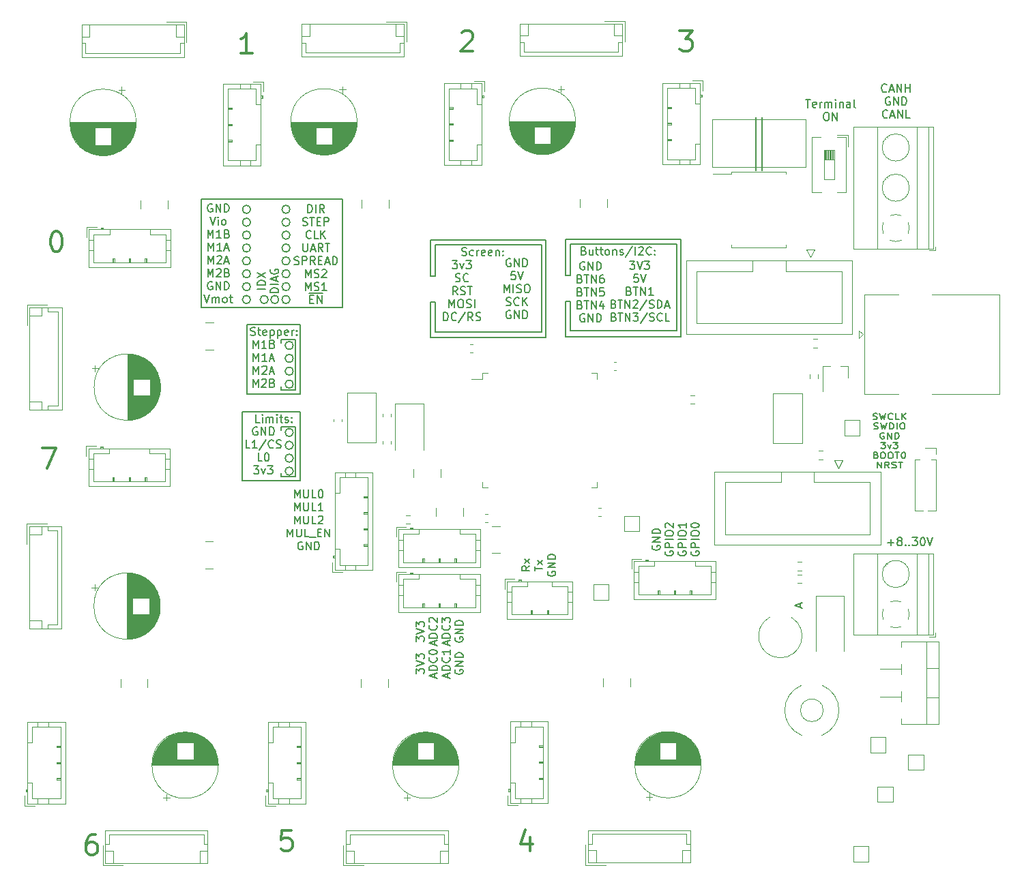
<source format=gbr>
%TF.GenerationSoftware,KiCad,Pcbnew,8.0.6*%
%TF.CreationDate,2025-02-03T11:58:57+03:00*%
%TF.ProjectId,multistepper,6d756c74-6973-4746-9570-7065722e6b69,rev?*%
%TF.SameCoordinates,Original*%
%TF.FileFunction,Legend,Top*%
%TF.FilePolarity,Positive*%
%FSLAX46Y46*%
G04 Gerber Fmt 4.6, Leading zero omitted, Abs format (unit mm)*
G04 Created by KiCad (PCBNEW 8.0.6) date 2025-02-03 11:58:57*
%MOMM*%
%LPD*%
G01*
G04 APERTURE LIST*
%ADD10C,0.150000*%
%ADD11C,0.350000*%
%ADD12C,0.120000*%
G04 APERTURE END LIST*
D10*
X122600000Y-65900000D02*
X136900000Y-65900000D01*
X89100000Y-95400000D02*
X87300000Y-95400000D01*
X122600000Y-73600000D02*
X123200000Y-73600000D01*
X82500000Y-87300000D02*
X89700000Y-87300000D01*
X89700000Y-95900000D01*
X82500000Y-95900000D01*
X82500000Y-87300000D01*
X88800000Y-94700000D02*
G75*
G02*
X87800000Y-94700000I-500000J0D01*
G01*
X87800000Y-94700000D02*
G75*
G02*
X88800000Y-94700000I500000J0D01*
G01*
X136900000Y-78000000D02*
X122600000Y-78000000D01*
X87300000Y-89600000D02*
X87300000Y-89200000D01*
X77400000Y-60900000D02*
X94900000Y-60900000D01*
X94900000Y-74400000D01*
X77400000Y-74400000D01*
X77400000Y-60900000D01*
X88800000Y-91500000D02*
G75*
G02*
X87800000Y-91500000I-500000J0D01*
G01*
X87800000Y-91500000D02*
G75*
G02*
X88800000Y-91500000I500000J0D01*
G01*
X88400000Y-67000000D02*
G75*
G02*
X87400000Y-67000000I-500000J0D01*
G01*
X87400000Y-67000000D02*
G75*
G02*
X88400000Y-67000000I500000J0D01*
G01*
X83500000Y-70200000D02*
G75*
G02*
X82500000Y-70200000I-500000J0D01*
G01*
X82500000Y-70200000D02*
G75*
G02*
X83500000Y-70200000I500000J0D01*
G01*
X87000000Y-73400000D02*
G75*
G02*
X86000000Y-73400000I-500000J0D01*
G01*
X86000000Y-73400000D02*
G75*
G02*
X87000000Y-73400000I500000J0D01*
G01*
X123200000Y-66500000D02*
X136400000Y-66500000D01*
X88400000Y-65400000D02*
G75*
G02*
X87400000Y-65400000I-500000J0D01*
G01*
X87400000Y-65400000D02*
G75*
G02*
X88400000Y-65400000I500000J0D01*
G01*
X105800000Y-66000000D02*
X120100000Y-66000000D01*
X136400000Y-77300000D02*
X123200000Y-77300000D01*
X87300000Y-84600000D02*
X87300000Y-84200000D01*
X88400000Y-63800000D02*
G75*
G02*
X87400000Y-63800000I-500000J0D01*
G01*
X87400000Y-63800000D02*
G75*
G02*
X88400000Y-63800000I500000J0D01*
G01*
X122600000Y-70400000D02*
X122600000Y-65900000D01*
X89100000Y-78400000D02*
X89100000Y-84600000D01*
X83500000Y-73400000D02*
G75*
G02*
X82500000Y-73400000I-500000J0D01*
G01*
X82500000Y-73400000D02*
G75*
G02*
X83500000Y-73400000I500000J0D01*
G01*
X136400000Y-66500000D02*
X136400000Y-77300000D01*
X88800000Y-82300000D02*
G75*
G02*
X87800000Y-82300000I-500000J0D01*
G01*
X87800000Y-82300000D02*
G75*
G02*
X88800000Y-82300000I500000J0D01*
G01*
X105800000Y-73700000D02*
X106400000Y-73700000D01*
X88400000Y-68600000D02*
G75*
G02*
X87400000Y-68600000I-500000J0D01*
G01*
X87400000Y-68600000D02*
G75*
G02*
X88400000Y-68600000I500000J0D01*
G01*
X87300000Y-89200000D02*
X89100000Y-89200000D01*
X123200000Y-70400000D02*
X123200000Y-66500000D01*
X120100000Y-66000000D02*
X120100000Y-78100000D01*
X89100000Y-89200000D02*
X89100000Y-95400000D01*
X83500000Y-62200000D02*
G75*
G02*
X82500000Y-62200000I-500000J0D01*
G01*
X82500000Y-62200000D02*
G75*
G02*
X83500000Y-62200000I500000J0D01*
G01*
X106400000Y-77400000D02*
X106400000Y-73700000D01*
X119600000Y-66600000D02*
X119600000Y-77400000D01*
X83100000Y-76500000D02*
X89700000Y-76500000D01*
X89700000Y-85100000D01*
X83100000Y-85100000D01*
X83100000Y-76500000D01*
X105800000Y-70500000D02*
X105800000Y-66000000D01*
X85700000Y-73400000D02*
G75*
G02*
X84700000Y-73400000I-500000J0D01*
G01*
X84700000Y-73400000D02*
G75*
G02*
X85700000Y-73400000I500000J0D01*
G01*
X88800000Y-93100000D02*
G75*
G02*
X87800000Y-93100000I-500000J0D01*
G01*
X87800000Y-93100000D02*
G75*
G02*
X88800000Y-93100000I500000J0D01*
G01*
X88400000Y-70200000D02*
G75*
G02*
X87400000Y-70200000I-500000J0D01*
G01*
X87400000Y-70200000D02*
G75*
G02*
X88400000Y-70200000I500000J0D01*
G01*
X83500000Y-71800000D02*
G75*
G02*
X82500000Y-71800000I-500000J0D01*
G01*
X82500000Y-71800000D02*
G75*
G02*
X83500000Y-71800000I500000J0D01*
G01*
X136900000Y-65900000D02*
X136900000Y-78000000D01*
X89100000Y-84600000D02*
X87300000Y-84600000D01*
X88800000Y-83900000D02*
G75*
G02*
X87800000Y-83900000I-500000J0D01*
G01*
X87800000Y-83900000D02*
G75*
G02*
X88800000Y-83900000I500000J0D01*
G01*
X123200000Y-70400000D02*
X122600000Y-70400000D01*
X88400000Y-73400000D02*
G75*
G02*
X87400000Y-73400000I-500000J0D01*
G01*
X87400000Y-73400000D02*
G75*
G02*
X88400000Y-73400000I500000J0D01*
G01*
X87300000Y-95400000D02*
X87300000Y-95000000D01*
X88800000Y-79100000D02*
G75*
G02*
X87800000Y-79100000I-500000J0D01*
G01*
X87800000Y-79100000D02*
G75*
G02*
X88800000Y-79100000I500000J0D01*
G01*
X88800000Y-89900000D02*
G75*
G02*
X87800000Y-89900000I-500000J0D01*
G01*
X87800000Y-89900000D02*
G75*
G02*
X88800000Y-89900000I500000J0D01*
G01*
X83500000Y-63800000D02*
G75*
G02*
X82500000Y-63800000I-500000J0D01*
G01*
X82500000Y-63800000D02*
G75*
G02*
X83500000Y-63800000I500000J0D01*
G01*
X83500000Y-67000000D02*
G75*
G02*
X82500000Y-67000000I-500000J0D01*
G01*
X82500000Y-67000000D02*
G75*
G02*
X83500000Y-67000000I500000J0D01*
G01*
X88400000Y-71800000D02*
G75*
G02*
X87400000Y-71800000I-500000J0D01*
G01*
X87400000Y-71800000D02*
G75*
G02*
X88400000Y-71800000I500000J0D01*
G01*
X87300000Y-78800000D02*
X87300000Y-78400000D01*
X106400000Y-70500000D02*
X105800000Y-70500000D01*
X83500000Y-68600000D02*
G75*
G02*
X82500000Y-68600000I-500000J0D01*
G01*
X82500000Y-68600000D02*
G75*
G02*
X83500000Y-68600000I500000J0D01*
G01*
X122600000Y-78000000D02*
X122600000Y-73600000D01*
X123200000Y-77300000D02*
X123200000Y-73600000D01*
X105800000Y-78100000D02*
X105800000Y-73700000D01*
X119600000Y-77400000D02*
X106400000Y-77400000D01*
X88800000Y-80700000D02*
G75*
G02*
X87800000Y-80700000I-500000J0D01*
G01*
X87800000Y-80700000D02*
G75*
G02*
X88800000Y-80700000I500000J0D01*
G01*
X88400000Y-62200000D02*
G75*
G02*
X87400000Y-62200000I-500000J0D01*
G01*
X87400000Y-62200000D02*
G75*
G02*
X88400000Y-62200000I500000J0D01*
G01*
X87300000Y-78400000D02*
X89100000Y-78400000D01*
X83500000Y-65400000D02*
G75*
G02*
X82500000Y-65400000I-500000J0D01*
G01*
X82500000Y-65400000D02*
G75*
G02*
X83500000Y-65400000I500000J0D01*
G01*
X106400000Y-66600000D02*
X119600000Y-66600000D01*
X120100000Y-78100000D02*
X105800000Y-78100000D01*
X106400000Y-70500000D02*
X106400000Y-66600000D01*
X84338095Y-89287522D02*
X84242857Y-89239903D01*
X84242857Y-89239903D02*
X84100000Y-89239903D01*
X84100000Y-89239903D02*
X83957143Y-89287522D01*
X83957143Y-89287522D02*
X83861905Y-89382760D01*
X83861905Y-89382760D02*
X83814286Y-89477998D01*
X83814286Y-89477998D02*
X83766667Y-89668474D01*
X83766667Y-89668474D02*
X83766667Y-89811331D01*
X83766667Y-89811331D02*
X83814286Y-90001807D01*
X83814286Y-90001807D02*
X83861905Y-90097045D01*
X83861905Y-90097045D02*
X83957143Y-90192284D01*
X83957143Y-90192284D02*
X84100000Y-90239903D01*
X84100000Y-90239903D02*
X84195238Y-90239903D01*
X84195238Y-90239903D02*
X84338095Y-90192284D01*
X84338095Y-90192284D02*
X84385714Y-90144664D01*
X84385714Y-90144664D02*
X84385714Y-89811331D01*
X84385714Y-89811331D02*
X84195238Y-89811331D01*
X84814286Y-90239903D02*
X84814286Y-89239903D01*
X84814286Y-89239903D02*
X85385714Y-90239903D01*
X85385714Y-90239903D02*
X85385714Y-89239903D01*
X85861905Y-90239903D02*
X85861905Y-89239903D01*
X85861905Y-89239903D02*
X86100000Y-89239903D01*
X86100000Y-89239903D02*
X86242857Y-89287522D01*
X86242857Y-89287522D02*
X86338095Y-89382760D01*
X86338095Y-89382760D02*
X86385714Y-89477998D01*
X86385714Y-89477998D02*
X86433333Y-89668474D01*
X86433333Y-89668474D02*
X86433333Y-89811331D01*
X86433333Y-89811331D02*
X86385714Y-90001807D01*
X86385714Y-90001807D02*
X86338095Y-90097045D01*
X86338095Y-90097045D02*
X86242857Y-90192284D01*
X86242857Y-90192284D02*
X86100000Y-90239903D01*
X86100000Y-90239903D02*
X85861905Y-90239903D01*
X83433333Y-91849847D02*
X82957143Y-91849847D01*
X82957143Y-91849847D02*
X82957143Y-90849847D01*
X84290476Y-91849847D02*
X83719048Y-91849847D01*
X84004762Y-91849847D02*
X84004762Y-90849847D01*
X84004762Y-90849847D02*
X83909524Y-90992704D01*
X83909524Y-90992704D02*
X83814286Y-91087942D01*
X83814286Y-91087942D02*
X83719048Y-91135561D01*
X85433333Y-90802228D02*
X84576191Y-92087942D01*
X86338095Y-91754608D02*
X86290476Y-91802228D01*
X86290476Y-91802228D02*
X86147619Y-91849847D01*
X86147619Y-91849847D02*
X86052381Y-91849847D01*
X86052381Y-91849847D02*
X85909524Y-91802228D01*
X85909524Y-91802228D02*
X85814286Y-91706989D01*
X85814286Y-91706989D02*
X85766667Y-91611751D01*
X85766667Y-91611751D02*
X85719048Y-91421275D01*
X85719048Y-91421275D02*
X85719048Y-91278418D01*
X85719048Y-91278418D02*
X85766667Y-91087942D01*
X85766667Y-91087942D02*
X85814286Y-90992704D01*
X85814286Y-90992704D02*
X85909524Y-90897466D01*
X85909524Y-90897466D02*
X86052381Y-90849847D01*
X86052381Y-90849847D02*
X86147619Y-90849847D01*
X86147619Y-90849847D02*
X86290476Y-90897466D01*
X86290476Y-90897466D02*
X86338095Y-90945085D01*
X86719048Y-91802228D02*
X86861905Y-91849847D01*
X86861905Y-91849847D02*
X87100000Y-91849847D01*
X87100000Y-91849847D02*
X87195238Y-91802228D01*
X87195238Y-91802228D02*
X87242857Y-91754608D01*
X87242857Y-91754608D02*
X87290476Y-91659370D01*
X87290476Y-91659370D02*
X87290476Y-91564132D01*
X87290476Y-91564132D02*
X87242857Y-91468894D01*
X87242857Y-91468894D02*
X87195238Y-91421275D01*
X87195238Y-91421275D02*
X87100000Y-91373656D01*
X87100000Y-91373656D02*
X86909524Y-91326037D01*
X86909524Y-91326037D02*
X86814286Y-91278418D01*
X86814286Y-91278418D02*
X86766667Y-91230799D01*
X86766667Y-91230799D02*
X86719048Y-91135561D01*
X86719048Y-91135561D02*
X86719048Y-91040323D01*
X86719048Y-91040323D02*
X86766667Y-90945085D01*
X86766667Y-90945085D02*
X86814286Y-90897466D01*
X86814286Y-90897466D02*
X86909524Y-90849847D01*
X86909524Y-90849847D02*
X87147619Y-90849847D01*
X87147619Y-90849847D02*
X87290476Y-90897466D01*
X84933333Y-93459791D02*
X84457143Y-93459791D01*
X84457143Y-93459791D02*
X84457143Y-92459791D01*
X85457143Y-92459791D02*
X85552381Y-92459791D01*
X85552381Y-92459791D02*
X85647619Y-92507410D01*
X85647619Y-92507410D02*
X85695238Y-92555029D01*
X85695238Y-92555029D02*
X85742857Y-92650267D01*
X85742857Y-92650267D02*
X85790476Y-92840743D01*
X85790476Y-92840743D02*
X85790476Y-93078838D01*
X85790476Y-93078838D02*
X85742857Y-93269314D01*
X85742857Y-93269314D02*
X85695238Y-93364552D01*
X85695238Y-93364552D02*
X85647619Y-93412172D01*
X85647619Y-93412172D02*
X85552381Y-93459791D01*
X85552381Y-93459791D02*
X85457143Y-93459791D01*
X85457143Y-93459791D02*
X85361905Y-93412172D01*
X85361905Y-93412172D02*
X85314286Y-93364552D01*
X85314286Y-93364552D02*
X85266667Y-93269314D01*
X85266667Y-93269314D02*
X85219048Y-93078838D01*
X85219048Y-93078838D02*
X85219048Y-92840743D01*
X85219048Y-92840743D02*
X85266667Y-92650267D01*
X85266667Y-92650267D02*
X85314286Y-92555029D01*
X85314286Y-92555029D02*
X85361905Y-92507410D01*
X85361905Y-92507410D02*
X85457143Y-92459791D01*
X83909524Y-94069735D02*
X84528571Y-94069735D01*
X84528571Y-94069735D02*
X84195238Y-94450687D01*
X84195238Y-94450687D02*
X84338095Y-94450687D01*
X84338095Y-94450687D02*
X84433333Y-94498306D01*
X84433333Y-94498306D02*
X84480952Y-94545925D01*
X84480952Y-94545925D02*
X84528571Y-94641163D01*
X84528571Y-94641163D02*
X84528571Y-94879258D01*
X84528571Y-94879258D02*
X84480952Y-94974496D01*
X84480952Y-94974496D02*
X84433333Y-95022116D01*
X84433333Y-95022116D02*
X84338095Y-95069735D01*
X84338095Y-95069735D02*
X84052381Y-95069735D01*
X84052381Y-95069735D02*
X83957143Y-95022116D01*
X83957143Y-95022116D02*
X83909524Y-94974496D01*
X84861905Y-94403068D02*
X85100000Y-95069735D01*
X85100000Y-95069735D02*
X85338095Y-94403068D01*
X85623810Y-94069735D02*
X86242857Y-94069735D01*
X86242857Y-94069735D02*
X85909524Y-94450687D01*
X85909524Y-94450687D02*
X86052381Y-94450687D01*
X86052381Y-94450687D02*
X86147619Y-94498306D01*
X86147619Y-94498306D02*
X86195238Y-94545925D01*
X86195238Y-94545925D02*
X86242857Y-94641163D01*
X86242857Y-94641163D02*
X86242857Y-94879258D01*
X86242857Y-94879258D02*
X86195238Y-94974496D01*
X86195238Y-94974496D02*
X86147619Y-95022116D01*
X86147619Y-95022116D02*
X86052381Y-95069735D01*
X86052381Y-95069735D02*
X85766667Y-95069735D01*
X85766667Y-95069735D02*
X85671429Y-95022116D01*
X85671429Y-95022116D02*
X85623810Y-94974496D01*
X83790476Y-79439903D02*
X83790476Y-78439903D01*
X83790476Y-78439903D02*
X84123809Y-79154188D01*
X84123809Y-79154188D02*
X84457142Y-78439903D01*
X84457142Y-78439903D02*
X84457142Y-79439903D01*
X85457142Y-79439903D02*
X84885714Y-79439903D01*
X85171428Y-79439903D02*
X85171428Y-78439903D01*
X85171428Y-78439903D02*
X85076190Y-78582760D01*
X85076190Y-78582760D02*
X84980952Y-78677998D01*
X84980952Y-78677998D02*
X84885714Y-78725617D01*
X86219047Y-78916093D02*
X86361904Y-78963712D01*
X86361904Y-78963712D02*
X86409523Y-79011331D01*
X86409523Y-79011331D02*
X86457142Y-79106569D01*
X86457142Y-79106569D02*
X86457142Y-79249426D01*
X86457142Y-79249426D02*
X86409523Y-79344664D01*
X86409523Y-79344664D02*
X86361904Y-79392284D01*
X86361904Y-79392284D02*
X86266666Y-79439903D01*
X86266666Y-79439903D02*
X85885714Y-79439903D01*
X85885714Y-79439903D02*
X85885714Y-78439903D01*
X85885714Y-78439903D02*
X86219047Y-78439903D01*
X86219047Y-78439903D02*
X86314285Y-78487522D01*
X86314285Y-78487522D02*
X86361904Y-78535141D01*
X86361904Y-78535141D02*
X86409523Y-78630379D01*
X86409523Y-78630379D02*
X86409523Y-78725617D01*
X86409523Y-78725617D02*
X86361904Y-78820855D01*
X86361904Y-78820855D02*
X86314285Y-78868474D01*
X86314285Y-78868474D02*
X86219047Y-78916093D01*
X86219047Y-78916093D02*
X85885714Y-78916093D01*
X83861905Y-81049847D02*
X83861905Y-80049847D01*
X83861905Y-80049847D02*
X84195238Y-80764132D01*
X84195238Y-80764132D02*
X84528571Y-80049847D01*
X84528571Y-80049847D02*
X84528571Y-81049847D01*
X85528571Y-81049847D02*
X84957143Y-81049847D01*
X85242857Y-81049847D02*
X85242857Y-80049847D01*
X85242857Y-80049847D02*
X85147619Y-80192704D01*
X85147619Y-80192704D02*
X85052381Y-80287942D01*
X85052381Y-80287942D02*
X84957143Y-80335561D01*
X85909524Y-80764132D02*
X86385714Y-80764132D01*
X85814286Y-81049847D02*
X86147619Y-80049847D01*
X86147619Y-80049847D02*
X86480952Y-81049847D01*
X83861905Y-82659791D02*
X83861905Y-81659791D01*
X83861905Y-81659791D02*
X84195238Y-82374076D01*
X84195238Y-82374076D02*
X84528571Y-81659791D01*
X84528571Y-81659791D02*
X84528571Y-82659791D01*
X84957143Y-81755029D02*
X85004762Y-81707410D01*
X85004762Y-81707410D02*
X85100000Y-81659791D01*
X85100000Y-81659791D02*
X85338095Y-81659791D01*
X85338095Y-81659791D02*
X85433333Y-81707410D01*
X85433333Y-81707410D02*
X85480952Y-81755029D01*
X85480952Y-81755029D02*
X85528571Y-81850267D01*
X85528571Y-81850267D02*
X85528571Y-81945505D01*
X85528571Y-81945505D02*
X85480952Y-82088362D01*
X85480952Y-82088362D02*
X84909524Y-82659791D01*
X84909524Y-82659791D02*
X85528571Y-82659791D01*
X85909524Y-82374076D02*
X86385714Y-82374076D01*
X85814286Y-82659791D02*
X86147619Y-81659791D01*
X86147619Y-81659791D02*
X86480952Y-82659791D01*
X83790476Y-84269735D02*
X83790476Y-83269735D01*
X83790476Y-83269735D02*
X84123809Y-83984020D01*
X84123809Y-83984020D02*
X84457142Y-83269735D01*
X84457142Y-83269735D02*
X84457142Y-84269735D01*
X84885714Y-83364973D02*
X84933333Y-83317354D01*
X84933333Y-83317354D02*
X85028571Y-83269735D01*
X85028571Y-83269735D02*
X85266666Y-83269735D01*
X85266666Y-83269735D02*
X85361904Y-83317354D01*
X85361904Y-83317354D02*
X85409523Y-83364973D01*
X85409523Y-83364973D02*
X85457142Y-83460211D01*
X85457142Y-83460211D02*
X85457142Y-83555449D01*
X85457142Y-83555449D02*
X85409523Y-83698306D01*
X85409523Y-83698306D02*
X84838095Y-84269735D01*
X84838095Y-84269735D02*
X85457142Y-84269735D01*
X86219047Y-83745925D02*
X86361904Y-83793544D01*
X86361904Y-83793544D02*
X86409523Y-83841163D01*
X86409523Y-83841163D02*
X86457142Y-83936401D01*
X86457142Y-83936401D02*
X86457142Y-84079258D01*
X86457142Y-84079258D02*
X86409523Y-84174496D01*
X86409523Y-84174496D02*
X86361904Y-84222116D01*
X86361904Y-84222116D02*
X86266666Y-84269735D01*
X86266666Y-84269735D02*
X85885714Y-84269735D01*
X85885714Y-84269735D02*
X85885714Y-83269735D01*
X85885714Y-83269735D02*
X86219047Y-83269735D01*
X86219047Y-83269735D02*
X86314285Y-83317354D01*
X86314285Y-83317354D02*
X86361904Y-83364973D01*
X86361904Y-83364973D02*
X86409523Y-83460211D01*
X86409523Y-83460211D02*
X86409523Y-83555449D01*
X86409523Y-83555449D02*
X86361904Y-83650687D01*
X86361904Y-83650687D02*
X86314285Y-83698306D01*
X86314285Y-83698306D02*
X86219047Y-83745925D01*
X86219047Y-83745925D02*
X85885714Y-83745925D01*
X104039903Y-115838094D02*
X104039903Y-115219047D01*
X104039903Y-115219047D02*
X104420855Y-115552380D01*
X104420855Y-115552380D02*
X104420855Y-115409523D01*
X104420855Y-115409523D02*
X104468474Y-115314285D01*
X104468474Y-115314285D02*
X104516093Y-115266666D01*
X104516093Y-115266666D02*
X104611331Y-115219047D01*
X104611331Y-115219047D02*
X104849426Y-115219047D01*
X104849426Y-115219047D02*
X104944664Y-115266666D01*
X104944664Y-115266666D02*
X104992284Y-115314285D01*
X104992284Y-115314285D02*
X105039903Y-115409523D01*
X105039903Y-115409523D02*
X105039903Y-115695237D01*
X105039903Y-115695237D02*
X104992284Y-115790475D01*
X104992284Y-115790475D02*
X104944664Y-115838094D01*
X104039903Y-114933332D02*
X105039903Y-114599999D01*
X105039903Y-114599999D02*
X104039903Y-114266666D01*
X104039903Y-114028570D02*
X104039903Y-113409523D01*
X104039903Y-113409523D02*
X104420855Y-113742856D01*
X104420855Y-113742856D02*
X104420855Y-113599999D01*
X104420855Y-113599999D02*
X104468474Y-113504761D01*
X104468474Y-113504761D02*
X104516093Y-113457142D01*
X104516093Y-113457142D02*
X104611331Y-113409523D01*
X104611331Y-113409523D02*
X104849426Y-113409523D01*
X104849426Y-113409523D02*
X104944664Y-113457142D01*
X104944664Y-113457142D02*
X104992284Y-113504761D01*
X104992284Y-113504761D02*
X105039903Y-113599999D01*
X105039903Y-113599999D02*
X105039903Y-113885713D01*
X105039903Y-113885713D02*
X104992284Y-113980951D01*
X104992284Y-113980951D02*
X104944664Y-114028570D01*
X106364132Y-116314285D02*
X106364132Y-115838095D01*
X106649847Y-116409523D02*
X105649847Y-116076190D01*
X105649847Y-116076190D02*
X106649847Y-115742857D01*
X106649847Y-115409523D02*
X105649847Y-115409523D01*
X105649847Y-115409523D02*
X105649847Y-115171428D01*
X105649847Y-115171428D02*
X105697466Y-115028571D01*
X105697466Y-115028571D02*
X105792704Y-114933333D01*
X105792704Y-114933333D02*
X105887942Y-114885714D01*
X105887942Y-114885714D02*
X106078418Y-114838095D01*
X106078418Y-114838095D02*
X106221275Y-114838095D01*
X106221275Y-114838095D02*
X106411751Y-114885714D01*
X106411751Y-114885714D02*
X106506989Y-114933333D01*
X106506989Y-114933333D02*
X106602228Y-115028571D01*
X106602228Y-115028571D02*
X106649847Y-115171428D01*
X106649847Y-115171428D02*
X106649847Y-115409523D01*
X106554608Y-113838095D02*
X106602228Y-113885714D01*
X106602228Y-113885714D02*
X106649847Y-114028571D01*
X106649847Y-114028571D02*
X106649847Y-114123809D01*
X106649847Y-114123809D02*
X106602228Y-114266666D01*
X106602228Y-114266666D02*
X106506989Y-114361904D01*
X106506989Y-114361904D02*
X106411751Y-114409523D01*
X106411751Y-114409523D02*
X106221275Y-114457142D01*
X106221275Y-114457142D02*
X106078418Y-114457142D01*
X106078418Y-114457142D02*
X105887942Y-114409523D01*
X105887942Y-114409523D02*
X105792704Y-114361904D01*
X105792704Y-114361904D02*
X105697466Y-114266666D01*
X105697466Y-114266666D02*
X105649847Y-114123809D01*
X105649847Y-114123809D02*
X105649847Y-114028571D01*
X105649847Y-114028571D02*
X105697466Y-113885714D01*
X105697466Y-113885714D02*
X105745085Y-113838095D01*
X105745085Y-113457142D02*
X105697466Y-113409523D01*
X105697466Y-113409523D02*
X105649847Y-113314285D01*
X105649847Y-113314285D02*
X105649847Y-113076190D01*
X105649847Y-113076190D02*
X105697466Y-112980952D01*
X105697466Y-112980952D02*
X105745085Y-112933333D01*
X105745085Y-112933333D02*
X105840323Y-112885714D01*
X105840323Y-112885714D02*
X105935561Y-112885714D01*
X105935561Y-112885714D02*
X106078418Y-112933333D01*
X106078418Y-112933333D02*
X106649847Y-113504761D01*
X106649847Y-113504761D02*
X106649847Y-112885714D01*
X107974076Y-116314285D02*
X107974076Y-115838095D01*
X108259791Y-116409523D02*
X107259791Y-116076190D01*
X107259791Y-116076190D02*
X108259791Y-115742857D01*
X108259791Y-115409523D02*
X107259791Y-115409523D01*
X107259791Y-115409523D02*
X107259791Y-115171428D01*
X107259791Y-115171428D02*
X107307410Y-115028571D01*
X107307410Y-115028571D02*
X107402648Y-114933333D01*
X107402648Y-114933333D02*
X107497886Y-114885714D01*
X107497886Y-114885714D02*
X107688362Y-114838095D01*
X107688362Y-114838095D02*
X107831219Y-114838095D01*
X107831219Y-114838095D02*
X108021695Y-114885714D01*
X108021695Y-114885714D02*
X108116933Y-114933333D01*
X108116933Y-114933333D02*
X108212172Y-115028571D01*
X108212172Y-115028571D02*
X108259791Y-115171428D01*
X108259791Y-115171428D02*
X108259791Y-115409523D01*
X108164552Y-113838095D02*
X108212172Y-113885714D01*
X108212172Y-113885714D02*
X108259791Y-114028571D01*
X108259791Y-114028571D02*
X108259791Y-114123809D01*
X108259791Y-114123809D02*
X108212172Y-114266666D01*
X108212172Y-114266666D02*
X108116933Y-114361904D01*
X108116933Y-114361904D02*
X108021695Y-114409523D01*
X108021695Y-114409523D02*
X107831219Y-114457142D01*
X107831219Y-114457142D02*
X107688362Y-114457142D01*
X107688362Y-114457142D02*
X107497886Y-114409523D01*
X107497886Y-114409523D02*
X107402648Y-114361904D01*
X107402648Y-114361904D02*
X107307410Y-114266666D01*
X107307410Y-114266666D02*
X107259791Y-114123809D01*
X107259791Y-114123809D02*
X107259791Y-114028571D01*
X107259791Y-114028571D02*
X107307410Y-113885714D01*
X107307410Y-113885714D02*
X107355029Y-113838095D01*
X107259791Y-113504761D02*
X107259791Y-112885714D01*
X107259791Y-112885714D02*
X107640743Y-113219047D01*
X107640743Y-113219047D02*
X107640743Y-113076190D01*
X107640743Y-113076190D02*
X107688362Y-112980952D01*
X107688362Y-112980952D02*
X107735981Y-112933333D01*
X107735981Y-112933333D02*
X107831219Y-112885714D01*
X107831219Y-112885714D02*
X108069314Y-112885714D01*
X108069314Y-112885714D02*
X108164552Y-112933333D01*
X108164552Y-112933333D02*
X108212172Y-112980952D01*
X108212172Y-112980952D02*
X108259791Y-113076190D01*
X108259791Y-113076190D02*
X108259791Y-113361904D01*
X108259791Y-113361904D02*
X108212172Y-113457142D01*
X108212172Y-113457142D02*
X108164552Y-113504761D01*
X108917354Y-115361904D02*
X108869735Y-115457142D01*
X108869735Y-115457142D02*
X108869735Y-115599999D01*
X108869735Y-115599999D02*
X108917354Y-115742856D01*
X108917354Y-115742856D02*
X109012592Y-115838094D01*
X109012592Y-115838094D02*
X109107830Y-115885713D01*
X109107830Y-115885713D02*
X109298306Y-115933332D01*
X109298306Y-115933332D02*
X109441163Y-115933332D01*
X109441163Y-115933332D02*
X109631639Y-115885713D01*
X109631639Y-115885713D02*
X109726877Y-115838094D01*
X109726877Y-115838094D02*
X109822116Y-115742856D01*
X109822116Y-115742856D02*
X109869735Y-115599999D01*
X109869735Y-115599999D02*
X109869735Y-115504761D01*
X109869735Y-115504761D02*
X109822116Y-115361904D01*
X109822116Y-115361904D02*
X109774496Y-115314285D01*
X109774496Y-115314285D02*
X109441163Y-115314285D01*
X109441163Y-115314285D02*
X109441163Y-115504761D01*
X109869735Y-114885713D02*
X108869735Y-114885713D01*
X108869735Y-114885713D02*
X109869735Y-114314285D01*
X109869735Y-114314285D02*
X108869735Y-114314285D01*
X109869735Y-113838094D02*
X108869735Y-113838094D01*
X108869735Y-113838094D02*
X108869735Y-113599999D01*
X108869735Y-113599999D02*
X108917354Y-113457142D01*
X108917354Y-113457142D02*
X109012592Y-113361904D01*
X109012592Y-113361904D02*
X109107830Y-113314285D01*
X109107830Y-113314285D02*
X109298306Y-113266666D01*
X109298306Y-113266666D02*
X109441163Y-113266666D01*
X109441163Y-113266666D02*
X109631639Y-113314285D01*
X109631639Y-113314285D02*
X109726877Y-113361904D01*
X109726877Y-113361904D02*
X109822116Y-113457142D01*
X109822116Y-113457142D02*
X109869735Y-113599999D01*
X109869735Y-113599999D02*
X109869735Y-113838094D01*
X152404762Y-48549847D02*
X152976190Y-48549847D01*
X152690476Y-49549847D02*
X152690476Y-48549847D01*
X153690476Y-49502228D02*
X153595238Y-49549847D01*
X153595238Y-49549847D02*
X153404762Y-49549847D01*
X153404762Y-49549847D02*
X153309524Y-49502228D01*
X153309524Y-49502228D02*
X153261905Y-49406989D01*
X153261905Y-49406989D02*
X153261905Y-49026037D01*
X153261905Y-49026037D02*
X153309524Y-48930799D01*
X153309524Y-48930799D02*
X153404762Y-48883180D01*
X153404762Y-48883180D02*
X153595238Y-48883180D01*
X153595238Y-48883180D02*
X153690476Y-48930799D01*
X153690476Y-48930799D02*
X153738095Y-49026037D01*
X153738095Y-49026037D02*
X153738095Y-49121275D01*
X153738095Y-49121275D02*
X153261905Y-49216513D01*
X154166667Y-49549847D02*
X154166667Y-48883180D01*
X154166667Y-49073656D02*
X154214286Y-48978418D01*
X154214286Y-48978418D02*
X154261905Y-48930799D01*
X154261905Y-48930799D02*
X154357143Y-48883180D01*
X154357143Y-48883180D02*
X154452381Y-48883180D01*
X154785715Y-49549847D02*
X154785715Y-48883180D01*
X154785715Y-48978418D02*
X154833334Y-48930799D01*
X154833334Y-48930799D02*
X154928572Y-48883180D01*
X154928572Y-48883180D02*
X155071429Y-48883180D01*
X155071429Y-48883180D02*
X155166667Y-48930799D01*
X155166667Y-48930799D02*
X155214286Y-49026037D01*
X155214286Y-49026037D02*
X155214286Y-49549847D01*
X155214286Y-49026037D02*
X155261905Y-48930799D01*
X155261905Y-48930799D02*
X155357143Y-48883180D01*
X155357143Y-48883180D02*
X155500000Y-48883180D01*
X155500000Y-48883180D02*
X155595239Y-48930799D01*
X155595239Y-48930799D02*
X155642858Y-49026037D01*
X155642858Y-49026037D02*
X155642858Y-49549847D01*
X156119048Y-49549847D02*
X156119048Y-48883180D01*
X156119048Y-48549847D02*
X156071429Y-48597466D01*
X156071429Y-48597466D02*
X156119048Y-48645085D01*
X156119048Y-48645085D02*
X156166667Y-48597466D01*
X156166667Y-48597466D02*
X156119048Y-48549847D01*
X156119048Y-48549847D02*
X156119048Y-48645085D01*
X156595238Y-48883180D02*
X156595238Y-49549847D01*
X156595238Y-48978418D02*
X156642857Y-48930799D01*
X156642857Y-48930799D02*
X156738095Y-48883180D01*
X156738095Y-48883180D02*
X156880952Y-48883180D01*
X156880952Y-48883180D02*
X156976190Y-48930799D01*
X156976190Y-48930799D02*
X157023809Y-49026037D01*
X157023809Y-49026037D02*
X157023809Y-49549847D01*
X157928571Y-49549847D02*
X157928571Y-49026037D01*
X157928571Y-49026037D02*
X157880952Y-48930799D01*
X157880952Y-48930799D02*
X157785714Y-48883180D01*
X157785714Y-48883180D02*
X157595238Y-48883180D01*
X157595238Y-48883180D02*
X157500000Y-48930799D01*
X157928571Y-49502228D02*
X157833333Y-49549847D01*
X157833333Y-49549847D02*
X157595238Y-49549847D01*
X157595238Y-49549847D02*
X157500000Y-49502228D01*
X157500000Y-49502228D02*
X157452381Y-49406989D01*
X157452381Y-49406989D02*
X157452381Y-49311751D01*
X157452381Y-49311751D02*
X157500000Y-49216513D01*
X157500000Y-49216513D02*
X157595238Y-49168894D01*
X157595238Y-49168894D02*
X157833333Y-49168894D01*
X157833333Y-49168894D02*
X157928571Y-49121275D01*
X158547619Y-49549847D02*
X158452381Y-49502228D01*
X158452381Y-49502228D02*
X158404762Y-49406989D01*
X158404762Y-49406989D02*
X158404762Y-48549847D01*
X154880952Y-50159791D02*
X155071428Y-50159791D01*
X155071428Y-50159791D02*
X155166666Y-50207410D01*
X155166666Y-50207410D02*
X155261904Y-50302648D01*
X155261904Y-50302648D02*
X155309523Y-50493124D01*
X155309523Y-50493124D02*
X155309523Y-50826457D01*
X155309523Y-50826457D02*
X155261904Y-51016933D01*
X155261904Y-51016933D02*
X155166666Y-51112172D01*
X155166666Y-51112172D02*
X155071428Y-51159791D01*
X155071428Y-51159791D02*
X154880952Y-51159791D01*
X154880952Y-51159791D02*
X154785714Y-51112172D01*
X154785714Y-51112172D02*
X154690476Y-51016933D01*
X154690476Y-51016933D02*
X154642857Y-50826457D01*
X154642857Y-50826457D02*
X154642857Y-50493124D01*
X154642857Y-50493124D02*
X154690476Y-50302648D01*
X154690476Y-50302648D02*
X154785714Y-50207410D01*
X154785714Y-50207410D02*
X154880952Y-50159791D01*
X155738095Y-51159791D02*
X155738095Y-50159791D01*
X155738095Y-50159791D02*
X156309523Y-51159791D01*
X156309523Y-51159791D02*
X156309523Y-50159791D01*
X124861904Y-67331009D02*
X125004761Y-67378628D01*
X125004761Y-67378628D02*
X125052380Y-67426247D01*
X125052380Y-67426247D02*
X125099999Y-67521485D01*
X125099999Y-67521485D02*
X125099999Y-67664342D01*
X125099999Y-67664342D02*
X125052380Y-67759580D01*
X125052380Y-67759580D02*
X125004761Y-67807200D01*
X125004761Y-67807200D02*
X124909523Y-67854819D01*
X124909523Y-67854819D02*
X124528571Y-67854819D01*
X124528571Y-67854819D02*
X124528571Y-66854819D01*
X124528571Y-66854819D02*
X124861904Y-66854819D01*
X124861904Y-66854819D02*
X124957142Y-66902438D01*
X124957142Y-66902438D02*
X125004761Y-66950057D01*
X125004761Y-66950057D02*
X125052380Y-67045295D01*
X125052380Y-67045295D02*
X125052380Y-67140533D01*
X125052380Y-67140533D02*
X125004761Y-67235771D01*
X125004761Y-67235771D02*
X124957142Y-67283390D01*
X124957142Y-67283390D02*
X124861904Y-67331009D01*
X124861904Y-67331009D02*
X124528571Y-67331009D01*
X125957142Y-67188152D02*
X125957142Y-67854819D01*
X125528571Y-67188152D02*
X125528571Y-67711961D01*
X125528571Y-67711961D02*
X125576190Y-67807200D01*
X125576190Y-67807200D02*
X125671428Y-67854819D01*
X125671428Y-67854819D02*
X125814285Y-67854819D01*
X125814285Y-67854819D02*
X125909523Y-67807200D01*
X125909523Y-67807200D02*
X125957142Y-67759580D01*
X126290476Y-67188152D02*
X126671428Y-67188152D01*
X126433333Y-66854819D02*
X126433333Y-67711961D01*
X126433333Y-67711961D02*
X126480952Y-67807200D01*
X126480952Y-67807200D02*
X126576190Y-67854819D01*
X126576190Y-67854819D02*
X126671428Y-67854819D01*
X126861905Y-67188152D02*
X127242857Y-67188152D01*
X127004762Y-66854819D02*
X127004762Y-67711961D01*
X127004762Y-67711961D02*
X127052381Y-67807200D01*
X127052381Y-67807200D02*
X127147619Y-67854819D01*
X127147619Y-67854819D02*
X127242857Y-67854819D01*
X127719048Y-67854819D02*
X127623810Y-67807200D01*
X127623810Y-67807200D02*
X127576191Y-67759580D01*
X127576191Y-67759580D02*
X127528572Y-67664342D01*
X127528572Y-67664342D02*
X127528572Y-67378628D01*
X127528572Y-67378628D02*
X127576191Y-67283390D01*
X127576191Y-67283390D02*
X127623810Y-67235771D01*
X127623810Y-67235771D02*
X127719048Y-67188152D01*
X127719048Y-67188152D02*
X127861905Y-67188152D01*
X127861905Y-67188152D02*
X127957143Y-67235771D01*
X127957143Y-67235771D02*
X128004762Y-67283390D01*
X128004762Y-67283390D02*
X128052381Y-67378628D01*
X128052381Y-67378628D02*
X128052381Y-67664342D01*
X128052381Y-67664342D02*
X128004762Y-67759580D01*
X128004762Y-67759580D02*
X127957143Y-67807200D01*
X127957143Y-67807200D02*
X127861905Y-67854819D01*
X127861905Y-67854819D02*
X127719048Y-67854819D01*
X128480953Y-67188152D02*
X128480953Y-67854819D01*
X128480953Y-67283390D02*
X128528572Y-67235771D01*
X128528572Y-67235771D02*
X128623810Y-67188152D01*
X128623810Y-67188152D02*
X128766667Y-67188152D01*
X128766667Y-67188152D02*
X128861905Y-67235771D01*
X128861905Y-67235771D02*
X128909524Y-67331009D01*
X128909524Y-67331009D02*
X128909524Y-67854819D01*
X129338096Y-67807200D02*
X129433334Y-67854819D01*
X129433334Y-67854819D02*
X129623810Y-67854819D01*
X129623810Y-67854819D02*
X129719048Y-67807200D01*
X129719048Y-67807200D02*
X129766667Y-67711961D01*
X129766667Y-67711961D02*
X129766667Y-67664342D01*
X129766667Y-67664342D02*
X129719048Y-67569104D01*
X129719048Y-67569104D02*
X129623810Y-67521485D01*
X129623810Y-67521485D02*
X129480953Y-67521485D01*
X129480953Y-67521485D02*
X129385715Y-67473866D01*
X129385715Y-67473866D02*
X129338096Y-67378628D01*
X129338096Y-67378628D02*
X129338096Y-67331009D01*
X129338096Y-67331009D02*
X129385715Y-67235771D01*
X129385715Y-67235771D02*
X129480953Y-67188152D01*
X129480953Y-67188152D02*
X129623810Y-67188152D01*
X129623810Y-67188152D02*
X129719048Y-67235771D01*
X130909524Y-66807200D02*
X130052382Y-68092914D01*
X131242858Y-67854819D02*
X131242858Y-66854819D01*
X131671429Y-66950057D02*
X131719048Y-66902438D01*
X131719048Y-66902438D02*
X131814286Y-66854819D01*
X131814286Y-66854819D02*
X132052381Y-66854819D01*
X132052381Y-66854819D02*
X132147619Y-66902438D01*
X132147619Y-66902438D02*
X132195238Y-66950057D01*
X132195238Y-66950057D02*
X132242857Y-67045295D01*
X132242857Y-67045295D02*
X132242857Y-67140533D01*
X132242857Y-67140533D02*
X132195238Y-67283390D01*
X132195238Y-67283390D02*
X131623810Y-67854819D01*
X131623810Y-67854819D02*
X132242857Y-67854819D01*
X133242857Y-67759580D02*
X133195238Y-67807200D01*
X133195238Y-67807200D02*
X133052381Y-67854819D01*
X133052381Y-67854819D02*
X132957143Y-67854819D01*
X132957143Y-67854819D02*
X132814286Y-67807200D01*
X132814286Y-67807200D02*
X132719048Y-67711961D01*
X132719048Y-67711961D02*
X132671429Y-67616723D01*
X132671429Y-67616723D02*
X132623810Y-67426247D01*
X132623810Y-67426247D02*
X132623810Y-67283390D01*
X132623810Y-67283390D02*
X132671429Y-67092914D01*
X132671429Y-67092914D02*
X132719048Y-66997676D01*
X132719048Y-66997676D02*
X132814286Y-66902438D01*
X132814286Y-66902438D02*
X132957143Y-66854819D01*
X132957143Y-66854819D02*
X133052381Y-66854819D01*
X133052381Y-66854819D02*
X133195238Y-66902438D01*
X133195238Y-66902438D02*
X133242857Y-66950057D01*
X133671429Y-67759580D02*
X133719048Y-67807200D01*
X133719048Y-67807200D02*
X133671429Y-67854819D01*
X133671429Y-67854819D02*
X133623810Y-67807200D01*
X133623810Y-67807200D02*
X133671429Y-67759580D01*
X133671429Y-67759580D02*
X133671429Y-67854819D01*
X133671429Y-67235771D02*
X133719048Y-67283390D01*
X133719048Y-67283390D02*
X133671429Y-67331009D01*
X133671429Y-67331009D02*
X133623810Y-67283390D01*
X133623810Y-67283390D02*
X133671429Y-67235771D01*
X133671429Y-67235771D02*
X133671429Y-67331009D01*
D11*
X59280952Y-64938347D02*
X59519047Y-64938347D01*
X59519047Y-64938347D02*
X59757143Y-65057395D01*
X59757143Y-65057395D02*
X59876190Y-65176442D01*
X59876190Y-65176442D02*
X59995238Y-65414538D01*
X59995238Y-65414538D02*
X60114285Y-65890728D01*
X60114285Y-65890728D02*
X60114285Y-66485966D01*
X60114285Y-66485966D02*
X59995238Y-66962157D01*
X59995238Y-66962157D02*
X59876190Y-67200252D01*
X59876190Y-67200252D02*
X59757143Y-67319300D01*
X59757143Y-67319300D02*
X59519047Y-67438347D01*
X59519047Y-67438347D02*
X59280952Y-67438347D01*
X59280952Y-67438347D02*
X59042857Y-67319300D01*
X59042857Y-67319300D02*
X58923809Y-67200252D01*
X58923809Y-67200252D02*
X58804762Y-66962157D01*
X58804762Y-66962157D02*
X58685714Y-66485966D01*
X58685714Y-66485966D02*
X58685714Y-65890728D01*
X58685714Y-65890728D02*
X58804762Y-65414538D01*
X58804762Y-65414538D02*
X58923809Y-65176442D01*
X58923809Y-65176442D02*
X59042857Y-65057395D01*
X59042857Y-65057395D02*
X59280952Y-64938347D01*
X83714285Y-42838347D02*
X82285714Y-42838347D01*
X83000000Y-42838347D02*
X83000000Y-40338347D01*
X83000000Y-40338347D02*
X82761904Y-40695490D01*
X82761904Y-40695490D02*
X82523809Y-40933585D01*
X82523809Y-40933585D02*
X82285714Y-41052633D01*
D10*
X85349847Y-72076189D02*
X84349847Y-72076189D01*
X85349847Y-71599999D02*
X84349847Y-71599999D01*
X84349847Y-71599999D02*
X84349847Y-71361904D01*
X84349847Y-71361904D02*
X84397466Y-71219047D01*
X84397466Y-71219047D02*
X84492704Y-71123809D01*
X84492704Y-71123809D02*
X84587942Y-71076190D01*
X84587942Y-71076190D02*
X84778418Y-71028571D01*
X84778418Y-71028571D02*
X84921275Y-71028571D01*
X84921275Y-71028571D02*
X85111751Y-71076190D01*
X85111751Y-71076190D02*
X85206989Y-71123809D01*
X85206989Y-71123809D02*
X85302228Y-71219047D01*
X85302228Y-71219047D02*
X85349847Y-71361904D01*
X85349847Y-71361904D02*
X85349847Y-71599999D01*
X84349847Y-70695237D02*
X85349847Y-70028571D01*
X84349847Y-70028571D02*
X85349847Y-70695237D01*
X86959791Y-72528570D02*
X85959791Y-72528570D01*
X85959791Y-72528570D02*
X85959791Y-72290475D01*
X85959791Y-72290475D02*
X86007410Y-72147618D01*
X86007410Y-72147618D02*
X86102648Y-72052380D01*
X86102648Y-72052380D02*
X86197886Y-72004761D01*
X86197886Y-72004761D02*
X86388362Y-71957142D01*
X86388362Y-71957142D02*
X86531219Y-71957142D01*
X86531219Y-71957142D02*
X86721695Y-72004761D01*
X86721695Y-72004761D02*
X86816933Y-72052380D01*
X86816933Y-72052380D02*
X86912172Y-72147618D01*
X86912172Y-72147618D02*
X86959791Y-72290475D01*
X86959791Y-72290475D02*
X86959791Y-72528570D01*
X86959791Y-71528570D02*
X85959791Y-71528570D01*
X86674076Y-71099999D02*
X86674076Y-70623809D01*
X86959791Y-71195237D02*
X85959791Y-70861904D01*
X85959791Y-70861904D02*
X86959791Y-70528571D01*
X86007410Y-69671428D02*
X85959791Y-69766666D01*
X85959791Y-69766666D02*
X85959791Y-69909523D01*
X85959791Y-69909523D02*
X86007410Y-70052380D01*
X86007410Y-70052380D02*
X86102648Y-70147618D01*
X86102648Y-70147618D02*
X86197886Y-70195237D01*
X86197886Y-70195237D02*
X86388362Y-70242856D01*
X86388362Y-70242856D02*
X86531219Y-70242856D01*
X86531219Y-70242856D02*
X86721695Y-70195237D01*
X86721695Y-70195237D02*
X86816933Y-70147618D01*
X86816933Y-70147618D02*
X86912172Y-70052380D01*
X86912172Y-70052380D02*
X86959791Y-69909523D01*
X86959791Y-69909523D02*
X86959791Y-69814285D01*
X86959791Y-69814285D02*
X86912172Y-69671428D01*
X86912172Y-69671428D02*
X86864552Y-69623809D01*
X86864552Y-69623809D02*
X86531219Y-69623809D01*
X86531219Y-69623809D02*
X86531219Y-69814285D01*
X83519047Y-77807200D02*
X83661904Y-77854819D01*
X83661904Y-77854819D02*
X83899999Y-77854819D01*
X83899999Y-77854819D02*
X83995237Y-77807200D01*
X83995237Y-77807200D02*
X84042856Y-77759580D01*
X84042856Y-77759580D02*
X84090475Y-77664342D01*
X84090475Y-77664342D02*
X84090475Y-77569104D01*
X84090475Y-77569104D02*
X84042856Y-77473866D01*
X84042856Y-77473866D02*
X83995237Y-77426247D01*
X83995237Y-77426247D02*
X83899999Y-77378628D01*
X83899999Y-77378628D02*
X83709523Y-77331009D01*
X83709523Y-77331009D02*
X83614285Y-77283390D01*
X83614285Y-77283390D02*
X83566666Y-77235771D01*
X83566666Y-77235771D02*
X83519047Y-77140533D01*
X83519047Y-77140533D02*
X83519047Y-77045295D01*
X83519047Y-77045295D02*
X83566666Y-76950057D01*
X83566666Y-76950057D02*
X83614285Y-76902438D01*
X83614285Y-76902438D02*
X83709523Y-76854819D01*
X83709523Y-76854819D02*
X83947618Y-76854819D01*
X83947618Y-76854819D02*
X84090475Y-76902438D01*
X84376190Y-77188152D02*
X84757142Y-77188152D01*
X84519047Y-76854819D02*
X84519047Y-77711961D01*
X84519047Y-77711961D02*
X84566666Y-77807200D01*
X84566666Y-77807200D02*
X84661904Y-77854819D01*
X84661904Y-77854819D02*
X84757142Y-77854819D01*
X85471428Y-77807200D02*
X85376190Y-77854819D01*
X85376190Y-77854819D02*
X85185714Y-77854819D01*
X85185714Y-77854819D02*
X85090476Y-77807200D01*
X85090476Y-77807200D02*
X85042857Y-77711961D01*
X85042857Y-77711961D02*
X85042857Y-77331009D01*
X85042857Y-77331009D02*
X85090476Y-77235771D01*
X85090476Y-77235771D02*
X85185714Y-77188152D01*
X85185714Y-77188152D02*
X85376190Y-77188152D01*
X85376190Y-77188152D02*
X85471428Y-77235771D01*
X85471428Y-77235771D02*
X85519047Y-77331009D01*
X85519047Y-77331009D02*
X85519047Y-77426247D01*
X85519047Y-77426247D02*
X85042857Y-77521485D01*
X85947619Y-77188152D02*
X85947619Y-78188152D01*
X85947619Y-77235771D02*
X86042857Y-77188152D01*
X86042857Y-77188152D02*
X86233333Y-77188152D01*
X86233333Y-77188152D02*
X86328571Y-77235771D01*
X86328571Y-77235771D02*
X86376190Y-77283390D01*
X86376190Y-77283390D02*
X86423809Y-77378628D01*
X86423809Y-77378628D02*
X86423809Y-77664342D01*
X86423809Y-77664342D02*
X86376190Y-77759580D01*
X86376190Y-77759580D02*
X86328571Y-77807200D01*
X86328571Y-77807200D02*
X86233333Y-77854819D01*
X86233333Y-77854819D02*
X86042857Y-77854819D01*
X86042857Y-77854819D02*
X85947619Y-77807200D01*
X86852381Y-77188152D02*
X86852381Y-78188152D01*
X86852381Y-77235771D02*
X86947619Y-77188152D01*
X86947619Y-77188152D02*
X87138095Y-77188152D01*
X87138095Y-77188152D02*
X87233333Y-77235771D01*
X87233333Y-77235771D02*
X87280952Y-77283390D01*
X87280952Y-77283390D02*
X87328571Y-77378628D01*
X87328571Y-77378628D02*
X87328571Y-77664342D01*
X87328571Y-77664342D02*
X87280952Y-77759580D01*
X87280952Y-77759580D02*
X87233333Y-77807200D01*
X87233333Y-77807200D02*
X87138095Y-77854819D01*
X87138095Y-77854819D02*
X86947619Y-77854819D01*
X86947619Y-77854819D02*
X86852381Y-77807200D01*
X88138095Y-77807200D02*
X88042857Y-77854819D01*
X88042857Y-77854819D02*
X87852381Y-77854819D01*
X87852381Y-77854819D02*
X87757143Y-77807200D01*
X87757143Y-77807200D02*
X87709524Y-77711961D01*
X87709524Y-77711961D02*
X87709524Y-77331009D01*
X87709524Y-77331009D02*
X87757143Y-77235771D01*
X87757143Y-77235771D02*
X87852381Y-77188152D01*
X87852381Y-77188152D02*
X88042857Y-77188152D01*
X88042857Y-77188152D02*
X88138095Y-77235771D01*
X88138095Y-77235771D02*
X88185714Y-77331009D01*
X88185714Y-77331009D02*
X88185714Y-77426247D01*
X88185714Y-77426247D02*
X87709524Y-77521485D01*
X88614286Y-77854819D02*
X88614286Y-77188152D01*
X88614286Y-77378628D02*
X88661905Y-77283390D01*
X88661905Y-77283390D02*
X88709524Y-77235771D01*
X88709524Y-77235771D02*
X88804762Y-77188152D01*
X88804762Y-77188152D02*
X88900000Y-77188152D01*
X89233334Y-77759580D02*
X89280953Y-77807200D01*
X89280953Y-77807200D02*
X89233334Y-77854819D01*
X89233334Y-77854819D02*
X89185715Y-77807200D01*
X89185715Y-77807200D02*
X89233334Y-77759580D01*
X89233334Y-77759580D02*
X89233334Y-77854819D01*
X89233334Y-77235771D02*
X89280953Y-77283390D01*
X89280953Y-77283390D02*
X89233334Y-77331009D01*
X89233334Y-77331009D02*
X89185715Y-77283390D01*
X89185715Y-77283390D02*
X89233334Y-77235771D01*
X89233334Y-77235771D02*
X89233334Y-77331009D01*
D11*
X88595238Y-139338347D02*
X87404762Y-139338347D01*
X87404762Y-139338347D02*
X87285714Y-140528823D01*
X87285714Y-140528823D02*
X87404762Y-140409776D01*
X87404762Y-140409776D02*
X87642857Y-140290728D01*
X87642857Y-140290728D02*
X88238095Y-140290728D01*
X88238095Y-140290728D02*
X88476190Y-140409776D01*
X88476190Y-140409776D02*
X88595238Y-140528823D01*
X88595238Y-140528823D02*
X88714285Y-140766919D01*
X88714285Y-140766919D02*
X88714285Y-141362157D01*
X88714285Y-141362157D02*
X88595238Y-141600252D01*
X88595238Y-141600252D02*
X88476190Y-141719300D01*
X88476190Y-141719300D02*
X88238095Y-141838347D01*
X88238095Y-141838347D02*
X87642857Y-141838347D01*
X87642857Y-141838347D02*
X87404762Y-141719300D01*
X87404762Y-141719300D02*
X87285714Y-141600252D01*
X118176190Y-140171680D02*
X118176190Y-141838347D01*
X117580952Y-139219300D02*
X116985714Y-141005014D01*
X116985714Y-141005014D02*
X118533333Y-141005014D01*
D10*
X162585715Y-103573866D02*
X163347620Y-103573866D01*
X162966667Y-103954819D02*
X162966667Y-103192914D01*
X163966667Y-103383390D02*
X163871429Y-103335771D01*
X163871429Y-103335771D02*
X163823810Y-103288152D01*
X163823810Y-103288152D02*
X163776191Y-103192914D01*
X163776191Y-103192914D02*
X163776191Y-103145295D01*
X163776191Y-103145295D02*
X163823810Y-103050057D01*
X163823810Y-103050057D02*
X163871429Y-103002438D01*
X163871429Y-103002438D02*
X163966667Y-102954819D01*
X163966667Y-102954819D02*
X164157143Y-102954819D01*
X164157143Y-102954819D02*
X164252381Y-103002438D01*
X164252381Y-103002438D02*
X164300000Y-103050057D01*
X164300000Y-103050057D02*
X164347619Y-103145295D01*
X164347619Y-103145295D02*
X164347619Y-103192914D01*
X164347619Y-103192914D02*
X164300000Y-103288152D01*
X164300000Y-103288152D02*
X164252381Y-103335771D01*
X164252381Y-103335771D02*
X164157143Y-103383390D01*
X164157143Y-103383390D02*
X163966667Y-103383390D01*
X163966667Y-103383390D02*
X163871429Y-103431009D01*
X163871429Y-103431009D02*
X163823810Y-103478628D01*
X163823810Y-103478628D02*
X163776191Y-103573866D01*
X163776191Y-103573866D02*
X163776191Y-103764342D01*
X163776191Y-103764342D02*
X163823810Y-103859580D01*
X163823810Y-103859580D02*
X163871429Y-103907200D01*
X163871429Y-103907200D02*
X163966667Y-103954819D01*
X163966667Y-103954819D02*
X164157143Y-103954819D01*
X164157143Y-103954819D02*
X164252381Y-103907200D01*
X164252381Y-103907200D02*
X164300000Y-103859580D01*
X164300000Y-103859580D02*
X164347619Y-103764342D01*
X164347619Y-103764342D02*
X164347619Y-103573866D01*
X164347619Y-103573866D02*
X164300000Y-103478628D01*
X164300000Y-103478628D02*
X164252381Y-103431009D01*
X164252381Y-103431009D02*
X164157143Y-103383390D01*
X164776191Y-103859580D02*
X164823810Y-103907200D01*
X164823810Y-103907200D02*
X164776191Y-103954819D01*
X164776191Y-103954819D02*
X164728572Y-103907200D01*
X164728572Y-103907200D02*
X164776191Y-103859580D01*
X164776191Y-103859580D02*
X164776191Y-103954819D01*
X165252381Y-103859580D02*
X165300000Y-103907200D01*
X165300000Y-103907200D02*
X165252381Y-103954819D01*
X165252381Y-103954819D02*
X165204762Y-103907200D01*
X165204762Y-103907200D02*
X165252381Y-103859580D01*
X165252381Y-103859580D02*
X165252381Y-103954819D01*
X165633333Y-102954819D02*
X166252380Y-102954819D01*
X166252380Y-102954819D02*
X165919047Y-103335771D01*
X165919047Y-103335771D02*
X166061904Y-103335771D01*
X166061904Y-103335771D02*
X166157142Y-103383390D01*
X166157142Y-103383390D02*
X166204761Y-103431009D01*
X166204761Y-103431009D02*
X166252380Y-103526247D01*
X166252380Y-103526247D02*
X166252380Y-103764342D01*
X166252380Y-103764342D02*
X166204761Y-103859580D01*
X166204761Y-103859580D02*
X166157142Y-103907200D01*
X166157142Y-103907200D02*
X166061904Y-103954819D01*
X166061904Y-103954819D02*
X165776190Y-103954819D01*
X165776190Y-103954819D02*
X165680952Y-103907200D01*
X165680952Y-103907200D02*
X165633333Y-103859580D01*
X166871428Y-102954819D02*
X166966666Y-102954819D01*
X166966666Y-102954819D02*
X167061904Y-103002438D01*
X167061904Y-103002438D02*
X167109523Y-103050057D01*
X167109523Y-103050057D02*
X167157142Y-103145295D01*
X167157142Y-103145295D02*
X167204761Y-103335771D01*
X167204761Y-103335771D02*
X167204761Y-103573866D01*
X167204761Y-103573866D02*
X167157142Y-103764342D01*
X167157142Y-103764342D02*
X167109523Y-103859580D01*
X167109523Y-103859580D02*
X167061904Y-103907200D01*
X167061904Y-103907200D02*
X166966666Y-103954819D01*
X166966666Y-103954819D02*
X166871428Y-103954819D01*
X166871428Y-103954819D02*
X166776190Y-103907200D01*
X166776190Y-103907200D02*
X166728571Y-103859580D01*
X166728571Y-103859580D02*
X166680952Y-103764342D01*
X166680952Y-103764342D02*
X166633333Y-103573866D01*
X166633333Y-103573866D02*
X166633333Y-103335771D01*
X166633333Y-103335771D02*
X166680952Y-103145295D01*
X166680952Y-103145295D02*
X166728571Y-103050057D01*
X166728571Y-103050057D02*
X166776190Y-103002438D01*
X166776190Y-103002438D02*
X166871428Y-102954819D01*
X167490476Y-102954819D02*
X167823809Y-103954819D01*
X167823809Y-103954819D02*
X168157142Y-102954819D01*
D11*
X64276190Y-139838347D02*
X63800000Y-139838347D01*
X63800000Y-139838347D02*
X63561904Y-139957395D01*
X63561904Y-139957395D02*
X63442857Y-140076442D01*
X63442857Y-140076442D02*
X63204762Y-140433585D01*
X63204762Y-140433585D02*
X63085714Y-140909776D01*
X63085714Y-140909776D02*
X63085714Y-141862157D01*
X63085714Y-141862157D02*
X63204762Y-142100252D01*
X63204762Y-142100252D02*
X63323809Y-142219300D01*
X63323809Y-142219300D02*
X63561904Y-142338347D01*
X63561904Y-142338347D02*
X64038095Y-142338347D01*
X64038095Y-142338347D02*
X64276190Y-142219300D01*
X64276190Y-142219300D02*
X64395238Y-142100252D01*
X64395238Y-142100252D02*
X64514285Y-141862157D01*
X64514285Y-141862157D02*
X64514285Y-141266919D01*
X64514285Y-141266919D02*
X64395238Y-141028823D01*
X64395238Y-141028823D02*
X64276190Y-140909776D01*
X64276190Y-140909776D02*
X64038095Y-140790728D01*
X64038095Y-140790728D02*
X63561904Y-140790728D01*
X63561904Y-140790728D02*
X63323809Y-140909776D01*
X63323809Y-140909776D02*
X63204762Y-141028823D01*
X63204762Y-141028823D02*
X63085714Y-141266919D01*
D10*
X160752886Y-88242205D02*
X160881458Y-88277919D01*
X160881458Y-88277919D02*
X161095743Y-88277919D01*
X161095743Y-88277919D02*
X161181458Y-88242205D01*
X161181458Y-88242205D02*
X161224315Y-88206490D01*
X161224315Y-88206490D02*
X161267172Y-88135062D01*
X161267172Y-88135062D02*
X161267172Y-88063633D01*
X161267172Y-88063633D02*
X161224315Y-87992205D01*
X161224315Y-87992205D02*
X161181458Y-87956490D01*
X161181458Y-87956490D02*
X161095743Y-87920776D01*
X161095743Y-87920776D02*
X160924315Y-87885062D01*
X160924315Y-87885062D02*
X160838600Y-87849347D01*
X160838600Y-87849347D02*
X160795743Y-87813633D01*
X160795743Y-87813633D02*
X160752886Y-87742205D01*
X160752886Y-87742205D02*
X160752886Y-87670776D01*
X160752886Y-87670776D02*
X160795743Y-87599347D01*
X160795743Y-87599347D02*
X160838600Y-87563633D01*
X160838600Y-87563633D02*
X160924315Y-87527919D01*
X160924315Y-87527919D02*
X161138600Y-87527919D01*
X161138600Y-87527919D02*
X161267172Y-87563633D01*
X161567172Y-87527919D02*
X161781458Y-88277919D01*
X161781458Y-88277919D02*
X161952886Y-87742205D01*
X161952886Y-87742205D02*
X162124315Y-88277919D01*
X162124315Y-88277919D02*
X162338601Y-87527919D01*
X163195743Y-88206490D02*
X163152886Y-88242205D01*
X163152886Y-88242205D02*
X163024314Y-88277919D01*
X163024314Y-88277919D02*
X162938600Y-88277919D01*
X162938600Y-88277919D02*
X162810029Y-88242205D01*
X162810029Y-88242205D02*
X162724314Y-88170776D01*
X162724314Y-88170776D02*
X162681457Y-88099347D01*
X162681457Y-88099347D02*
X162638600Y-87956490D01*
X162638600Y-87956490D02*
X162638600Y-87849347D01*
X162638600Y-87849347D02*
X162681457Y-87706490D01*
X162681457Y-87706490D02*
X162724314Y-87635062D01*
X162724314Y-87635062D02*
X162810029Y-87563633D01*
X162810029Y-87563633D02*
X162938600Y-87527919D01*
X162938600Y-87527919D02*
X163024314Y-87527919D01*
X163024314Y-87527919D02*
X163152886Y-87563633D01*
X163152886Y-87563633D02*
X163195743Y-87599347D01*
X164010029Y-88277919D02*
X163581457Y-88277919D01*
X163581457Y-88277919D02*
X163581457Y-87527919D01*
X164310028Y-88277919D02*
X164310028Y-87527919D01*
X164824314Y-88277919D02*
X164438600Y-87849347D01*
X164824314Y-87527919D02*
X164310028Y-87956490D01*
X160881457Y-89449663D02*
X161010029Y-89485377D01*
X161010029Y-89485377D02*
X161224314Y-89485377D01*
X161224314Y-89485377D02*
X161310029Y-89449663D01*
X161310029Y-89449663D02*
X161352886Y-89413948D01*
X161352886Y-89413948D02*
X161395743Y-89342520D01*
X161395743Y-89342520D02*
X161395743Y-89271091D01*
X161395743Y-89271091D02*
X161352886Y-89199663D01*
X161352886Y-89199663D02*
X161310029Y-89163948D01*
X161310029Y-89163948D02*
X161224314Y-89128234D01*
X161224314Y-89128234D02*
X161052886Y-89092520D01*
X161052886Y-89092520D02*
X160967171Y-89056805D01*
X160967171Y-89056805D02*
X160924314Y-89021091D01*
X160924314Y-89021091D02*
X160881457Y-88949663D01*
X160881457Y-88949663D02*
X160881457Y-88878234D01*
X160881457Y-88878234D02*
X160924314Y-88806805D01*
X160924314Y-88806805D02*
X160967171Y-88771091D01*
X160967171Y-88771091D02*
X161052886Y-88735377D01*
X161052886Y-88735377D02*
X161267171Y-88735377D01*
X161267171Y-88735377D02*
X161395743Y-88771091D01*
X161695743Y-88735377D02*
X161910029Y-89485377D01*
X161910029Y-89485377D02*
X162081457Y-88949663D01*
X162081457Y-88949663D02*
X162252886Y-89485377D01*
X162252886Y-89485377D02*
X162467172Y-88735377D01*
X162810028Y-89485377D02*
X162810028Y-88735377D01*
X162810028Y-88735377D02*
X163024314Y-88735377D01*
X163024314Y-88735377D02*
X163152885Y-88771091D01*
X163152885Y-88771091D02*
X163238600Y-88842520D01*
X163238600Y-88842520D02*
X163281457Y-88913948D01*
X163281457Y-88913948D02*
X163324314Y-89056805D01*
X163324314Y-89056805D02*
X163324314Y-89163948D01*
X163324314Y-89163948D02*
X163281457Y-89306805D01*
X163281457Y-89306805D02*
X163238600Y-89378234D01*
X163238600Y-89378234D02*
X163152885Y-89449663D01*
X163152885Y-89449663D02*
X163024314Y-89485377D01*
X163024314Y-89485377D02*
X162810028Y-89485377D01*
X163710028Y-89485377D02*
X163710028Y-88735377D01*
X164310028Y-88735377D02*
X164481456Y-88735377D01*
X164481456Y-88735377D02*
X164567171Y-88771091D01*
X164567171Y-88771091D02*
X164652885Y-88842520D01*
X164652885Y-88842520D02*
X164695742Y-88985377D01*
X164695742Y-88985377D02*
X164695742Y-89235377D01*
X164695742Y-89235377D02*
X164652885Y-89378234D01*
X164652885Y-89378234D02*
X164567171Y-89449663D01*
X164567171Y-89449663D02*
X164481456Y-89485377D01*
X164481456Y-89485377D02*
X164310028Y-89485377D01*
X164310028Y-89485377D02*
X164224314Y-89449663D01*
X164224314Y-89449663D02*
X164138599Y-89378234D01*
X164138599Y-89378234D02*
X164095742Y-89235377D01*
X164095742Y-89235377D02*
X164095742Y-88985377D01*
X164095742Y-88985377D02*
X164138599Y-88842520D01*
X164138599Y-88842520D02*
X164224314Y-88771091D01*
X164224314Y-88771091D02*
X164310028Y-88735377D01*
X162102886Y-89978549D02*
X162017172Y-89942835D01*
X162017172Y-89942835D02*
X161888600Y-89942835D01*
X161888600Y-89942835D02*
X161760029Y-89978549D01*
X161760029Y-89978549D02*
X161674314Y-90049978D01*
X161674314Y-90049978D02*
X161631457Y-90121406D01*
X161631457Y-90121406D02*
X161588600Y-90264263D01*
X161588600Y-90264263D02*
X161588600Y-90371406D01*
X161588600Y-90371406D02*
X161631457Y-90514263D01*
X161631457Y-90514263D02*
X161674314Y-90585692D01*
X161674314Y-90585692D02*
X161760029Y-90657121D01*
X161760029Y-90657121D02*
X161888600Y-90692835D01*
X161888600Y-90692835D02*
X161974314Y-90692835D01*
X161974314Y-90692835D02*
X162102886Y-90657121D01*
X162102886Y-90657121D02*
X162145743Y-90621406D01*
X162145743Y-90621406D02*
X162145743Y-90371406D01*
X162145743Y-90371406D02*
X161974314Y-90371406D01*
X162531457Y-90692835D02*
X162531457Y-89942835D01*
X162531457Y-89942835D02*
X163045743Y-90692835D01*
X163045743Y-90692835D02*
X163045743Y-89942835D01*
X163474314Y-90692835D02*
X163474314Y-89942835D01*
X163474314Y-89942835D02*
X163688600Y-89942835D01*
X163688600Y-89942835D02*
X163817171Y-89978549D01*
X163817171Y-89978549D02*
X163902886Y-90049978D01*
X163902886Y-90049978D02*
X163945743Y-90121406D01*
X163945743Y-90121406D02*
X163988600Y-90264263D01*
X163988600Y-90264263D02*
X163988600Y-90371406D01*
X163988600Y-90371406D02*
X163945743Y-90514263D01*
X163945743Y-90514263D02*
X163902886Y-90585692D01*
X163902886Y-90585692D02*
X163817171Y-90657121D01*
X163817171Y-90657121D02*
X163688600Y-90692835D01*
X163688600Y-90692835D02*
X163474314Y-90692835D01*
X161717171Y-91150293D02*
X162274314Y-91150293D01*
X162274314Y-91150293D02*
X161974314Y-91436007D01*
X161974314Y-91436007D02*
X162102885Y-91436007D01*
X162102885Y-91436007D02*
X162188600Y-91471721D01*
X162188600Y-91471721D02*
X162231457Y-91507436D01*
X162231457Y-91507436D02*
X162274314Y-91578864D01*
X162274314Y-91578864D02*
X162274314Y-91757436D01*
X162274314Y-91757436D02*
X162231457Y-91828864D01*
X162231457Y-91828864D02*
X162188600Y-91864579D01*
X162188600Y-91864579D02*
X162102885Y-91900293D01*
X162102885Y-91900293D02*
X161845742Y-91900293D01*
X161845742Y-91900293D02*
X161760028Y-91864579D01*
X161760028Y-91864579D02*
X161717171Y-91828864D01*
X162574314Y-91400293D02*
X162788600Y-91900293D01*
X162788600Y-91900293D02*
X163002885Y-91400293D01*
X163260028Y-91150293D02*
X163817171Y-91150293D01*
X163817171Y-91150293D02*
X163517171Y-91436007D01*
X163517171Y-91436007D02*
X163645742Y-91436007D01*
X163645742Y-91436007D02*
X163731457Y-91471721D01*
X163731457Y-91471721D02*
X163774314Y-91507436D01*
X163774314Y-91507436D02*
X163817171Y-91578864D01*
X163817171Y-91578864D02*
X163817171Y-91757436D01*
X163817171Y-91757436D02*
X163774314Y-91828864D01*
X163774314Y-91828864D02*
X163731457Y-91864579D01*
X163731457Y-91864579D02*
X163645742Y-91900293D01*
X163645742Y-91900293D02*
X163388599Y-91900293D01*
X163388599Y-91900293D02*
X163302885Y-91864579D01*
X163302885Y-91864579D02*
X163260028Y-91828864D01*
X161138600Y-92714894D02*
X161267172Y-92750608D01*
X161267172Y-92750608D02*
X161310029Y-92786322D01*
X161310029Y-92786322D02*
X161352886Y-92857751D01*
X161352886Y-92857751D02*
X161352886Y-92964894D01*
X161352886Y-92964894D02*
X161310029Y-93036322D01*
X161310029Y-93036322D02*
X161267172Y-93072037D01*
X161267172Y-93072037D02*
X161181457Y-93107751D01*
X161181457Y-93107751D02*
X160838600Y-93107751D01*
X160838600Y-93107751D02*
X160838600Y-92357751D01*
X160838600Y-92357751D02*
X161138600Y-92357751D01*
X161138600Y-92357751D02*
X161224315Y-92393465D01*
X161224315Y-92393465D02*
X161267172Y-92429179D01*
X161267172Y-92429179D02*
X161310029Y-92500608D01*
X161310029Y-92500608D02*
X161310029Y-92572037D01*
X161310029Y-92572037D02*
X161267172Y-92643465D01*
X161267172Y-92643465D02*
X161224315Y-92679179D01*
X161224315Y-92679179D02*
X161138600Y-92714894D01*
X161138600Y-92714894D02*
X160838600Y-92714894D01*
X161910029Y-92357751D02*
X162081457Y-92357751D01*
X162081457Y-92357751D02*
X162167172Y-92393465D01*
X162167172Y-92393465D02*
X162252886Y-92464894D01*
X162252886Y-92464894D02*
X162295743Y-92607751D01*
X162295743Y-92607751D02*
X162295743Y-92857751D01*
X162295743Y-92857751D02*
X162252886Y-93000608D01*
X162252886Y-93000608D02*
X162167172Y-93072037D01*
X162167172Y-93072037D02*
X162081457Y-93107751D01*
X162081457Y-93107751D02*
X161910029Y-93107751D01*
X161910029Y-93107751D02*
X161824315Y-93072037D01*
X161824315Y-93072037D02*
X161738600Y-93000608D01*
X161738600Y-93000608D02*
X161695743Y-92857751D01*
X161695743Y-92857751D02*
X161695743Y-92607751D01*
X161695743Y-92607751D02*
X161738600Y-92464894D01*
X161738600Y-92464894D02*
X161824315Y-92393465D01*
X161824315Y-92393465D02*
X161910029Y-92357751D01*
X162852886Y-92357751D02*
X163024314Y-92357751D01*
X163024314Y-92357751D02*
X163110029Y-92393465D01*
X163110029Y-92393465D02*
X163195743Y-92464894D01*
X163195743Y-92464894D02*
X163238600Y-92607751D01*
X163238600Y-92607751D02*
X163238600Y-92857751D01*
X163238600Y-92857751D02*
X163195743Y-93000608D01*
X163195743Y-93000608D02*
X163110029Y-93072037D01*
X163110029Y-93072037D02*
X163024314Y-93107751D01*
X163024314Y-93107751D02*
X162852886Y-93107751D01*
X162852886Y-93107751D02*
X162767172Y-93072037D01*
X162767172Y-93072037D02*
X162681457Y-93000608D01*
X162681457Y-93000608D02*
X162638600Y-92857751D01*
X162638600Y-92857751D02*
X162638600Y-92607751D01*
X162638600Y-92607751D02*
X162681457Y-92464894D01*
X162681457Y-92464894D02*
X162767172Y-92393465D01*
X162767172Y-92393465D02*
X162852886Y-92357751D01*
X163495743Y-92357751D02*
X164010029Y-92357751D01*
X163752886Y-93107751D02*
X163752886Y-92357751D01*
X164481457Y-92357751D02*
X164567171Y-92357751D01*
X164567171Y-92357751D02*
X164652885Y-92393465D01*
X164652885Y-92393465D02*
X164695743Y-92429179D01*
X164695743Y-92429179D02*
X164738600Y-92500608D01*
X164738600Y-92500608D02*
X164781457Y-92643465D01*
X164781457Y-92643465D02*
X164781457Y-92822037D01*
X164781457Y-92822037D02*
X164738600Y-92964894D01*
X164738600Y-92964894D02*
X164695743Y-93036322D01*
X164695743Y-93036322D02*
X164652885Y-93072037D01*
X164652885Y-93072037D02*
X164567171Y-93107751D01*
X164567171Y-93107751D02*
X164481457Y-93107751D01*
X164481457Y-93107751D02*
X164395743Y-93072037D01*
X164395743Y-93072037D02*
X164352885Y-93036322D01*
X164352885Y-93036322D02*
X164310028Y-92964894D01*
X164310028Y-92964894D02*
X164267171Y-92822037D01*
X164267171Y-92822037D02*
X164267171Y-92643465D01*
X164267171Y-92643465D02*
X164310028Y-92500608D01*
X164310028Y-92500608D02*
X164352885Y-92429179D01*
X164352885Y-92429179D02*
X164395743Y-92393465D01*
X164395743Y-92393465D02*
X164481457Y-92357751D01*
X161310028Y-94315209D02*
X161310028Y-93565209D01*
X161310028Y-93565209D02*
X161824314Y-94315209D01*
X161824314Y-94315209D02*
X161824314Y-93565209D01*
X162767171Y-94315209D02*
X162467171Y-93958066D01*
X162252885Y-94315209D02*
X162252885Y-93565209D01*
X162252885Y-93565209D02*
X162595742Y-93565209D01*
X162595742Y-93565209D02*
X162681457Y-93600923D01*
X162681457Y-93600923D02*
X162724314Y-93636637D01*
X162724314Y-93636637D02*
X162767171Y-93708066D01*
X162767171Y-93708066D02*
X162767171Y-93815209D01*
X162767171Y-93815209D02*
X162724314Y-93886637D01*
X162724314Y-93886637D02*
X162681457Y-93922352D01*
X162681457Y-93922352D02*
X162595742Y-93958066D01*
X162595742Y-93958066D02*
X162252885Y-93958066D01*
X163110028Y-94279495D02*
X163238600Y-94315209D01*
X163238600Y-94315209D02*
X163452885Y-94315209D01*
X163452885Y-94315209D02*
X163538600Y-94279495D01*
X163538600Y-94279495D02*
X163581457Y-94243780D01*
X163581457Y-94243780D02*
X163624314Y-94172352D01*
X163624314Y-94172352D02*
X163624314Y-94100923D01*
X163624314Y-94100923D02*
X163581457Y-94029495D01*
X163581457Y-94029495D02*
X163538600Y-93993780D01*
X163538600Y-93993780D02*
X163452885Y-93958066D01*
X163452885Y-93958066D02*
X163281457Y-93922352D01*
X163281457Y-93922352D02*
X163195742Y-93886637D01*
X163195742Y-93886637D02*
X163152885Y-93850923D01*
X163152885Y-93850923D02*
X163110028Y-93779495D01*
X163110028Y-93779495D02*
X163110028Y-93708066D01*
X163110028Y-93708066D02*
X163152885Y-93636637D01*
X163152885Y-93636637D02*
X163195742Y-93600923D01*
X163195742Y-93600923D02*
X163281457Y-93565209D01*
X163281457Y-93565209D02*
X163495742Y-93565209D01*
X163495742Y-93565209D02*
X163624314Y-93600923D01*
X163881457Y-93565209D02*
X164395743Y-93565209D01*
X164138600Y-94315209D02*
X164138600Y-93565209D01*
X162433333Y-47549636D02*
X162385714Y-47597256D01*
X162385714Y-47597256D02*
X162242857Y-47644875D01*
X162242857Y-47644875D02*
X162147619Y-47644875D01*
X162147619Y-47644875D02*
X162004762Y-47597256D01*
X162004762Y-47597256D02*
X161909524Y-47502017D01*
X161909524Y-47502017D02*
X161861905Y-47406779D01*
X161861905Y-47406779D02*
X161814286Y-47216303D01*
X161814286Y-47216303D02*
X161814286Y-47073446D01*
X161814286Y-47073446D02*
X161861905Y-46882970D01*
X161861905Y-46882970D02*
X161909524Y-46787732D01*
X161909524Y-46787732D02*
X162004762Y-46692494D01*
X162004762Y-46692494D02*
X162147619Y-46644875D01*
X162147619Y-46644875D02*
X162242857Y-46644875D01*
X162242857Y-46644875D02*
X162385714Y-46692494D01*
X162385714Y-46692494D02*
X162433333Y-46740113D01*
X162814286Y-47359160D02*
X163290476Y-47359160D01*
X162719048Y-47644875D02*
X163052381Y-46644875D01*
X163052381Y-46644875D02*
X163385714Y-47644875D01*
X163719048Y-47644875D02*
X163719048Y-46644875D01*
X163719048Y-46644875D02*
X164290476Y-47644875D01*
X164290476Y-47644875D02*
X164290476Y-46644875D01*
X164766667Y-47644875D02*
X164766667Y-46644875D01*
X164766667Y-47121065D02*
X165338095Y-47121065D01*
X165338095Y-47644875D02*
X165338095Y-46644875D01*
X162838095Y-48302438D02*
X162742857Y-48254819D01*
X162742857Y-48254819D02*
X162600000Y-48254819D01*
X162600000Y-48254819D02*
X162457143Y-48302438D01*
X162457143Y-48302438D02*
X162361905Y-48397676D01*
X162361905Y-48397676D02*
X162314286Y-48492914D01*
X162314286Y-48492914D02*
X162266667Y-48683390D01*
X162266667Y-48683390D02*
X162266667Y-48826247D01*
X162266667Y-48826247D02*
X162314286Y-49016723D01*
X162314286Y-49016723D02*
X162361905Y-49111961D01*
X162361905Y-49111961D02*
X162457143Y-49207200D01*
X162457143Y-49207200D02*
X162600000Y-49254819D01*
X162600000Y-49254819D02*
X162695238Y-49254819D01*
X162695238Y-49254819D02*
X162838095Y-49207200D01*
X162838095Y-49207200D02*
X162885714Y-49159580D01*
X162885714Y-49159580D02*
X162885714Y-48826247D01*
X162885714Y-48826247D02*
X162695238Y-48826247D01*
X163314286Y-49254819D02*
X163314286Y-48254819D01*
X163314286Y-48254819D02*
X163885714Y-49254819D01*
X163885714Y-49254819D02*
X163885714Y-48254819D01*
X164361905Y-49254819D02*
X164361905Y-48254819D01*
X164361905Y-48254819D02*
X164600000Y-48254819D01*
X164600000Y-48254819D02*
X164742857Y-48302438D01*
X164742857Y-48302438D02*
X164838095Y-48397676D01*
X164838095Y-48397676D02*
X164885714Y-48492914D01*
X164885714Y-48492914D02*
X164933333Y-48683390D01*
X164933333Y-48683390D02*
X164933333Y-48826247D01*
X164933333Y-48826247D02*
X164885714Y-49016723D01*
X164885714Y-49016723D02*
X164838095Y-49111961D01*
X164838095Y-49111961D02*
X164742857Y-49207200D01*
X164742857Y-49207200D02*
X164600000Y-49254819D01*
X164600000Y-49254819D02*
X164361905Y-49254819D01*
X162552380Y-50769524D02*
X162504761Y-50817144D01*
X162504761Y-50817144D02*
X162361904Y-50864763D01*
X162361904Y-50864763D02*
X162266666Y-50864763D01*
X162266666Y-50864763D02*
X162123809Y-50817144D01*
X162123809Y-50817144D02*
X162028571Y-50721905D01*
X162028571Y-50721905D02*
X161980952Y-50626667D01*
X161980952Y-50626667D02*
X161933333Y-50436191D01*
X161933333Y-50436191D02*
X161933333Y-50293334D01*
X161933333Y-50293334D02*
X161980952Y-50102858D01*
X161980952Y-50102858D02*
X162028571Y-50007620D01*
X162028571Y-50007620D02*
X162123809Y-49912382D01*
X162123809Y-49912382D02*
X162266666Y-49864763D01*
X162266666Y-49864763D02*
X162361904Y-49864763D01*
X162361904Y-49864763D02*
X162504761Y-49912382D01*
X162504761Y-49912382D02*
X162552380Y-49960001D01*
X162933333Y-50579048D02*
X163409523Y-50579048D01*
X162838095Y-50864763D02*
X163171428Y-49864763D01*
X163171428Y-49864763D02*
X163504761Y-50864763D01*
X163838095Y-50864763D02*
X163838095Y-49864763D01*
X163838095Y-49864763D02*
X164409523Y-50864763D01*
X164409523Y-50864763D02*
X164409523Y-49864763D01*
X165361904Y-50864763D02*
X164885714Y-50864763D01*
X164885714Y-50864763D02*
X164885714Y-49864763D01*
X133387522Y-103961904D02*
X133339903Y-104057142D01*
X133339903Y-104057142D02*
X133339903Y-104199999D01*
X133339903Y-104199999D02*
X133387522Y-104342856D01*
X133387522Y-104342856D02*
X133482760Y-104438094D01*
X133482760Y-104438094D02*
X133577998Y-104485713D01*
X133577998Y-104485713D02*
X133768474Y-104533332D01*
X133768474Y-104533332D02*
X133911331Y-104533332D01*
X133911331Y-104533332D02*
X134101807Y-104485713D01*
X134101807Y-104485713D02*
X134197045Y-104438094D01*
X134197045Y-104438094D02*
X134292284Y-104342856D01*
X134292284Y-104342856D02*
X134339903Y-104199999D01*
X134339903Y-104199999D02*
X134339903Y-104104761D01*
X134339903Y-104104761D02*
X134292284Y-103961904D01*
X134292284Y-103961904D02*
X134244664Y-103914285D01*
X134244664Y-103914285D02*
X133911331Y-103914285D01*
X133911331Y-103914285D02*
X133911331Y-104104761D01*
X134339903Y-103485713D02*
X133339903Y-103485713D01*
X133339903Y-103485713D02*
X134339903Y-102914285D01*
X134339903Y-102914285D02*
X133339903Y-102914285D01*
X134339903Y-102438094D02*
X133339903Y-102438094D01*
X133339903Y-102438094D02*
X133339903Y-102199999D01*
X133339903Y-102199999D02*
X133387522Y-102057142D01*
X133387522Y-102057142D02*
X133482760Y-101961904D01*
X133482760Y-101961904D02*
X133577998Y-101914285D01*
X133577998Y-101914285D02*
X133768474Y-101866666D01*
X133768474Y-101866666D02*
X133911331Y-101866666D01*
X133911331Y-101866666D02*
X134101807Y-101914285D01*
X134101807Y-101914285D02*
X134197045Y-101961904D01*
X134197045Y-101961904D02*
X134292284Y-102057142D01*
X134292284Y-102057142D02*
X134339903Y-102199999D01*
X134339903Y-102199999D02*
X134339903Y-102438094D01*
X134997466Y-104676190D02*
X134949847Y-104771428D01*
X134949847Y-104771428D02*
X134949847Y-104914285D01*
X134949847Y-104914285D02*
X134997466Y-105057142D01*
X134997466Y-105057142D02*
X135092704Y-105152380D01*
X135092704Y-105152380D02*
X135187942Y-105199999D01*
X135187942Y-105199999D02*
X135378418Y-105247618D01*
X135378418Y-105247618D02*
X135521275Y-105247618D01*
X135521275Y-105247618D02*
X135711751Y-105199999D01*
X135711751Y-105199999D02*
X135806989Y-105152380D01*
X135806989Y-105152380D02*
X135902228Y-105057142D01*
X135902228Y-105057142D02*
X135949847Y-104914285D01*
X135949847Y-104914285D02*
X135949847Y-104819047D01*
X135949847Y-104819047D02*
X135902228Y-104676190D01*
X135902228Y-104676190D02*
X135854608Y-104628571D01*
X135854608Y-104628571D02*
X135521275Y-104628571D01*
X135521275Y-104628571D02*
X135521275Y-104819047D01*
X135949847Y-104199999D02*
X134949847Y-104199999D01*
X134949847Y-104199999D02*
X134949847Y-103819047D01*
X134949847Y-103819047D02*
X134997466Y-103723809D01*
X134997466Y-103723809D02*
X135045085Y-103676190D01*
X135045085Y-103676190D02*
X135140323Y-103628571D01*
X135140323Y-103628571D02*
X135283180Y-103628571D01*
X135283180Y-103628571D02*
X135378418Y-103676190D01*
X135378418Y-103676190D02*
X135426037Y-103723809D01*
X135426037Y-103723809D02*
X135473656Y-103819047D01*
X135473656Y-103819047D02*
X135473656Y-104199999D01*
X135949847Y-103199999D02*
X134949847Y-103199999D01*
X134949847Y-102533333D02*
X134949847Y-102342857D01*
X134949847Y-102342857D02*
X134997466Y-102247619D01*
X134997466Y-102247619D02*
X135092704Y-102152381D01*
X135092704Y-102152381D02*
X135283180Y-102104762D01*
X135283180Y-102104762D02*
X135616513Y-102104762D01*
X135616513Y-102104762D02*
X135806989Y-102152381D01*
X135806989Y-102152381D02*
X135902228Y-102247619D01*
X135902228Y-102247619D02*
X135949847Y-102342857D01*
X135949847Y-102342857D02*
X135949847Y-102533333D01*
X135949847Y-102533333D02*
X135902228Y-102628571D01*
X135902228Y-102628571D02*
X135806989Y-102723809D01*
X135806989Y-102723809D02*
X135616513Y-102771428D01*
X135616513Y-102771428D02*
X135283180Y-102771428D01*
X135283180Y-102771428D02*
X135092704Y-102723809D01*
X135092704Y-102723809D02*
X134997466Y-102628571D01*
X134997466Y-102628571D02*
X134949847Y-102533333D01*
X135045085Y-101723809D02*
X134997466Y-101676190D01*
X134997466Y-101676190D02*
X134949847Y-101580952D01*
X134949847Y-101580952D02*
X134949847Y-101342857D01*
X134949847Y-101342857D02*
X134997466Y-101247619D01*
X134997466Y-101247619D02*
X135045085Y-101200000D01*
X135045085Y-101200000D02*
X135140323Y-101152381D01*
X135140323Y-101152381D02*
X135235561Y-101152381D01*
X135235561Y-101152381D02*
X135378418Y-101200000D01*
X135378418Y-101200000D02*
X135949847Y-101771428D01*
X135949847Y-101771428D02*
X135949847Y-101152381D01*
X136607410Y-104676190D02*
X136559791Y-104771428D01*
X136559791Y-104771428D02*
X136559791Y-104914285D01*
X136559791Y-104914285D02*
X136607410Y-105057142D01*
X136607410Y-105057142D02*
X136702648Y-105152380D01*
X136702648Y-105152380D02*
X136797886Y-105199999D01*
X136797886Y-105199999D02*
X136988362Y-105247618D01*
X136988362Y-105247618D02*
X137131219Y-105247618D01*
X137131219Y-105247618D02*
X137321695Y-105199999D01*
X137321695Y-105199999D02*
X137416933Y-105152380D01*
X137416933Y-105152380D02*
X137512172Y-105057142D01*
X137512172Y-105057142D02*
X137559791Y-104914285D01*
X137559791Y-104914285D02*
X137559791Y-104819047D01*
X137559791Y-104819047D02*
X137512172Y-104676190D01*
X137512172Y-104676190D02*
X137464552Y-104628571D01*
X137464552Y-104628571D02*
X137131219Y-104628571D01*
X137131219Y-104628571D02*
X137131219Y-104819047D01*
X137559791Y-104199999D02*
X136559791Y-104199999D01*
X136559791Y-104199999D02*
X136559791Y-103819047D01*
X136559791Y-103819047D02*
X136607410Y-103723809D01*
X136607410Y-103723809D02*
X136655029Y-103676190D01*
X136655029Y-103676190D02*
X136750267Y-103628571D01*
X136750267Y-103628571D02*
X136893124Y-103628571D01*
X136893124Y-103628571D02*
X136988362Y-103676190D01*
X136988362Y-103676190D02*
X137035981Y-103723809D01*
X137035981Y-103723809D02*
X137083600Y-103819047D01*
X137083600Y-103819047D02*
X137083600Y-104199999D01*
X137559791Y-103199999D02*
X136559791Y-103199999D01*
X136559791Y-102533333D02*
X136559791Y-102342857D01*
X136559791Y-102342857D02*
X136607410Y-102247619D01*
X136607410Y-102247619D02*
X136702648Y-102152381D01*
X136702648Y-102152381D02*
X136893124Y-102104762D01*
X136893124Y-102104762D02*
X137226457Y-102104762D01*
X137226457Y-102104762D02*
X137416933Y-102152381D01*
X137416933Y-102152381D02*
X137512172Y-102247619D01*
X137512172Y-102247619D02*
X137559791Y-102342857D01*
X137559791Y-102342857D02*
X137559791Y-102533333D01*
X137559791Y-102533333D02*
X137512172Y-102628571D01*
X137512172Y-102628571D02*
X137416933Y-102723809D01*
X137416933Y-102723809D02*
X137226457Y-102771428D01*
X137226457Y-102771428D02*
X136893124Y-102771428D01*
X136893124Y-102771428D02*
X136702648Y-102723809D01*
X136702648Y-102723809D02*
X136607410Y-102628571D01*
X136607410Y-102628571D02*
X136559791Y-102533333D01*
X137559791Y-101152381D02*
X137559791Y-101723809D01*
X137559791Y-101438095D02*
X136559791Y-101438095D01*
X136559791Y-101438095D02*
X136702648Y-101533333D01*
X136702648Y-101533333D02*
X136797886Y-101628571D01*
X136797886Y-101628571D02*
X136845505Y-101723809D01*
X138217354Y-104676190D02*
X138169735Y-104771428D01*
X138169735Y-104771428D02*
X138169735Y-104914285D01*
X138169735Y-104914285D02*
X138217354Y-105057142D01*
X138217354Y-105057142D02*
X138312592Y-105152380D01*
X138312592Y-105152380D02*
X138407830Y-105199999D01*
X138407830Y-105199999D02*
X138598306Y-105247618D01*
X138598306Y-105247618D02*
X138741163Y-105247618D01*
X138741163Y-105247618D02*
X138931639Y-105199999D01*
X138931639Y-105199999D02*
X139026877Y-105152380D01*
X139026877Y-105152380D02*
X139122116Y-105057142D01*
X139122116Y-105057142D02*
X139169735Y-104914285D01*
X139169735Y-104914285D02*
X139169735Y-104819047D01*
X139169735Y-104819047D02*
X139122116Y-104676190D01*
X139122116Y-104676190D02*
X139074496Y-104628571D01*
X139074496Y-104628571D02*
X138741163Y-104628571D01*
X138741163Y-104628571D02*
X138741163Y-104819047D01*
X139169735Y-104199999D02*
X138169735Y-104199999D01*
X138169735Y-104199999D02*
X138169735Y-103819047D01*
X138169735Y-103819047D02*
X138217354Y-103723809D01*
X138217354Y-103723809D02*
X138264973Y-103676190D01*
X138264973Y-103676190D02*
X138360211Y-103628571D01*
X138360211Y-103628571D02*
X138503068Y-103628571D01*
X138503068Y-103628571D02*
X138598306Y-103676190D01*
X138598306Y-103676190D02*
X138645925Y-103723809D01*
X138645925Y-103723809D02*
X138693544Y-103819047D01*
X138693544Y-103819047D02*
X138693544Y-104199999D01*
X139169735Y-103199999D02*
X138169735Y-103199999D01*
X138169735Y-102533333D02*
X138169735Y-102342857D01*
X138169735Y-102342857D02*
X138217354Y-102247619D01*
X138217354Y-102247619D02*
X138312592Y-102152381D01*
X138312592Y-102152381D02*
X138503068Y-102104762D01*
X138503068Y-102104762D02*
X138836401Y-102104762D01*
X138836401Y-102104762D02*
X139026877Y-102152381D01*
X139026877Y-102152381D02*
X139122116Y-102247619D01*
X139122116Y-102247619D02*
X139169735Y-102342857D01*
X139169735Y-102342857D02*
X139169735Y-102533333D01*
X139169735Y-102533333D02*
X139122116Y-102628571D01*
X139122116Y-102628571D02*
X139026877Y-102723809D01*
X139026877Y-102723809D02*
X138836401Y-102771428D01*
X138836401Y-102771428D02*
X138503068Y-102771428D01*
X138503068Y-102771428D02*
X138312592Y-102723809D01*
X138312592Y-102723809D02*
X138217354Y-102628571D01*
X138217354Y-102628571D02*
X138169735Y-102533333D01*
X138169735Y-101485714D02*
X138169735Y-101390476D01*
X138169735Y-101390476D02*
X138217354Y-101295238D01*
X138217354Y-101295238D02*
X138264973Y-101247619D01*
X138264973Y-101247619D02*
X138360211Y-101200000D01*
X138360211Y-101200000D02*
X138550687Y-101152381D01*
X138550687Y-101152381D02*
X138788782Y-101152381D01*
X138788782Y-101152381D02*
X138979258Y-101200000D01*
X138979258Y-101200000D02*
X139074496Y-101247619D01*
X139074496Y-101247619D02*
X139122116Y-101295238D01*
X139122116Y-101295238D02*
X139169735Y-101390476D01*
X139169735Y-101390476D02*
X139169735Y-101485714D01*
X139169735Y-101485714D02*
X139122116Y-101580952D01*
X139122116Y-101580952D02*
X139074496Y-101628571D01*
X139074496Y-101628571D02*
X138979258Y-101676190D01*
X138979258Y-101676190D02*
X138788782Y-101723809D01*
X138788782Y-101723809D02*
X138550687Y-101723809D01*
X138550687Y-101723809D02*
X138360211Y-101676190D01*
X138360211Y-101676190D02*
X138264973Y-101628571D01*
X138264973Y-101628571D02*
X138217354Y-101580952D01*
X138217354Y-101580952D02*
X138169735Y-101485714D01*
D11*
X57666666Y-91838347D02*
X59333333Y-91838347D01*
X59333333Y-91838347D02*
X58261904Y-94338347D01*
D10*
X130561905Y-68634931D02*
X131180952Y-68634931D01*
X131180952Y-68634931D02*
X130847619Y-69015883D01*
X130847619Y-69015883D02*
X130990476Y-69015883D01*
X130990476Y-69015883D02*
X131085714Y-69063502D01*
X131085714Y-69063502D02*
X131133333Y-69111121D01*
X131133333Y-69111121D02*
X131180952Y-69206359D01*
X131180952Y-69206359D02*
X131180952Y-69444454D01*
X131180952Y-69444454D02*
X131133333Y-69539692D01*
X131133333Y-69539692D02*
X131085714Y-69587312D01*
X131085714Y-69587312D02*
X130990476Y-69634931D01*
X130990476Y-69634931D02*
X130704762Y-69634931D01*
X130704762Y-69634931D02*
X130609524Y-69587312D01*
X130609524Y-69587312D02*
X130561905Y-69539692D01*
X131466667Y-68634931D02*
X131800000Y-69634931D01*
X131800000Y-69634931D02*
X132133333Y-68634931D01*
X132371429Y-68634931D02*
X132990476Y-68634931D01*
X132990476Y-68634931D02*
X132657143Y-69015883D01*
X132657143Y-69015883D02*
X132800000Y-69015883D01*
X132800000Y-69015883D02*
X132895238Y-69063502D01*
X132895238Y-69063502D02*
X132942857Y-69111121D01*
X132942857Y-69111121D02*
X132990476Y-69206359D01*
X132990476Y-69206359D02*
X132990476Y-69444454D01*
X132990476Y-69444454D02*
X132942857Y-69539692D01*
X132942857Y-69539692D02*
X132895238Y-69587312D01*
X132895238Y-69587312D02*
X132800000Y-69634931D01*
X132800000Y-69634931D02*
X132514286Y-69634931D01*
X132514286Y-69634931D02*
X132419048Y-69587312D01*
X132419048Y-69587312D02*
X132371429Y-69539692D01*
X131609523Y-70244875D02*
X131133333Y-70244875D01*
X131133333Y-70244875D02*
X131085714Y-70721065D01*
X131085714Y-70721065D02*
X131133333Y-70673446D01*
X131133333Y-70673446D02*
X131228571Y-70625827D01*
X131228571Y-70625827D02*
X131466666Y-70625827D01*
X131466666Y-70625827D02*
X131561904Y-70673446D01*
X131561904Y-70673446D02*
X131609523Y-70721065D01*
X131609523Y-70721065D02*
X131657142Y-70816303D01*
X131657142Y-70816303D02*
X131657142Y-71054398D01*
X131657142Y-71054398D02*
X131609523Y-71149636D01*
X131609523Y-71149636D02*
X131561904Y-71197256D01*
X131561904Y-71197256D02*
X131466666Y-71244875D01*
X131466666Y-71244875D02*
X131228571Y-71244875D01*
X131228571Y-71244875D02*
X131133333Y-71197256D01*
X131133333Y-71197256D02*
X131085714Y-71149636D01*
X131942857Y-70244875D02*
X132276190Y-71244875D01*
X132276190Y-71244875D02*
X132609523Y-70244875D01*
X130490476Y-72331009D02*
X130633333Y-72378628D01*
X130633333Y-72378628D02*
X130680952Y-72426247D01*
X130680952Y-72426247D02*
X130728571Y-72521485D01*
X130728571Y-72521485D02*
X130728571Y-72664342D01*
X130728571Y-72664342D02*
X130680952Y-72759580D01*
X130680952Y-72759580D02*
X130633333Y-72807200D01*
X130633333Y-72807200D02*
X130538095Y-72854819D01*
X130538095Y-72854819D02*
X130157143Y-72854819D01*
X130157143Y-72854819D02*
X130157143Y-71854819D01*
X130157143Y-71854819D02*
X130490476Y-71854819D01*
X130490476Y-71854819D02*
X130585714Y-71902438D01*
X130585714Y-71902438D02*
X130633333Y-71950057D01*
X130633333Y-71950057D02*
X130680952Y-72045295D01*
X130680952Y-72045295D02*
X130680952Y-72140533D01*
X130680952Y-72140533D02*
X130633333Y-72235771D01*
X130633333Y-72235771D02*
X130585714Y-72283390D01*
X130585714Y-72283390D02*
X130490476Y-72331009D01*
X130490476Y-72331009D02*
X130157143Y-72331009D01*
X131014286Y-71854819D02*
X131585714Y-71854819D01*
X131300000Y-72854819D02*
X131300000Y-71854819D01*
X131919048Y-72854819D02*
X131919048Y-71854819D01*
X131919048Y-71854819D02*
X132490476Y-72854819D01*
X132490476Y-72854819D02*
X132490476Y-71854819D01*
X133490476Y-72854819D02*
X132919048Y-72854819D01*
X133204762Y-72854819D02*
X133204762Y-71854819D01*
X133204762Y-71854819D02*
X133109524Y-71997676D01*
X133109524Y-71997676D02*
X133014286Y-72092914D01*
X133014286Y-72092914D02*
X132919048Y-72140533D01*
X128561904Y-73940953D02*
X128704761Y-73988572D01*
X128704761Y-73988572D02*
X128752380Y-74036191D01*
X128752380Y-74036191D02*
X128799999Y-74131429D01*
X128799999Y-74131429D02*
X128799999Y-74274286D01*
X128799999Y-74274286D02*
X128752380Y-74369524D01*
X128752380Y-74369524D02*
X128704761Y-74417144D01*
X128704761Y-74417144D02*
X128609523Y-74464763D01*
X128609523Y-74464763D02*
X128228571Y-74464763D01*
X128228571Y-74464763D02*
X128228571Y-73464763D01*
X128228571Y-73464763D02*
X128561904Y-73464763D01*
X128561904Y-73464763D02*
X128657142Y-73512382D01*
X128657142Y-73512382D02*
X128704761Y-73560001D01*
X128704761Y-73560001D02*
X128752380Y-73655239D01*
X128752380Y-73655239D02*
X128752380Y-73750477D01*
X128752380Y-73750477D02*
X128704761Y-73845715D01*
X128704761Y-73845715D02*
X128657142Y-73893334D01*
X128657142Y-73893334D02*
X128561904Y-73940953D01*
X128561904Y-73940953D02*
X128228571Y-73940953D01*
X129085714Y-73464763D02*
X129657142Y-73464763D01*
X129371428Y-74464763D02*
X129371428Y-73464763D01*
X129990476Y-74464763D02*
X129990476Y-73464763D01*
X129990476Y-73464763D02*
X130561904Y-74464763D01*
X130561904Y-74464763D02*
X130561904Y-73464763D01*
X130990476Y-73560001D02*
X131038095Y-73512382D01*
X131038095Y-73512382D02*
X131133333Y-73464763D01*
X131133333Y-73464763D02*
X131371428Y-73464763D01*
X131371428Y-73464763D02*
X131466666Y-73512382D01*
X131466666Y-73512382D02*
X131514285Y-73560001D01*
X131514285Y-73560001D02*
X131561904Y-73655239D01*
X131561904Y-73655239D02*
X131561904Y-73750477D01*
X131561904Y-73750477D02*
X131514285Y-73893334D01*
X131514285Y-73893334D02*
X130942857Y-74464763D01*
X130942857Y-74464763D02*
X131561904Y-74464763D01*
X132704761Y-73417144D02*
X131847619Y-74702858D01*
X132990476Y-74417144D02*
X133133333Y-74464763D01*
X133133333Y-74464763D02*
X133371428Y-74464763D01*
X133371428Y-74464763D02*
X133466666Y-74417144D01*
X133466666Y-74417144D02*
X133514285Y-74369524D01*
X133514285Y-74369524D02*
X133561904Y-74274286D01*
X133561904Y-74274286D02*
X133561904Y-74179048D01*
X133561904Y-74179048D02*
X133514285Y-74083810D01*
X133514285Y-74083810D02*
X133466666Y-74036191D01*
X133466666Y-74036191D02*
X133371428Y-73988572D01*
X133371428Y-73988572D02*
X133180952Y-73940953D01*
X133180952Y-73940953D02*
X133085714Y-73893334D01*
X133085714Y-73893334D02*
X133038095Y-73845715D01*
X133038095Y-73845715D02*
X132990476Y-73750477D01*
X132990476Y-73750477D02*
X132990476Y-73655239D01*
X132990476Y-73655239D02*
X133038095Y-73560001D01*
X133038095Y-73560001D02*
X133085714Y-73512382D01*
X133085714Y-73512382D02*
X133180952Y-73464763D01*
X133180952Y-73464763D02*
X133419047Y-73464763D01*
X133419047Y-73464763D02*
X133561904Y-73512382D01*
X133990476Y-74464763D02*
X133990476Y-73464763D01*
X133990476Y-73464763D02*
X134228571Y-73464763D01*
X134228571Y-73464763D02*
X134371428Y-73512382D01*
X134371428Y-73512382D02*
X134466666Y-73607620D01*
X134466666Y-73607620D02*
X134514285Y-73702858D01*
X134514285Y-73702858D02*
X134561904Y-73893334D01*
X134561904Y-73893334D02*
X134561904Y-74036191D01*
X134561904Y-74036191D02*
X134514285Y-74226667D01*
X134514285Y-74226667D02*
X134466666Y-74321905D01*
X134466666Y-74321905D02*
X134371428Y-74417144D01*
X134371428Y-74417144D02*
X134228571Y-74464763D01*
X134228571Y-74464763D02*
X133990476Y-74464763D01*
X134942857Y-74179048D02*
X135419047Y-74179048D01*
X134847619Y-74464763D02*
X135180952Y-73464763D01*
X135180952Y-73464763D02*
X135514285Y-74464763D01*
X128585714Y-75550897D02*
X128728571Y-75598516D01*
X128728571Y-75598516D02*
X128776190Y-75646135D01*
X128776190Y-75646135D02*
X128823809Y-75741373D01*
X128823809Y-75741373D02*
X128823809Y-75884230D01*
X128823809Y-75884230D02*
X128776190Y-75979468D01*
X128776190Y-75979468D02*
X128728571Y-76027088D01*
X128728571Y-76027088D02*
X128633333Y-76074707D01*
X128633333Y-76074707D02*
X128252381Y-76074707D01*
X128252381Y-76074707D02*
X128252381Y-75074707D01*
X128252381Y-75074707D02*
X128585714Y-75074707D01*
X128585714Y-75074707D02*
X128680952Y-75122326D01*
X128680952Y-75122326D02*
X128728571Y-75169945D01*
X128728571Y-75169945D02*
X128776190Y-75265183D01*
X128776190Y-75265183D02*
X128776190Y-75360421D01*
X128776190Y-75360421D02*
X128728571Y-75455659D01*
X128728571Y-75455659D02*
X128680952Y-75503278D01*
X128680952Y-75503278D02*
X128585714Y-75550897D01*
X128585714Y-75550897D02*
X128252381Y-75550897D01*
X129109524Y-75074707D02*
X129680952Y-75074707D01*
X129395238Y-76074707D02*
X129395238Y-75074707D01*
X130014286Y-76074707D02*
X130014286Y-75074707D01*
X130014286Y-75074707D02*
X130585714Y-76074707D01*
X130585714Y-76074707D02*
X130585714Y-75074707D01*
X130966667Y-75074707D02*
X131585714Y-75074707D01*
X131585714Y-75074707D02*
X131252381Y-75455659D01*
X131252381Y-75455659D02*
X131395238Y-75455659D01*
X131395238Y-75455659D02*
X131490476Y-75503278D01*
X131490476Y-75503278D02*
X131538095Y-75550897D01*
X131538095Y-75550897D02*
X131585714Y-75646135D01*
X131585714Y-75646135D02*
X131585714Y-75884230D01*
X131585714Y-75884230D02*
X131538095Y-75979468D01*
X131538095Y-75979468D02*
X131490476Y-76027088D01*
X131490476Y-76027088D02*
X131395238Y-76074707D01*
X131395238Y-76074707D02*
X131109524Y-76074707D01*
X131109524Y-76074707D02*
X131014286Y-76027088D01*
X131014286Y-76027088D02*
X130966667Y-75979468D01*
X132728571Y-75027088D02*
X131871429Y-76312802D01*
X133014286Y-76027088D02*
X133157143Y-76074707D01*
X133157143Y-76074707D02*
X133395238Y-76074707D01*
X133395238Y-76074707D02*
X133490476Y-76027088D01*
X133490476Y-76027088D02*
X133538095Y-75979468D01*
X133538095Y-75979468D02*
X133585714Y-75884230D01*
X133585714Y-75884230D02*
X133585714Y-75788992D01*
X133585714Y-75788992D02*
X133538095Y-75693754D01*
X133538095Y-75693754D02*
X133490476Y-75646135D01*
X133490476Y-75646135D02*
X133395238Y-75598516D01*
X133395238Y-75598516D02*
X133204762Y-75550897D01*
X133204762Y-75550897D02*
X133109524Y-75503278D01*
X133109524Y-75503278D02*
X133061905Y-75455659D01*
X133061905Y-75455659D02*
X133014286Y-75360421D01*
X133014286Y-75360421D02*
X133014286Y-75265183D01*
X133014286Y-75265183D02*
X133061905Y-75169945D01*
X133061905Y-75169945D02*
X133109524Y-75122326D01*
X133109524Y-75122326D02*
X133204762Y-75074707D01*
X133204762Y-75074707D02*
X133442857Y-75074707D01*
X133442857Y-75074707D02*
X133585714Y-75122326D01*
X134585714Y-75979468D02*
X134538095Y-76027088D01*
X134538095Y-76027088D02*
X134395238Y-76074707D01*
X134395238Y-76074707D02*
X134300000Y-76074707D01*
X134300000Y-76074707D02*
X134157143Y-76027088D01*
X134157143Y-76027088D02*
X134061905Y-75931849D01*
X134061905Y-75931849D02*
X134014286Y-75836611D01*
X134014286Y-75836611D02*
X133966667Y-75646135D01*
X133966667Y-75646135D02*
X133966667Y-75503278D01*
X133966667Y-75503278D02*
X134014286Y-75312802D01*
X134014286Y-75312802D02*
X134061905Y-75217564D01*
X134061905Y-75217564D02*
X134157143Y-75122326D01*
X134157143Y-75122326D02*
X134300000Y-75074707D01*
X134300000Y-75074707D02*
X134395238Y-75074707D01*
X134395238Y-75074707D02*
X134538095Y-75122326D01*
X134538095Y-75122326D02*
X134585714Y-75169945D01*
X135490476Y-76074707D02*
X135014286Y-76074707D01*
X135014286Y-76074707D02*
X135014286Y-75074707D01*
X88961905Y-98034931D02*
X88961905Y-97034931D01*
X88961905Y-97034931D02*
X89295238Y-97749216D01*
X89295238Y-97749216D02*
X89628571Y-97034931D01*
X89628571Y-97034931D02*
X89628571Y-98034931D01*
X90104762Y-97034931D02*
X90104762Y-97844454D01*
X90104762Y-97844454D02*
X90152381Y-97939692D01*
X90152381Y-97939692D02*
X90200000Y-97987312D01*
X90200000Y-97987312D02*
X90295238Y-98034931D01*
X90295238Y-98034931D02*
X90485714Y-98034931D01*
X90485714Y-98034931D02*
X90580952Y-97987312D01*
X90580952Y-97987312D02*
X90628571Y-97939692D01*
X90628571Y-97939692D02*
X90676190Y-97844454D01*
X90676190Y-97844454D02*
X90676190Y-97034931D01*
X91628571Y-98034931D02*
X91152381Y-98034931D01*
X91152381Y-98034931D02*
X91152381Y-97034931D01*
X92152381Y-97034931D02*
X92247619Y-97034931D01*
X92247619Y-97034931D02*
X92342857Y-97082550D01*
X92342857Y-97082550D02*
X92390476Y-97130169D01*
X92390476Y-97130169D02*
X92438095Y-97225407D01*
X92438095Y-97225407D02*
X92485714Y-97415883D01*
X92485714Y-97415883D02*
X92485714Y-97653978D01*
X92485714Y-97653978D02*
X92438095Y-97844454D01*
X92438095Y-97844454D02*
X92390476Y-97939692D01*
X92390476Y-97939692D02*
X92342857Y-97987312D01*
X92342857Y-97987312D02*
X92247619Y-98034931D01*
X92247619Y-98034931D02*
X92152381Y-98034931D01*
X92152381Y-98034931D02*
X92057143Y-97987312D01*
X92057143Y-97987312D02*
X92009524Y-97939692D01*
X92009524Y-97939692D02*
X91961905Y-97844454D01*
X91961905Y-97844454D02*
X91914286Y-97653978D01*
X91914286Y-97653978D02*
X91914286Y-97415883D01*
X91914286Y-97415883D02*
X91961905Y-97225407D01*
X91961905Y-97225407D02*
X92009524Y-97130169D01*
X92009524Y-97130169D02*
X92057143Y-97082550D01*
X92057143Y-97082550D02*
X92152381Y-97034931D01*
X88961905Y-99644875D02*
X88961905Y-98644875D01*
X88961905Y-98644875D02*
X89295238Y-99359160D01*
X89295238Y-99359160D02*
X89628571Y-98644875D01*
X89628571Y-98644875D02*
X89628571Y-99644875D01*
X90104762Y-98644875D02*
X90104762Y-99454398D01*
X90104762Y-99454398D02*
X90152381Y-99549636D01*
X90152381Y-99549636D02*
X90200000Y-99597256D01*
X90200000Y-99597256D02*
X90295238Y-99644875D01*
X90295238Y-99644875D02*
X90485714Y-99644875D01*
X90485714Y-99644875D02*
X90580952Y-99597256D01*
X90580952Y-99597256D02*
X90628571Y-99549636D01*
X90628571Y-99549636D02*
X90676190Y-99454398D01*
X90676190Y-99454398D02*
X90676190Y-98644875D01*
X91628571Y-99644875D02*
X91152381Y-99644875D01*
X91152381Y-99644875D02*
X91152381Y-98644875D01*
X92485714Y-99644875D02*
X91914286Y-99644875D01*
X92200000Y-99644875D02*
X92200000Y-98644875D01*
X92200000Y-98644875D02*
X92104762Y-98787732D01*
X92104762Y-98787732D02*
X92009524Y-98882970D01*
X92009524Y-98882970D02*
X91914286Y-98930589D01*
X88961905Y-101254819D02*
X88961905Y-100254819D01*
X88961905Y-100254819D02*
X89295238Y-100969104D01*
X89295238Y-100969104D02*
X89628571Y-100254819D01*
X89628571Y-100254819D02*
X89628571Y-101254819D01*
X90104762Y-100254819D02*
X90104762Y-101064342D01*
X90104762Y-101064342D02*
X90152381Y-101159580D01*
X90152381Y-101159580D02*
X90200000Y-101207200D01*
X90200000Y-101207200D02*
X90295238Y-101254819D01*
X90295238Y-101254819D02*
X90485714Y-101254819D01*
X90485714Y-101254819D02*
X90580952Y-101207200D01*
X90580952Y-101207200D02*
X90628571Y-101159580D01*
X90628571Y-101159580D02*
X90676190Y-101064342D01*
X90676190Y-101064342D02*
X90676190Y-100254819D01*
X91628571Y-101254819D02*
X91152381Y-101254819D01*
X91152381Y-101254819D02*
X91152381Y-100254819D01*
X91914286Y-100350057D02*
X91961905Y-100302438D01*
X91961905Y-100302438D02*
X92057143Y-100254819D01*
X92057143Y-100254819D02*
X92295238Y-100254819D01*
X92295238Y-100254819D02*
X92390476Y-100302438D01*
X92390476Y-100302438D02*
X92438095Y-100350057D01*
X92438095Y-100350057D02*
X92485714Y-100445295D01*
X92485714Y-100445295D02*
X92485714Y-100540533D01*
X92485714Y-100540533D02*
X92438095Y-100683390D01*
X92438095Y-100683390D02*
X91866667Y-101254819D01*
X91866667Y-101254819D02*
X92485714Y-101254819D01*
X88080952Y-102864763D02*
X88080952Y-101864763D01*
X88080952Y-101864763D02*
X88414285Y-102579048D01*
X88414285Y-102579048D02*
X88747618Y-101864763D01*
X88747618Y-101864763D02*
X88747618Y-102864763D01*
X89223809Y-101864763D02*
X89223809Y-102674286D01*
X89223809Y-102674286D02*
X89271428Y-102769524D01*
X89271428Y-102769524D02*
X89319047Y-102817144D01*
X89319047Y-102817144D02*
X89414285Y-102864763D01*
X89414285Y-102864763D02*
X89604761Y-102864763D01*
X89604761Y-102864763D02*
X89699999Y-102817144D01*
X89699999Y-102817144D02*
X89747618Y-102769524D01*
X89747618Y-102769524D02*
X89795237Y-102674286D01*
X89795237Y-102674286D02*
X89795237Y-101864763D01*
X90747618Y-102864763D02*
X90271428Y-102864763D01*
X90271428Y-102864763D02*
X90271428Y-101864763D01*
X90842857Y-102960001D02*
X91604761Y-102960001D01*
X91842857Y-102340953D02*
X92176190Y-102340953D01*
X92319047Y-102864763D02*
X91842857Y-102864763D01*
X91842857Y-102864763D02*
X91842857Y-101864763D01*
X91842857Y-101864763D02*
X92319047Y-101864763D01*
X92747619Y-102864763D02*
X92747619Y-101864763D01*
X92747619Y-101864763D02*
X93319047Y-102864763D01*
X93319047Y-102864763D02*
X93319047Y-101864763D01*
X89938095Y-103522326D02*
X89842857Y-103474707D01*
X89842857Y-103474707D02*
X89700000Y-103474707D01*
X89700000Y-103474707D02*
X89557143Y-103522326D01*
X89557143Y-103522326D02*
X89461905Y-103617564D01*
X89461905Y-103617564D02*
X89414286Y-103712802D01*
X89414286Y-103712802D02*
X89366667Y-103903278D01*
X89366667Y-103903278D02*
X89366667Y-104046135D01*
X89366667Y-104046135D02*
X89414286Y-104236611D01*
X89414286Y-104236611D02*
X89461905Y-104331849D01*
X89461905Y-104331849D02*
X89557143Y-104427088D01*
X89557143Y-104427088D02*
X89700000Y-104474707D01*
X89700000Y-104474707D02*
X89795238Y-104474707D01*
X89795238Y-104474707D02*
X89938095Y-104427088D01*
X89938095Y-104427088D02*
X89985714Y-104379468D01*
X89985714Y-104379468D02*
X89985714Y-104046135D01*
X89985714Y-104046135D02*
X89795238Y-104046135D01*
X90414286Y-104474707D02*
X90414286Y-103474707D01*
X90414286Y-103474707D02*
X90985714Y-104474707D01*
X90985714Y-104474707D02*
X90985714Y-103474707D01*
X91461905Y-104474707D02*
X91461905Y-103474707D01*
X91461905Y-103474707D02*
X91700000Y-103474707D01*
X91700000Y-103474707D02*
X91842857Y-103522326D01*
X91842857Y-103522326D02*
X91938095Y-103617564D01*
X91938095Y-103617564D02*
X91985714Y-103712802D01*
X91985714Y-103712802D02*
X92033333Y-103903278D01*
X92033333Y-103903278D02*
X92033333Y-104046135D01*
X92033333Y-104046135D02*
X91985714Y-104236611D01*
X91985714Y-104236611D02*
X91938095Y-104331849D01*
X91938095Y-104331849D02*
X91842857Y-104427088D01*
X91842857Y-104427088D02*
X91700000Y-104474707D01*
X91700000Y-104474707D02*
X91461905Y-104474707D01*
X115773295Y-68367750D02*
X115678057Y-68320131D01*
X115678057Y-68320131D02*
X115535200Y-68320131D01*
X115535200Y-68320131D02*
X115392343Y-68367750D01*
X115392343Y-68367750D02*
X115297105Y-68462988D01*
X115297105Y-68462988D02*
X115249486Y-68558226D01*
X115249486Y-68558226D02*
X115201867Y-68748702D01*
X115201867Y-68748702D02*
X115201867Y-68891559D01*
X115201867Y-68891559D02*
X115249486Y-69082035D01*
X115249486Y-69082035D02*
X115297105Y-69177273D01*
X115297105Y-69177273D02*
X115392343Y-69272512D01*
X115392343Y-69272512D02*
X115535200Y-69320131D01*
X115535200Y-69320131D02*
X115630438Y-69320131D01*
X115630438Y-69320131D02*
X115773295Y-69272512D01*
X115773295Y-69272512D02*
X115820914Y-69224892D01*
X115820914Y-69224892D02*
X115820914Y-68891559D01*
X115820914Y-68891559D02*
X115630438Y-68891559D01*
X116249486Y-69320131D02*
X116249486Y-68320131D01*
X116249486Y-68320131D02*
X116820914Y-69320131D01*
X116820914Y-69320131D02*
X116820914Y-68320131D01*
X117297105Y-69320131D02*
X117297105Y-68320131D01*
X117297105Y-68320131D02*
X117535200Y-68320131D01*
X117535200Y-68320131D02*
X117678057Y-68367750D01*
X117678057Y-68367750D02*
X117773295Y-68462988D01*
X117773295Y-68462988D02*
X117820914Y-68558226D01*
X117820914Y-68558226D02*
X117868533Y-68748702D01*
X117868533Y-68748702D02*
X117868533Y-68891559D01*
X117868533Y-68891559D02*
X117820914Y-69082035D01*
X117820914Y-69082035D02*
X117773295Y-69177273D01*
X117773295Y-69177273D02*
X117678057Y-69272512D01*
X117678057Y-69272512D02*
X117535200Y-69320131D01*
X117535200Y-69320131D02*
X117297105Y-69320131D01*
X116344723Y-69930075D02*
X115868533Y-69930075D01*
X115868533Y-69930075D02*
X115820914Y-70406265D01*
X115820914Y-70406265D02*
X115868533Y-70358646D01*
X115868533Y-70358646D02*
X115963771Y-70311027D01*
X115963771Y-70311027D02*
X116201866Y-70311027D01*
X116201866Y-70311027D02*
X116297104Y-70358646D01*
X116297104Y-70358646D02*
X116344723Y-70406265D01*
X116344723Y-70406265D02*
X116392342Y-70501503D01*
X116392342Y-70501503D02*
X116392342Y-70739598D01*
X116392342Y-70739598D02*
X116344723Y-70834836D01*
X116344723Y-70834836D02*
X116297104Y-70882456D01*
X116297104Y-70882456D02*
X116201866Y-70930075D01*
X116201866Y-70930075D02*
X115963771Y-70930075D01*
X115963771Y-70930075D02*
X115868533Y-70882456D01*
X115868533Y-70882456D02*
X115820914Y-70834836D01*
X116678057Y-69930075D02*
X117011390Y-70930075D01*
X117011390Y-70930075D02*
X117344723Y-69930075D01*
X114963772Y-72540019D02*
X114963772Y-71540019D01*
X114963772Y-71540019D02*
X115297105Y-72254304D01*
X115297105Y-72254304D02*
X115630438Y-71540019D01*
X115630438Y-71540019D02*
X115630438Y-72540019D01*
X116106629Y-72540019D02*
X116106629Y-71540019D01*
X116535200Y-72492400D02*
X116678057Y-72540019D01*
X116678057Y-72540019D02*
X116916152Y-72540019D01*
X116916152Y-72540019D02*
X117011390Y-72492400D01*
X117011390Y-72492400D02*
X117059009Y-72444780D01*
X117059009Y-72444780D02*
X117106628Y-72349542D01*
X117106628Y-72349542D02*
X117106628Y-72254304D01*
X117106628Y-72254304D02*
X117059009Y-72159066D01*
X117059009Y-72159066D02*
X117011390Y-72111447D01*
X117011390Y-72111447D02*
X116916152Y-72063828D01*
X116916152Y-72063828D02*
X116725676Y-72016209D01*
X116725676Y-72016209D02*
X116630438Y-71968590D01*
X116630438Y-71968590D02*
X116582819Y-71920971D01*
X116582819Y-71920971D02*
X116535200Y-71825733D01*
X116535200Y-71825733D02*
X116535200Y-71730495D01*
X116535200Y-71730495D02*
X116582819Y-71635257D01*
X116582819Y-71635257D02*
X116630438Y-71587638D01*
X116630438Y-71587638D02*
X116725676Y-71540019D01*
X116725676Y-71540019D02*
X116963771Y-71540019D01*
X116963771Y-71540019D02*
X117106628Y-71587638D01*
X117725676Y-71540019D02*
X117916152Y-71540019D01*
X117916152Y-71540019D02*
X118011390Y-71587638D01*
X118011390Y-71587638D02*
X118106628Y-71682876D01*
X118106628Y-71682876D02*
X118154247Y-71873352D01*
X118154247Y-71873352D02*
X118154247Y-72206685D01*
X118154247Y-72206685D02*
X118106628Y-72397161D01*
X118106628Y-72397161D02*
X118011390Y-72492400D01*
X118011390Y-72492400D02*
X117916152Y-72540019D01*
X117916152Y-72540019D02*
X117725676Y-72540019D01*
X117725676Y-72540019D02*
X117630438Y-72492400D01*
X117630438Y-72492400D02*
X117535200Y-72397161D01*
X117535200Y-72397161D02*
X117487581Y-72206685D01*
X117487581Y-72206685D02*
X117487581Y-71873352D01*
X117487581Y-71873352D02*
X117535200Y-71682876D01*
X117535200Y-71682876D02*
X117630438Y-71587638D01*
X117630438Y-71587638D02*
X117725676Y-71540019D01*
X115249486Y-74102344D02*
X115392343Y-74149963D01*
X115392343Y-74149963D02*
X115630438Y-74149963D01*
X115630438Y-74149963D02*
X115725676Y-74102344D01*
X115725676Y-74102344D02*
X115773295Y-74054724D01*
X115773295Y-74054724D02*
X115820914Y-73959486D01*
X115820914Y-73959486D02*
X115820914Y-73864248D01*
X115820914Y-73864248D02*
X115773295Y-73769010D01*
X115773295Y-73769010D02*
X115725676Y-73721391D01*
X115725676Y-73721391D02*
X115630438Y-73673772D01*
X115630438Y-73673772D02*
X115439962Y-73626153D01*
X115439962Y-73626153D02*
X115344724Y-73578534D01*
X115344724Y-73578534D02*
X115297105Y-73530915D01*
X115297105Y-73530915D02*
X115249486Y-73435677D01*
X115249486Y-73435677D02*
X115249486Y-73340439D01*
X115249486Y-73340439D02*
X115297105Y-73245201D01*
X115297105Y-73245201D02*
X115344724Y-73197582D01*
X115344724Y-73197582D02*
X115439962Y-73149963D01*
X115439962Y-73149963D02*
X115678057Y-73149963D01*
X115678057Y-73149963D02*
X115820914Y-73197582D01*
X116820914Y-74054724D02*
X116773295Y-74102344D01*
X116773295Y-74102344D02*
X116630438Y-74149963D01*
X116630438Y-74149963D02*
X116535200Y-74149963D01*
X116535200Y-74149963D02*
X116392343Y-74102344D01*
X116392343Y-74102344D02*
X116297105Y-74007105D01*
X116297105Y-74007105D02*
X116249486Y-73911867D01*
X116249486Y-73911867D02*
X116201867Y-73721391D01*
X116201867Y-73721391D02*
X116201867Y-73578534D01*
X116201867Y-73578534D02*
X116249486Y-73388058D01*
X116249486Y-73388058D02*
X116297105Y-73292820D01*
X116297105Y-73292820D02*
X116392343Y-73197582D01*
X116392343Y-73197582D02*
X116535200Y-73149963D01*
X116535200Y-73149963D02*
X116630438Y-73149963D01*
X116630438Y-73149963D02*
X116773295Y-73197582D01*
X116773295Y-73197582D02*
X116820914Y-73245201D01*
X117249486Y-74149963D02*
X117249486Y-73149963D01*
X117820914Y-74149963D02*
X117392343Y-73578534D01*
X117820914Y-73149963D02*
X117249486Y-73721391D01*
X115773295Y-74807526D02*
X115678057Y-74759907D01*
X115678057Y-74759907D02*
X115535200Y-74759907D01*
X115535200Y-74759907D02*
X115392343Y-74807526D01*
X115392343Y-74807526D02*
X115297105Y-74902764D01*
X115297105Y-74902764D02*
X115249486Y-74998002D01*
X115249486Y-74998002D02*
X115201867Y-75188478D01*
X115201867Y-75188478D02*
X115201867Y-75331335D01*
X115201867Y-75331335D02*
X115249486Y-75521811D01*
X115249486Y-75521811D02*
X115297105Y-75617049D01*
X115297105Y-75617049D02*
X115392343Y-75712288D01*
X115392343Y-75712288D02*
X115535200Y-75759907D01*
X115535200Y-75759907D02*
X115630438Y-75759907D01*
X115630438Y-75759907D02*
X115773295Y-75712288D01*
X115773295Y-75712288D02*
X115820914Y-75664668D01*
X115820914Y-75664668D02*
X115820914Y-75331335D01*
X115820914Y-75331335D02*
X115630438Y-75331335D01*
X116249486Y-75759907D02*
X116249486Y-74759907D01*
X116249486Y-74759907D02*
X116820914Y-75759907D01*
X116820914Y-75759907D02*
X116820914Y-74759907D01*
X117297105Y-75759907D02*
X117297105Y-74759907D01*
X117297105Y-74759907D02*
X117535200Y-74759907D01*
X117535200Y-74759907D02*
X117678057Y-74807526D01*
X117678057Y-74807526D02*
X117773295Y-74902764D01*
X117773295Y-74902764D02*
X117820914Y-74998002D01*
X117820914Y-74998002D02*
X117868533Y-75188478D01*
X117868533Y-75188478D02*
X117868533Y-75331335D01*
X117868533Y-75331335D02*
X117820914Y-75521811D01*
X117820914Y-75521811D02*
X117773295Y-75617049D01*
X117773295Y-75617049D02*
X117678057Y-75712288D01*
X117678057Y-75712288D02*
X117535200Y-75759907D01*
X117535200Y-75759907D02*
X117297105Y-75759907D01*
X124938095Y-68782550D02*
X124842857Y-68734931D01*
X124842857Y-68734931D02*
X124700000Y-68734931D01*
X124700000Y-68734931D02*
X124557143Y-68782550D01*
X124557143Y-68782550D02*
X124461905Y-68877788D01*
X124461905Y-68877788D02*
X124414286Y-68973026D01*
X124414286Y-68973026D02*
X124366667Y-69163502D01*
X124366667Y-69163502D02*
X124366667Y-69306359D01*
X124366667Y-69306359D02*
X124414286Y-69496835D01*
X124414286Y-69496835D02*
X124461905Y-69592073D01*
X124461905Y-69592073D02*
X124557143Y-69687312D01*
X124557143Y-69687312D02*
X124700000Y-69734931D01*
X124700000Y-69734931D02*
X124795238Y-69734931D01*
X124795238Y-69734931D02*
X124938095Y-69687312D01*
X124938095Y-69687312D02*
X124985714Y-69639692D01*
X124985714Y-69639692D02*
X124985714Y-69306359D01*
X124985714Y-69306359D02*
X124795238Y-69306359D01*
X125414286Y-69734931D02*
X125414286Y-68734931D01*
X125414286Y-68734931D02*
X125985714Y-69734931D01*
X125985714Y-69734931D02*
X125985714Y-68734931D01*
X126461905Y-69734931D02*
X126461905Y-68734931D01*
X126461905Y-68734931D02*
X126700000Y-68734931D01*
X126700000Y-68734931D02*
X126842857Y-68782550D01*
X126842857Y-68782550D02*
X126938095Y-68877788D01*
X126938095Y-68877788D02*
X126985714Y-68973026D01*
X126985714Y-68973026D02*
X127033333Y-69163502D01*
X127033333Y-69163502D02*
X127033333Y-69306359D01*
X127033333Y-69306359D02*
X126985714Y-69496835D01*
X126985714Y-69496835D02*
X126938095Y-69592073D01*
X126938095Y-69592073D02*
X126842857Y-69687312D01*
X126842857Y-69687312D02*
X126700000Y-69734931D01*
X126700000Y-69734931D02*
X126461905Y-69734931D01*
X124390476Y-70821065D02*
X124533333Y-70868684D01*
X124533333Y-70868684D02*
X124580952Y-70916303D01*
X124580952Y-70916303D02*
X124628571Y-71011541D01*
X124628571Y-71011541D02*
X124628571Y-71154398D01*
X124628571Y-71154398D02*
X124580952Y-71249636D01*
X124580952Y-71249636D02*
X124533333Y-71297256D01*
X124533333Y-71297256D02*
X124438095Y-71344875D01*
X124438095Y-71344875D02*
X124057143Y-71344875D01*
X124057143Y-71344875D02*
X124057143Y-70344875D01*
X124057143Y-70344875D02*
X124390476Y-70344875D01*
X124390476Y-70344875D02*
X124485714Y-70392494D01*
X124485714Y-70392494D02*
X124533333Y-70440113D01*
X124533333Y-70440113D02*
X124580952Y-70535351D01*
X124580952Y-70535351D02*
X124580952Y-70630589D01*
X124580952Y-70630589D02*
X124533333Y-70725827D01*
X124533333Y-70725827D02*
X124485714Y-70773446D01*
X124485714Y-70773446D02*
X124390476Y-70821065D01*
X124390476Y-70821065D02*
X124057143Y-70821065D01*
X124914286Y-70344875D02*
X125485714Y-70344875D01*
X125200000Y-71344875D02*
X125200000Y-70344875D01*
X125819048Y-71344875D02*
X125819048Y-70344875D01*
X125819048Y-70344875D02*
X126390476Y-71344875D01*
X126390476Y-71344875D02*
X126390476Y-70344875D01*
X127295238Y-70344875D02*
X127104762Y-70344875D01*
X127104762Y-70344875D02*
X127009524Y-70392494D01*
X127009524Y-70392494D02*
X126961905Y-70440113D01*
X126961905Y-70440113D02*
X126866667Y-70582970D01*
X126866667Y-70582970D02*
X126819048Y-70773446D01*
X126819048Y-70773446D02*
X126819048Y-71154398D01*
X126819048Y-71154398D02*
X126866667Y-71249636D01*
X126866667Y-71249636D02*
X126914286Y-71297256D01*
X126914286Y-71297256D02*
X127009524Y-71344875D01*
X127009524Y-71344875D02*
X127200000Y-71344875D01*
X127200000Y-71344875D02*
X127295238Y-71297256D01*
X127295238Y-71297256D02*
X127342857Y-71249636D01*
X127342857Y-71249636D02*
X127390476Y-71154398D01*
X127390476Y-71154398D02*
X127390476Y-70916303D01*
X127390476Y-70916303D02*
X127342857Y-70821065D01*
X127342857Y-70821065D02*
X127295238Y-70773446D01*
X127295238Y-70773446D02*
X127200000Y-70725827D01*
X127200000Y-70725827D02*
X127009524Y-70725827D01*
X127009524Y-70725827D02*
X126914286Y-70773446D01*
X126914286Y-70773446D02*
X126866667Y-70821065D01*
X126866667Y-70821065D02*
X126819048Y-70916303D01*
X124390476Y-72431009D02*
X124533333Y-72478628D01*
X124533333Y-72478628D02*
X124580952Y-72526247D01*
X124580952Y-72526247D02*
X124628571Y-72621485D01*
X124628571Y-72621485D02*
X124628571Y-72764342D01*
X124628571Y-72764342D02*
X124580952Y-72859580D01*
X124580952Y-72859580D02*
X124533333Y-72907200D01*
X124533333Y-72907200D02*
X124438095Y-72954819D01*
X124438095Y-72954819D02*
X124057143Y-72954819D01*
X124057143Y-72954819D02*
X124057143Y-71954819D01*
X124057143Y-71954819D02*
X124390476Y-71954819D01*
X124390476Y-71954819D02*
X124485714Y-72002438D01*
X124485714Y-72002438D02*
X124533333Y-72050057D01*
X124533333Y-72050057D02*
X124580952Y-72145295D01*
X124580952Y-72145295D02*
X124580952Y-72240533D01*
X124580952Y-72240533D02*
X124533333Y-72335771D01*
X124533333Y-72335771D02*
X124485714Y-72383390D01*
X124485714Y-72383390D02*
X124390476Y-72431009D01*
X124390476Y-72431009D02*
X124057143Y-72431009D01*
X124914286Y-71954819D02*
X125485714Y-71954819D01*
X125200000Y-72954819D02*
X125200000Y-71954819D01*
X125819048Y-72954819D02*
X125819048Y-71954819D01*
X125819048Y-71954819D02*
X126390476Y-72954819D01*
X126390476Y-72954819D02*
X126390476Y-71954819D01*
X127342857Y-71954819D02*
X126866667Y-71954819D01*
X126866667Y-71954819D02*
X126819048Y-72431009D01*
X126819048Y-72431009D02*
X126866667Y-72383390D01*
X126866667Y-72383390D02*
X126961905Y-72335771D01*
X126961905Y-72335771D02*
X127200000Y-72335771D01*
X127200000Y-72335771D02*
X127295238Y-72383390D01*
X127295238Y-72383390D02*
X127342857Y-72431009D01*
X127342857Y-72431009D02*
X127390476Y-72526247D01*
X127390476Y-72526247D02*
X127390476Y-72764342D01*
X127390476Y-72764342D02*
X127342857Y-72859580D01*
X127342857Y-72859580D02*
X127295238Y-72907200D01*
X127295238Y-72907200D02*
X127200000Y-72954819D01*
X127200000Y-72954819D02*
X126961905Y-72954819D01*
X126961905Y-72954819D02*
X126866667Y-72907200D01*
X126866667Y-72907200D02*
X126819048Y-72859580D01*
X124390476Y-74040953D02*
X124533333Y-74088572D01*
X124533333Y-74088572D02*
X124580952Y-74136191D01*
X124580952Y-74136191D02*
X124628571Y-74231429D01*
X124628571Y-74231429D02*
X124628571Y-74374286D01*
X124628571Y-74374286D02*
X124580952Y-74469524D01*
X124580952Y-74469524D02*
X124533333Y-74517144D01*
X124533333Y-74517144D02*
X124438095Y-74564763D01*
X124438095Y-74564763D02*
X124057143Y-74564763D01*
X124057143Y-74564763D02*
X124057143Y-73564763D01*
X124057143Y-73564763D02*
X124390476Y-73564763D01*
X124390476Y-73564763D02*
X124485714Y-73612382D01*
X124485714Y-73612382D02*
X124533333Y-73660001D01*
X124533333Y-73660001D02*
X124580952Y-73755239D01*
X124580952Y-73755239D02*
X124580952Y-73850477D01*
X124580952Y-73850477D02*
X124533333Y-73945715D01*
X124533333Y-73945715D02*
X124485714Y-73993334D01*
X124485714Y-73993334D02*
X124390476Y-74040953D01*
X124390476Y-74040953D02*
X124057143Y-74040953D01*
X124914286Y-73564763D02*
X125485714Y-73564763D01*
X125200000Y-74564763D02*
X125200000Y-73564763D01*
X125819048Y-74564763D02*
X125819048Y-73564763D01*
X125819048Y-73564763D02*
X126390476Y-74564763D01*
X126390476Y-74564763D02*
X126390476Y-73564763D01*
X127295238Y-73898096D02*
X127295238Y-74564763D01*
X127057143Y-73517144D02*
X126819048Y-74231429D01*
X126819048Y-74231429D02*
X127438095Y-74231429D01*
X124938095Y-75222326D02*
X124842857Y-75174707D01*
X124842857Y-75174707D02*
X124700000Y-75174707D01*
X124700000Y-75174707D02*
X124557143Y-75222326D01*
X124557143Y-75222326D02*
X124461905Y-75317564D01*
X124461905Y-75317564D02*
X124414286Y-75412802D01*
X124414286Y-75412802D02*
X124366667Y-75603278D01*
X124366667Y-75603278D02*
X124366667Y-75746135D01*
X124366667Y-75746135D02*
X124414286Y-75936611D01*
X124414286Y-75936611D02*
X124461905Y-76031849D01*
X124461905Y-76031849D02*
X124557143Y-76127088D01*
X124557143Y-76127088D02*
X124700000Y-76174707D01*
X124700000Y-76174707D02*
X124795238Y-76174707D01*
X124795238Y-76174707D02*
X124938095Y-76127088D01*
X124938095Y-76127088D02*
X124985714Y-76079468D01*
X124985714Y-76079468D02*
X124985714Y-75746135D01*
X124985714Y-75746135D02*
X124795238Y-75746135D01*
X125414286Y-76174707D02*
X125414286Y-75174707D01*
X125414286Y-75174707D02*
X125985714Y-76174707D01*
X125985714Y-76174707D02*
X125985714Y-75174707D01*
X126461905Y-76174707D02*
X126461905Y-75174707D01*
X126461905Y-75174707D02*
X126700000Y-75174707D01*
X126700000Y-75174707D02*
X126842857Y-75222326D01*
X126842857Y-75222326D02*
X126938095Y-75317564D01*
X126938095Y-75317564D02*
X126985714Y-75412802D01*
X126985714Y-75412802D02*
X127033333Y-75603278D01*
X127033333Y-75603278D02*
X127033333Y-75746135D01*
X127033333Y-75746135D02*
X126985714Y-75936611D01*
X126985714Y-75936611D02*
X126938095Y-76031849D01*
X126938095Y-76031849D02*
X126842857Y-76127088D01*
X126842857Y-76127088D02*
X126700000Y-76174707D01*
X126700000Y-76174707D02*
X126461905Y-76174707D01*
D11*
X136766666Y-40038347D02*
X138314285Y-40038347D01*
X138314285Y-40038347D02*
X137480952Y-40990728D01*
X137480952Y-40990728D02*
X137838095Y-40990728D01*
X137838095Y-40990728D02*
X138076190Y-41109776D01*
X138076190Y-41109776D02*
X138195238Y-41228823D01*
X138195238Y-41228823D02*
X138314285Y-41466919D01*
X138314285Y-41466919D02*
X138314285Y-42062157D01*
X138314285Y-42062157D02*
X138195238Y-42300252D01*
X138195238Y-42300252D02*
X138076190Y-42419300D01*
X138076190Y-42419300D02*
X137838095Y-42538347D01*
X137838095Y-42538347D02*
X137123809Y-42538347D01*
X137123809Y-42538347D02*
X136885714Y-42419300D01*
X136885714Y-42419300D02*
X136766666Y-42300252D01*
D10*
X108537524Y-68574131D02*
X109156571Y-68574131D01*
X109156571Y-68574131D02*
X108823238Y-68955083D01*
X108823238Y-68955083D02*
X108966095Y-68955083D01*
X108966095Y-68955083D02*
X109061333Y-69002702D01*
X109061333Y-69002702D02*
X109108952Y-69050321D01*
X109108952Y-69050321D02*
X109156571Y-69145559D01*
X109156571Y-69145559D02*
X109156571Y-69383654D01*
X109156571Y-69383654D02*
X109108952Y-69478892D01*
X109108952Y-69478892D02*
X109061333Y-69526512D01*
X109061333Y-69526512D02*
X108966095Y-69574131D01*
X108966095Y-69574131D02*
X108680381Y-69574131D01*
X108680381Y-69574131D02*
X108585143Y-69526512D01*
X108585143Y-69526512D02*
X108537524Y-69478892D01*
X109489905Y-68907464D02*
X109728000Y-69574131D01*
X109728000Y-69574131D02*
X109966095Y-68907464D01*
X110251810Y-68574131D02*
X110870857Y-68574131D01*
X110870857Y-68574131D02*
X110537524Y-68955083D01*
X110537524Y-68955083D02*
X110680381Y-68955083D01*
X110680381Y-68955083D02*
X110775619Y-69002702D01*
X110775619Y-69002702D02*
X110823238Y-69050321D01*
X110823238Y-69050321D02*
X110870857Y-69145559D01*
X110870857Y-69145559D02*
X110870857Y-69383654D01*
X110870857Y-69383654D02*
X110823238Y-69478892D01*
X110823238Y-69478892D02*
X110775619Y-69526512D01*
X110775619Y-69526512D02*
X110680381Y-69574131D01*
X110680381Y-69574131D02*
X110394667Y-69574131D01*
X110394667Y-69574131D02*
X110299429Y-69526512D01*
X110299429Y-69526512D02*
X110251810Y-69478892D01*
X108942286Y-71136456D02*
X109085143Y-71184075D01*
X109085143Y-71184075D02*
X109323238Y-71184075D01*
X109323238Y-71184075D02*
X109418476Y-71136456D01*
X109418476Y-71136456D02*
X109466095Y-71088836D01*
X109466095Y-71088836D02*
X109513714Y-70993598D01*
X109513714Y-70993598D02*
X109513714Y-70898360D01*
X109513714Y-70898360D02*
X109466095Y-70803122D01*
X109466095Y-70803122D02*
X109418476Y-70755503D01*
X109418476Y-70755503D02*
X109323238Y-70707884D01*
X109323238Y-70707884D02*
X109132762Y-70660265D01*
X109132762Y-70660265D02*
X109037524Y-70612646D01*
X109037524Y-70612646D02*
X108989905Y-70565027D01*
X108989905Y-70565027D02*
X108942286Y-70469789D01*
X108942286Y-70469789D02*
X108942286Y-70374551D01*
X108942286Y-70374551D02*
X108989905Y-70279313D01*
X108989905Y-70279313D02*
X109037524Y-70231694D01*
X109037524Y-70231694D02*
X109132762Y-70184075D01*
X109132762Y-70184075D02*
X109370857Y-70184075D01*
X109370857Y-70184075D02*
X109513714Y-70231694D01*
X110513714Y-71088836D02*
X110466095Y-71136456D01*
X110466095Y-71136456D02*
X110323238Y-71184075D01*
X110323238Y-71184075D02*
X110228000Y-71184075D01*
X110228000Y-71184075D02*
X110085143Y-71136456D01*
X110085143Y-71136456D02*
X109989905Y-71041217D01*
X109989905Y-71041217D02*
X109942286Y-70945979D01*
X109942286Y-70945979D02*
X109894667Y-70755503D01*
X109894667Y-70755503D02*
X109894667Y-70612646D01*
X109894667Y-70612646D02*
X109942286Y-70422170D01*
X109942286Y-70422170D02*
X109989905Y-70326932D01*
X109989905Y-70326932D02*
X110085143Y-70231694D01*
X110085143Y-70231694D02*
X110228000Y-70184075D01*
X110228000Y-70184075D02*
X110323238Y-70184075D01*
X110323238Y-70184075D02*
X110466095Y-70231694D01*
X110466095Y-70231694D02*
X110513714Y-70279313D01*
X109180380Y-72794019D02*
X108847047Y-72317828D01*
X108608952Y-72794019D02*
X108608952Y-71794019D01*
X108608952Y-71794019D02*
X108989904Y-71794019D01*
X108989904Y-71794019D02*
X109085142Y-71841638D01*
X109085142Y-71841638D02*
X109132761Y-71889257D01*
X109132761Y-71889257D02*
X109180380Y-71984495D01*
X109180380Y-71984495D02*
X109180380Y-72127352D01*
X109180380Y-72127352D02*
X109132761Y-72222590D01*
X109132761Y-72222590D02*
X109085142Y-72270209D01*
X109085142Y-72270209D02*
X108989904Y-72317828D01*
X108989904Y-72317828D02*
X108608952Y-72317828D01*
X109561333Y-72746400D02*
X109704190Y-72794019D01*
X109704190Y-72794019D02*
X109942285Y-72794019D01*
X109942285Y-72794019D02*
X110037523Y-72746400D01*
X110037523Y-72746400D02*
X110085142Y-72698780D01*
X110085142Y-72698780D02*
X110132761Y-72603542D01*
X110132761Y-72603542D02*
X110132761Y-72508304D01*
X110132761Y-72508304D02*
X110085142Y-72413066D01*
X110085142Y-72413066D02*
X110037523Y-72365447D01*
X110037523Y-72365447D02*
X109942285Y-72317828D01*
X109942285Y-72317828D02*
X109751809Y-72270209D01*
X109751809Y-72270209D02*
X109656571Y-72222590D01*
X109656571Y-72222590D02*
X109608952Y-72174971D01*
X109608952Y-72174971D02*
X109561333Y-72079733D01*
X109561333Y-72079733D02*
X109561333Y-71984495D01*
X109561333Y-71984495D02*
X109608952Y-71889257D01*
X109608952Y-71889257D02*
X109656571Y-71841638D01*
X109656571Y-71841638D02*
X109751809Y-71794019D01*
X109751809Y-71794019D02*
X109989904Y-71794019D01*
X109989904Y-71794019D02*
X110132761Y-71841638D01*
X110418476Y-71794019D02*
X110989904Y-71794019D01*
X110704190Y-72794019D02*
X110704190Y-71794019D01*
X108156572Y-74403963D02*
X108156572Y-73403963D01*
X108156572Y-73403963D02*
X108489905Y-74118248D01*
X108489905Y-74118248D02*
X108823238Y-73403963D01*
X108823238Y-73403963D02*
X108823238Y-74403963D01*
X109489905Y-73403963D02*
X109680381Y-73403963D01*
X109680381Y-73403963D02*
X109775619Y-73451582D01*
X109775619Y-73451582D02*
X109870857Y-73546820D01*
X109870857Y-73546820D02*
X109918476Y-73737296D01*
X109918476Y-73737296D02*
X109918476Y-74070629D01*
X109918476Y-74070629D02*
X109870857Y-74261105D01*
X109870857Y-74261105D02*
X109775619Y-74356344D01*
X109775619Y-74356344D02*
X109680381Y-74403963D01*
X109680381Y-74403963D02*
X109489905Y-74403963D01*
X109489905Y-74403963D02*
X109394667Y-74356344D01*
X109394667Y-74356344D02*
X109299429Y-74261105D01*
X109299429Y-74261105D02*
X109251810Y-74070629D01*
X109251810Y-74070629D02*
X109251810Y-73737296D01*
X109251810Y-73737296D02*
X109299429Y-73546820D01*
X109299429Y-73546820D02*
X109394667Y-73451582D01*
X109394667Y-73451582D02*
X109489905Y-73403963D01*
X110299429Y-74356344D02*
X110442286Y-74403963D01*
X110442286Y-74403963D02*
X110680381Y-74403963D01*
X110680381Y-74403963D02*
X110775619Y-74356344D01*
X110775619Y-74356344D02*
X110823238Y-74308724D01*
X110823238Y-74308724D02*
X110870857Y-74213486D01*
X110870857Y-74213486D02*
X110870857Y-74118248D01*
X110870857Y-74118248D02*
X110823238Y-74023010D01*
X110823238Y-74023010D02*
X110775619Y-73975391D01*
X110775619Y-73975391D02*
X110680381Y-73927772D01*
X110680381Y-73927772D02*
X110489905Y-73880153D01*
X110489905Y-73880153D02*
X110394667Y-73832534D01*
X110394667Y-73832534D02*
X110347048Y-73784915D01*
X110347048Y-73784915D02*
X110299429Y-73689677D01*
X110299429Y-73689677D02*
X110299429Y-73594439D01*
X110299429Y-73594439D02*
X110347048Y-73499201D01*
X110347048Y-73499201D02*
X110394667Y-73451582D01*
X110394667Y-73451582D02*
X110489905Y-73403963D01*
X110489905Y-73403963D02*
X110728000Y-73403963D01*
X110728000Y-73403963D02*
X110870857Y-73451582D01*
X111299429Y-74403963D02*
X111299429Y-73403963D01*
X107466095Y-76013907D02*
X107466095Y-75013907D01*
X107466095Y-75013907D02*
X107704190Y-75013907D01*
X107704190Y-75013907D02*
X107847047Y-75061526D01*
X107847047Y-75061526D02*
X107942285Y-75156764D01*
X107942285Y-75156764D02*
X107989904Y-75252002D01*
X107989904Y-75252002D02*
X108037523Y-75442478D01*
X108037523Y-75442478D02*
X108037523Y-75585335D01*
X108037523Y-75585335D02*
X107989904Y-75775811D01*
X107989904Y-75775811D02*
X107942285Y-75871049D01*
X107942285Y-75871049D02*
X107847047Y-75966288D01*
X107847047Y-75966288D02*
X107704190Y-76013907D01*
X107704190Y-76013907D02*
X107466095Y-76013907D01*
X109037523Y-75918668D02*
X108989904Y-75966288D01*
X108989904Y-75966288D02*
X108847047Y-76013907D01*
X108847047Y-76013907D02*
X108751809Y-76013907D01*
X108751809Y-76013907D02*
X108608952Y-75966288D01*
X108608952Y-75966288D02*
X108513714Y-75871049D01*
X108513714Y-75871049D02*
X108466095Y-75775811D01*
X108466095Y-75775811D02*
X108418476Y-75585335D01*
X108418476Y-75585335D02*
X108418476Y-75442478D01*
X108418476Y-75442478D02*
X108466095Y-75252002D01*
X108466095Y-75252002D02*
X108513714Y-75156764D01*
X108513714Y-75156764D02*
X108608952Y-75061526D01*
X108608952Y-75061526D02*
X108751809Y-75013907D01*
X108751809Y-75013907D02*
X108847047Y-75013907D01*
X108847047Y-75013907D02*
X108989904Y-75061526D01*
X108989904Y-75061526D02*
X109037523Y-75109145D01*
X110180380Y-74966288D02*
X109323238Y-76252002D01*
X111085142Y-76013907D02*
X110751809Y-75537716D01*
X110513714Y-76013907D02*
X110513714Y-75013907D01*
X110513714Y-75013907D02*
X110894666Y-75013907D01*
X110894666Y-75013907D02*
X110989904Y-75061526D01*
X110989904Y-75061526D02*
X111037523Y-75109145D01*
X111037523Y-75109145D02*
X111085142Y-75204383D01*
X111085142Y-75204383D02*
X111085142Y-75347240D01*
X111085142Y-75347240D02*
X111037523Y-75442478D01*
X111037523Y-75442478D02*
X110989904Y-75490097D01*
X110989904Y-75490097D02*
X110894666Y-75537716D01*
X110894666Y-75537716D02*
X110513714Y-75537716D01*
X111466095Y-75966288D02*
X111608952Y-76013907D01*
X111608952Y-76013907D02*
X111847047Y-76013907D01*
X111847047Y-76013907D02*
X111942285Y-75966288D01*
X111942285Y-75966288D02*
X111989904Y-75918668D01*
X111989904Y-75918668D02*
X112037523Y-75823430D01*
X112037523Y-75823430D02*
X112037523Y-75728192D01*
X112037523Y-75728192D02*
X111989904Y-75632954D01*
X111989904Y-75632954D02*
X111942285Y-75585335D01*
X111942285Y-75585335D02*
X111847047Y-75537716D01*
X111847047Y-75537716D02*
X111656571Y-75490097D01*
X111656571Y-75490097D02*
X111561333Y-75442478D01*
X111561333Y-75442478D02*
X111513714Y-75394859D01*
X111513714Y-75394859D02*
X111466095Y-75299621D01*
X111466095Y-75299621D02*
X111466095Y-75204383D01*
X111466095Y-75204383D02*
X111513714Y-75109145D01*
X111513714Y-75109145D02*
X111561333Y-75061526D01*
X111561333Y-75061526D02*
X111656571Y-75013907D01*
X111656571Y-75013907D02*
X111894666Y-75013907D01*
X111894666Y-75013907D02*
X112037523Y-75061526D01*
X118144875Y-106495238D02*
X117668684Y-106828571D01*
X118144875Y-107066666D02*
X117144875Y-107066666D01*
X117144875Y-107066666D02*
X117144875Y-106685714D01*
X117144875Y-106685714D02*
X117192494Y-106590476D01*
X117192494Y-106590476D02*
X117240113Y-106542857D01*
X117240113Y-106542857D02*
X117335351Y-106495238D01*
X117335351Y-106495238D02*
X117478208Y-106495238D01*
X117478208Y-106495238D02*
X117573446Y-106542857D01*
X117573446Y-106542857D02*
X117621065Y-106590476D01*
X117621065Y-106590476D02*
X117668684Y-106685714D01*
X117668684Y-106685714D02*
X117668684Y-107066666D01*
X118144875Y-106161904D02*
X117478208Y-105638095D01*
X117478208Y-106161904D02*
X118144875Y-105638095D01*
X118754819Y-107090475D02*
X118754819Y-106519047D01*
X119754819Y-106804761D02*
X118754819Y-106804761D01*
X119754819Y-106280951D02*
X119088152Y-105757142D01*
X119088152Y-106280951D02*
X119754819Y-105757142D01*
X120412382Y-107161904D02*
X120364763Y-107257142D01*
X120364763Y-107257142D02*
X120364763Y-107399999D01*
X120364763Y-107399999D02*
X120412382Y-107542856D01*
X120412382Y-107542856D02*
X120507620Y-107638094D01*
X120507620Y-107638094D02*
X120602858Y-107685713D01*
X120602858Y-107685713D02*
X120793334Y-107733332D01*
X120793334Y-107733332D02*
X120936191Y-107733332D01*
X120936191Y-107733332D02*
X121126667Y-107685713D01*
X121126667Y-107685713D02*
X121221905Y-107638094D01*
X121221905Y-107638094D02*
X121317144Y-107542856D01*
X121317144Y-107542856D02*
X121364763Y-107399999D01*
X121364763Y-107399999D02*
X121364763Y-107304761D01*
X121364763Y-107304761D02*
X121317144Y-107161904D01*
X121317144Y-107161904D02*
X121269524Y-107114285D01*
X121269524Y-107114285D02*
X120936191Y-107114285D01*
X120936191Y-107114285D02*
X120936191Y-107304761D01*
X121364763Y-106685713D02*
X120364763Y-106685713D01*
X120364763Y-106685713D02*
X121364763Y-106114285D01*
X121364763Y-106114285D02*
X120364763Y-106114285D01*
X121364763Y-105638094D02*
X120364763Y-105638094D01*
X120364763Y-105638094D02*
X120364763Y-105399999D01*
X120364763Y-105399999D02*
X120412382Y-105257142D01*
X120412382Y-105257142D02*
X120507620Y-105161904D01*
X120507620Y-105161904D02*
X120602858Y-105114285D01*
X120602858Y-105114285D02*
X120793334Y-105066666D01*
X120793334Y-105066666D02*
X120936191Y-105066666D01*
X120936191Y-105066666D02*
X121126667Y-105114285D01*
X121126667Y-105114285D02*
X121221905Y-105161904D01*
X121221905Y-105161904D02*
X121317144Y-105257142D01*
X121317144Y-105257142D02*
X121364763Y-105399999D01*
X121364763Y-105399999D02*
X121364763Y-105638094D01*
X109728571Y-67907200D02*
X109871428Y-67954819D01*
X109871428Y-67954819D02*
X110109523Y-67954819D01*
X110109523Y-67954819D02*
X110204761Y-67907200D01*
X110204761Y-67907200D02*
X110252380Y-67859580D01*
X110252380Y-67859580D02*
X110299999Y-67764342D01*
X110299999Y-67764342D02*
X110299999Y-67669104D01*
X110299999Y-67669104D02*
X110252380Y-67573866D01*
X110252380Y-67573866D02*
X110204761Y-67526247D01*
X110204761Y-67526247D02*
X110109523Y-67478628D01*
X110109523Y-67478628D02*
X109919047Y-67431009D01*
X109919047Y-67431009D02*
X109823809Y-67383390D01*
X109823809Y-67383390D02*
X109776190Y-67335771D01*
X109776190Y-67335771D02*
X109728571Y-67240533D01*
X109728571Y-67240533D02*
X109728571Y-67145295D01*
X109728571Y-67145295D02*
X109776190Y-67050057D01*
X109776190Y-67050057D02*
X109823809Y-67002438D01*
X109823809Y-67002438D02*
X109919047Y-66954819D01*
X109919047Y-66954819D02*
X110157142Y-66954819D01*
X110157142Y-66954819D02*
X110299999Y-67002438D01*
X111157142Y-67907200D02*
X111061904Y-67954819D01*
X111061904Y-67954819D02*
X110871428Y-67954819D01*
X110871428Y-67954819D02*
X110776190Y-67907200D01*
X110776190Y-67907200D02*
X110728571Y-67859580D01*
X110728571Y-67859580D02*
X110680952Y-67764342D01*
X110680952Y-67764342D02*
X110680952Y-67478628D01*
X110680952Y-67478628D02*
X110728571Y-67383390D01*
X110728571Y-67383390D02*
X110776190Y-67335771D01*
X110776190Y-67335771D02*
X110871428Y-67288152D01*
X110871428Y-67288152D02*
X111061904Y-67288152D01*
X111061904Y-67288152D02*
X111157142Y-67335771D01*
X111585714Y-67954819D02*
X111585714Y-67288152D01*
X111585714Y-67478628D02*
X111633333Y-67383390D01*
X111633333Y-67383390D02*
X111680952Y-67335771D01*
X111680952Y-67335771D02*
X111776190Y-67288152D01*
X111776190Y-67288152D02*
X111871428Y-67288152D01*
X112585714Y-67907200D02*
X112490476Y-67954819D01*
X112490476Y-67954819D02*
X112300000Y-67954819D01*
X112300000Y-67954819D02*
X112204762Y-67907200D01*
X112204762Y-67907200D02*
X112157143Y-67811961D01*
X112157143Y-67811961D02*
X112157143Y-67431009D01*
X112157143Y-67431009D02*
X112204762Y-67335771D01*
X112204762Y-67335771D02*
X112300000Y-67288152D01*
X112300000Y-67288152D02*
X112490476Y-67288152D01*
X112490476Y-67288152D02*
X112585714Y-67335771D01*
X112585714Y-67335771D02*
X112633333Y-67431009D01*
X112633333Y-67431009D02*
X112633333Y-67526247D01*
X112633333Y-67526247D02*
X112157143Y-67621485D01*
X113442857Y-67907200D02*
X113347619Y-67954819D01*
X113347619Y-67954819D02*
X113157143Y-67954819D01*
X113157143Y-67954819D02*
X113061905Y-67907200D01*
X113061905Y-67907200D02*
X113014286Y-67811961D01*
X113014286Y-67811961D02*
X113014286Y-67431009D01*
X113014286Y-67431009D02*
X113061905Y-67335771D01*
X113061905Y-67335771D02*
X113157143Y-67288152D01*
X113157143Y-67288152D02*
X113347619Y-67288152D01*
X113347619Y-67288152D02*
X113442857Y-67335771D01*
X113442857Y-67335771D02*
X113490476Y-67431009D01*
X113490476Y-67431009D02*
X113490476Y-67526247D01*
X113490476Y-67526247D02*
X113014286Y-67621485D01*
X113919048Y-67288152D02*
X113919048Y-67954819D01*
X113919048Y-67383390D02*
X113966667Y-67335771D01*
X113966667Y-67335771D02*
X114061905Y-67288152D01*
X114061905Y-67288152D02*
X114204762Y-67288152D01*
X114204762Y-67288152D02*
X114300000Y-67335771D01*
X114300000Y-67335771D02*
X114347619Y-67431009D01*
X114347619Y-67431009D02*
X114347619Y-67954819D01*
X114823810Y-67859580D02*
X114871429Y-67907200D01*
X114871429Y-67907200D02*
X114823810Y-67954819D01*
X114823810Y-67954819D02*
X114776191Y-67907200D01*
X114776191Y-67907200D02*
X114823810Y-67859580D01*
X114823810Y-67859580D02*
X114823810Y-67954819D01*
X114823810Y-67335771D02*
X114871429Y-67383390D01*
X114871429Y-67383390D02*
X114823810Y-67431009D01*
X114823810Y-67431009D02*
X114776191Y-67383390D01*
X114776191Y-67383390D02*
X114823810Y-67335771D01*
X114823810Y-67335771D02*
X114823810Y-67431009D01*
X104039903Y-119838094D02*
X104039903Y-119219047D01*
X104039903Y-119219047D02*
X104420855Y-119552380D01*
X104420855Y-119552380D02*
X104420855Y-119409523D01*
X104420855Y-119409523D02*
X104468474Y-119314285D01*
X104468474Y-119314285D02*
X104516093Y-119266666D01*
X104516093Y-119266666D02*
X104611331Y-119219047D01*
X104611331Y-119219047D02*
X104849426Y-119219047D01*
X104849426Y-119219047D02*
X104944664Y-119266666D01*
X104944664Y-119266666D02*
X104992284Y-119314285D01*
X104992284Y-119314285D02*
X105039903Y-119409523D01*
X105039903Y-119409523D02*
X105039903Y-119695237D01*
X105039903Y-119695237D02*
X104992284Y-119790475D01*
X104992284Y-119790475D02*
X104944664Y-119838094D01*
X104039903Y-118933332D02*
X105039903Y-118599999D01*
X105039903Y-118599999D02*
X104039903Y-118266666D01*
X104039903Y-118028570D02*
X104039903Y-117409523D01*
X104039903Y-117409523D02*
X104420855Y-117742856D01*
X104420855Y-117742856D02*
X104420855Y-117599999D01*
X104420855Y-117599999D02*
X104468474Y-117504761D01*
X104468474Y-117504761D02*
X104516093Y-117457142D01*
X104516093Y-117457142D02*
X104611331Y-117409523D01*
X104611331Y-117409523D02*
X104849426Y-117409523D01*
X104849426Y-117409523D02*
X104944664Y-117457142D01*
X104944664Y-117457142D02*
X104992284Y-117504761D01*
X104992284Y-117504761D02*
X105039903Y-117599999D01*
X105039903Y-117599999D02*
X105039903Y-117885713D01*
X105039903Y-117885713D02*
X104992284Y-117980951D01*
X104992284Y-117980951D02*
X104944664Y-118028570D01*
X106364132Y-120314285D02*
X106364132Y-119838095D01*
X106649847Y-120409523D02*
X105649847Y-120076190D01*
X105649847Y-120076190D02*
X106649847Y-119742857D01*
X106649847Y-119409523D02*
X105649847Y-119409523D01*
X105649847Y-119409523D02*
X105649847Y-119171428D01*
X105649847Y-119171428D02*
X105697466Y-119028571D01*
X105697466Y-119028571D02*
X105792704Y-118933333D01*
X105792704Y-118933333D02*
X105887942Y-118885714D01*
X105887942Y-118885714D02*
X106078418Y-118838095D01*
X106078418Y-118838095D02*
X106221275Y-118838095D01*
X106221275Y-118838095D02*
X106411751Y-118885714D01*
X106411751Y-118885714D02*
X106506989Y-118933333D01*
X106506989Y-118933333D02*
X106602228Y-119028571D01*
X106602228Y-119028571D02*
X106649847Y-119171428D01*
X106649847Y-119171428D02*
X106649847Y-119409523D01*
X106554608Y-117838095D02*
X106602228Y-117885714D01*
X106602228Y-117885714D02*
X106649847Y-118028571D01*
X106649847Y-118028571D02*
X106649847Y-118123809D01*
X106649847Y-118123809D02*
X106602228Y-118266666D01*
X106602228Y-118266666D02*
X106506989Y-118361904D01*
X106506989Y-118361904D02*
X106411751Y-118409523D01*
X106411751Y-118409523D02*
X106221275Y-118457142D01*
X106221275Y-118457142D02*
X106078418Y-118457142D01*
X106078418Y-118457142D02*
X105887942Y-118409523D01*
X105887942Y-118409523D02*
X105792704Y-118361904D01*
X105792704Y-118361904D02*
X105697466Y-118266666D01*
X105697466Y-118266666D02*
X105649847Y-118123809D01*
X105649847Y-118123809D02*
X105649847Y-118028571D01*
X105649847Y-118028571D02*
X105697466Y-117885714D01*
X105697466Y-117885714D02*
X105745085Y-117838095D01*
X105649847Y-117219047D02*
X105649847Y-117123809D01*
X105649847Y-117123809D02*
X105697466Y-117028571D01*
X105697466Y-117028571D02*
X105745085Y-116980952D01*
X105745085Y-116980952D02*
X105840323Y-116933333D01*
X105840323Y-116933333D02*
X106030799Y-116885714D01*
X106030799Y-116885714D02*
X106268894Y-116885714D01*
X106268894Y-116885714D02*
X106459370Y-116933333D01*
X106459370Y-116933333D02*
X106554608Y-116980952D01*
X106554608Y-116980952D02*
X106602228Y-117028571D01*
X106602228Y-117028571D02*
X106649847Y-117123809D01*
X106649847Y-117123809D02*
X106649847Y-117219047D01*
X106649847Y-117219047D02*
X106602228Y-117314285D01*
X106602228Y-117314285D02*
X106554608Y-117361904D01*
X106554608Y-117361904D02*
X106459370Y-117409523D01*
X106459370Y-117409523D02*
X106268894Y-117457142D01*
X106268894Y-117457142D02*
X106030799Y-117457142D01*
X106030799Y-117457142D02*
X105840323Y-117409523D01*
X105840323Y-117409523D02*
X105745085Y-117361904D01*
X105745085Y-117361904D02*
X105697466Y-117314285D01*
X105697466Y-117314285D02*
X105649847Y-117219047D01*
X107974076Y-120314285D02*
X107974076Y-119838095D01*
X108259791Y-120409523D02*
X107259791Y-120076190D01*
X107259791Y-120076190D02*
X108259791Y-119742857D01*
X108259791Y-119409523D02*
X107259791Y-119409523D01*
X107259791Y-119409523D02*
X107259791Y-119171428D01*
X107259791Y-119171428D02*
X107307410Y-119028571D01*
X107307410Y-119028571D02*
X107402648Y-118933333D01*
X107402648Y-118933333D02*
X107497886Y-118885714D01*
X107497886Y-118885714D02*
X107688362Y-118838095D01*
X107688362Y-118838095D02*
X107831219Y-118838095D01*
X107831219Y-118838095D02*
X108021695Y-118885714D01*
X108021695Y-118885714D02*
X108116933Y-118933333D01*
X108116933Y-118933333D02*
X108212172Y-119028571D01*
X108212172Y-119028571D02*
X108259791Y-119171428D01*
X108259791Y-119171428D02*
X108259791Y-119409523D01*
X108164552Y-117838095D02*
X108212172Y-117885714D01*
X108212172Y-117885714D02*
X108259791Y-118028571D01*
X108259791Y-118028571D02*
X108259791Y-118123809D01*
X108259791Y-118123809D02*
X108212172Y-118266666D01*
X108212172Y-118266666D02*
X108116933Y-118361904D01*
X108116933Y-118361904D02*
X108021695Y-118409523D01*
X108021695Y-118409523D02*
X107831219Y-118457142D01*
X107831219Y-118457142D02*
X107688362Y-118457142D01*
X107688362Y-118457142D02*
X107497886Y-118409523D01*
X107497886Y-118409523D02*
X107402648Y-118361904D01*
X107402648Y-118361904D02*
X107307410Y-118266666D01*
X107307410Y-118266666D02*
X107259791Y-118123809D01*
X107259791Y-118123809D02*
X107259791Y-118028571D01*
X107259791Y-118028571D02*
X107307410Y-117885714D01*
X107307410Y-117885714D02*
X107355029Y-117838095D01*
X108259791Y-116885714D02*
X108259791Y-117457142D01*
X108259791Y-117171428D02*
X107259791Y-117171428D01*
X107259791Y-117171428D02*
X107402648Y-117266666D01*
X107402648Y-117266666D02*
X107497886Y-117361904D01*
X107497886Y-117361904D02*
X107545505Y-117457142D01*
X108917354Y-119361904D02*
X108869735Y-119457142D01*
X108869735Y-119457142D02*
X108869735Y-119599999D01*
X108869735Y-119599999D02*
X108917354Y-119742856D01*
X108917354Y-119742856D02*
X109012592Y-119838094D01*
X109012592Y-119838094D02*
X109107830Y-119885713D01*
X109107830Y-119885713D02*
X109298306Y-119933332D01*
X109298306Y-119933332D02*
X109441163Y-119933332D01*
X109441163Y-119933332D02*
X109631639Y-119885713D01*
X109631639Y-119885713D02*
X109726877Y-119838094D01*
X109726877Y-119838094D02*
X109822116Y-119742856D01*
X109822116Y-119742856D02*
X109869735Y-119599999D01*
X109869735Y-119599999D02*
X109869735Y-119504761D01*
X109869735Y-119504761D02*
X109822116Y-119361904D01*
X109822116Y-119361904D02*
X109774496Y-119314285D01*
X109774496Y-119314285D02*
X109441163Y-119314285D01*
X109441163Y-119314285D02*
X109441163Y-119504761D01*
X109869735Y-118885713D02*
X108869735Y-118885713D01*
X108869735Y-118885713D02*
X109869735Y-118314285D01*
X109869735Y-118314285D02*
X108869735Y-118314285D01*
X109869735Y-117838094D02*
X108869735Y-117838094D01*
X108869735Y-117838094D02*
X108869735Y-117599999D01*
X108869735Y-117599999D02*
X108917354Y-117457142D01*
X108917354Y-117457142D02*
X109012592Y-117361904D01*
X109012592Y-117361904D02*
X109107830Y-117314285D01*
X109107830Y-117314285D02*
X109298306Y-117266666D01*
X109298306Y-117266666D02*
X109441163Y-117266666D01*
X109441163Y-117266666D02*
X109631639Y-117314285D01*
X109631639Y-117314285D02*
X109726877Y-117361904D01*
X109726877Y-117361904D02*
X109822116Y-117457142D01*
X109822116Y-117457142D02*
X109869735Y-117599999D01*
X109869735Y-117599999D02*
X109869735Y-117838094D01*
X78738095Y-61567634D02*
X78642857Y-61520015D01*
X78642857Y-61520015D02*
X78500000Y-61520015D01*
X78500000Y-61520015D02*
X78357143Y-61567634D01*
X78357143Y-61567634D02*
X78261905Y-61662872D01*
X78261905Y-61662872D02*
X78214286Y-61758110D01*
X78214286Y-61758110D02*
X78166667Y-61948586D01*
X78166667Y-61948586D02*
X78166667Y-62091443D01*
X78166667Y-62091443D02*
X78214286Y-62281919D01*
X78214286Y-62281919D02*
X78261905Y-62377157D01*
X78261905Y-62377157D02*
X78357143Y-62472396D01*
X78357143Y-62472396D02*
X78500000Y-62520015D01*
X78500000Y-62520015D02*
X78595238Y-62520015D01*
X78595238Y-62520015D02*
X78738095Y-62472396D01*
X78738095Y-62472396D02*
X78785714Y-62424776D01*
X78785714Y-62424776D02*
X78785714Y-62091443D01*
X78785714Y-62091443D02*
X78595238Y-62091443D01*
X79214286Y-62520015D02*
X79214286Y-61520015D01*
X79214286Y-61520015D02*
X79785714Y-62520015D01*
X79785714Y-62520015D02*
X79785714Y-61520015D01*
X80261905Y-62520015D02*
X80261905Y-61520015D01*
X80261905Y-61520015D02*
X80500000Y-61520015D01*
X80500000Y-61520015D02*
X80642857Y-61567634D01*
X80642857Y-61567634D02*
X80738095Y-61662872D01*
X80738095Y-61662872D02*
X80785714Y-61758110D01*
X80785714Y-61758110D02*
X80833333Y-61948586D01*
X80833333Y-61948586D02*
X80833333Y-62091443D01*
X80833333Y-62091443D02*
X80785714Y-62281919D01*
X80785714Y-62281919D02*
X80738095Y-62377157D01*
X80738095Y-62377157D02*
X80642857Y-62472396D01*
X80642857Y-62472396D02*
X80500000Y-62520015D01*
X80500000Y-62520015D02*
X80261905Y-62520015D01*
X78476191Y-63129959D02*
X78809524Y-64129959D01*
X78809524Y-64129959D02*
X79142857Y-63129959D01*
X79476191Y-64129959D02*
X79476191Y-63463292D01*
X79476191Y-63129959D02*
X79428572Y-63177578D01*
X79428572Y-63177578D02*
X79476191Y-63225197D01*
X79476191Y-63225197D02*
X79523810Y-63177578D01*
X79523810Y-63177578D02*
X79476191Y-63129959D01*
X79476191Y-63129959D02*
X79476191Y-63225197D01*
X80095238Y-64129959D02*
X80000000Y-64082340D01*
X80000000Y-64082340D02*
X79952381Y-64034720D01*
X79952381Y-64034720D02*
X79904762Y-63939482D01*
X79904762Y-63939482D02*
X79904762Y-63653768D01*
X79904762Y-63653768D02*
X79952381Y-63558530D01*
X79952381Y-63558530D02*
X80000000Y-63510911D01*
X80000000Y-63510911D02*
X80095238Y-63463292D01*
X80095238Y-63463292D02*
X80238095Y-63463292D01*
X80238095Y-63463292D02*
X80333333Y-63510911D01*
X80333333Y-63510911D02*
X80380952Y-63558530D01*
X80380952Y-63558530D02*
X80428571Y-63653768D01*
X80428571Y-63653768D02*
X80428571Y-63939482D01*
X80428571Y-63939482D02*
X80380952Y-64034720D01*
X80380952Y-64034720D02*
X80333333Y-64082340D01*
X80333333Y-64082340D02*
X80238095Y-64129959D01*
X80238095Y-64129959D02*
X80095238Y-64129959D01*
X78190476Y-65739903D02*
X78190476Y-64739903D01*
X78190476Y-64739903D02*
X78523809Y-65454188D01*
X78523809Y-65454188D02*
X78857142Y-64739903D01*
X78857142Y-64739903D02*
X78857142Y-65739903D01*
X79857142Y-65739903D02*
X79285714Y-65739903D01*
X79571428Y-65739903D02*
X79571428Y-64739903D01*
X79571428Y-64739903D02*
X79476190Y-64882760D01*
X79476190Y-64882760D02*
X79380952Y-64977998D01*
X79380952Y-64977998D02*
X79285714Y-65025617D01*
X80619047Y-65216093D02*
X80761904Y-65263712D01*
X80761904Y-65263712D02*
X80809523Y-65311331D01*
X80809523Y-65311331D02*
X80857142Y-65406569D01*
X80857142Y-65406569D02*
X80857142Y-65549426D01*
X80857142Y-65549426D02*
X80809523Y-65644664D01*
X80809523Y-65644664D02*
X80761904Y-65692284D01*
X80761904Y-65692284D02*
X80666666Y-65739903D01*
X80666666Y-65739903D02*
X80285714Y-65739903D01*
X80285714Y-65739903D02*
X80285714Y-64739903D01*
X80285714Y-64739903D02*
X80619047Y-64739903D01*
X80619047Y-64739903D02*
X80714285Y-64787522D01*
X80714285Y-64787522D02*
X80761904Y-64835141D01*
X80761904Y-64835141D02*
X80809523Y-64930379D01*
X80809523Y-64930379D02*
X80809523Y-65025617D01*
X80809523Y-65025617D02*
X80761904Y-65120855D01*
X80761904Y-65120855D02*
X80714285Y-65168474D01*
X80714285Y-65168474D02*
X80619047Y-65216093D01*
X80619047Y-65216093D02*
X80285714Y-65216093D01*
X78261905Y-67349847D02*
X78261905Y-66349847D01*
X78261905Y-66349847D02*
X78595238Y-67064132D01*
X78595238Y-67064132D02*
X78928571Y-66349847D01*
X78928571Y-66349847D02*
X78928571Y-67349847D01*
X79928571Y-67349847D02*
X79357143Y-67349847D01*
X79642857Y-67349847D02*
X79642857Y-66349847D01*
X79642857Y-66349847D02*
X79547619Y-66492704D01*
X79547619Y-66492704D02*
X79452381Y-66587942D01*
X79452381Y-66587942D02*
X79357143Y-66635561D01*
X80309524Y-67064132D02*
X80785714Y-67064132D01*
X80214286Y-67349847D02*
X80547619Y-66349847D01*
X80547619Y-66349847D02*
X80880952Y-67349847D01*
X78261905Y-68959791D02*
X78261905Y-67959791D01*
X78261905Y-67959791D02*
X78595238Y-68674076D01*
X78595238Y-68674076D02*
X78928571Y-67959791D01*
X78928571Y-67959791D02*
X78928571Y-68959791D01*
X79357143Y-68055029D02*
X79404762Y-68007410D01*
X79404762Y-68007410D02*
X79500000Y-67959791D01*
X79500000Y-67959791D02*
X79738095Y-67959791D01*
X79738095Y-67959791D02*
X79833333Y-68007410D01*
X79833333Y-68007410D02*
X79880952Y-68055029D01*
X79880952Y-68055029D02*
X79928571Y-68150267D01*
X79928571Y-68150267D02*
X79928571Y-68245505D01*
X79928571Y-68245505D02*
X79880952Y-68388362D01*
X79880952Y-68388362D02*
X79309524Y-68959791D01*
X79309524Y-68959791D02*
X79928571Y-68959791D01*
X80309524Y-68674076D02*
X80785714Y-68674076D01*
X80214286Y-68959791D02*
X80547619Y-67959791D01*
X80547619Y-67959791D02*
X80880952Y-68959791D01*
X78190476Y-70569735D02*
X78190476Y-69569735D01*
X78190476Y-69569735D02*
X78523809Y-70284020D01*
X78523809Y-70284020D02*
X78857142Y-69569735D01*
X78857142Y-69569735D02*
X78857142Y-70569735D01*
X79285714Y-69664973D02*
X79333333Y-69617354D01*
X79333333Y-69617354D02*
X79428571Y-69569735D01*
X79428571Y-69569735D02*
X79666666Y-69569735D01*
X79666666Y-69569735D02*
X79761904Y-69617354D01*
X79761904Y-69617354D02*
X79809523Y-69664973D01*
X79809523Y-69664973D02*
X79857142Y-69760211D01*
X79857142Y-69760211D02*
X79857142Y-69855449D01*
X79857142Y-69855449D02*
X79809523Y-69998306D01*
X79809523Y-69998306D02*
X79238095Y-70569735D01*
X79238095Y-70569735D02*
X79857142Y-70569735D01*
X80619047Y-70045925D02*
X80761904Y-70093544D01*
X80761904Y-70093544D02*
X80809523Y-70141163D01*
X80809523Y-70141163D02*
X80857142Y-70236401D01*
X80857142Y-70236401D02*
X80857142Y-70379258D01*
X80857142Y-70379258D02*
X80809523Y-70474496D01*
X80809523Y-70474496D02*
X80761904Y-70522116D01*
X80761904Y-70522116D02*
X80666666Y-70569735D01*
X80666666Y-70569735D02*
X80285714Y-70569735D01*
X80285714Y-70569735D02*
X80285714Y-69569735D01*
X80285714Y-69569735D02*
X80619047Y-69569735D01*
X80619047Y-69569735D02*
X80714285Y-69617354D01*
X80714285Y-69617354D02*
X80761904Y-69664973D01*
X80761904Y-69664973D02*
X80809523Y-69760211D01*
X80809523Y-69760211D02*
X80809523Y-69855449D01*
X80809523Y-69855449D02*
X80761904Y-69950687D01*
X80761904Y-69950687D02*
X80714285Y-69998306D01*
X80714285Y-69998306D02*
X80619047Y-70045925D01*
X80619047Y-70045925D02*
X80285714Y-70045925D01*
X78738095Y-71227298D02*
X78642857Y-71179679D01*
X78642857Y-71179679D02*
X78500000Y-71179679D01*
X78500000Y-71179679D02*
X78357143Y-71227298D01*
X78357143Y-71227298D02*
X78261905Y-71322536D01*
X78261905Y-71322536D02*
X78214286Y-71417774D01*
X78214286Y-71417774D02*
X78166667Y-71608250D01*
X78166667Y-71608250D02*
X78166667Y-71751107D01*
X78166667Y-71751107D02*
X78214286Y-71941583D01*
X78214286Y-71941583D02*
X78261905Y-72036821D01*
X78261905Y-72036821D02*
X78357143Y-72132060D01*
X78357143Y-72132060D02*
X78500000Y-72179679D01*
X78500000Y-72179679D02*
X78595238Y-72179679D01*
X78595238Y-72179679D02*
X78738095Y-72132060D01*
X78738095Y-72132060D02*
X78785714Y-72084440D01*
X78785714Y-72084440D02*
X78785714Y-71751107D01*
X78785714Y-71751107D02*
X78595238Y-71751107D01*
X79214286Y-72179679D02*
X79214286Y-71179679D01*
X79214286Y-71179679D02*
X79785714Y-72179679D01*
X79785714Y-72179679D02*
X79785714Y-71179679D01*
X80261905Y-72179679D02*
X80261905Y-71179679D01*
X80261905Y-71179679D02*
X80500000Y-71179679D01*
X80500000Y-71179679D02*
X80642857Y-71227298D01*
X80642857Y-71227298D02*
X80738095Y-71322536D01*
X80738095Y-71322536D02*
X80785714Y-71417774D01*
X80785714Y-71417774D02*
X80833333Y-71608250D01*
X80833333Y-71608250D02*
X80833333Y-71751107D01*
X80833333Y-71751107D02*
X80785714Y-71941583D01*
X80785714Y-71941583D02*
X80738095Y-72036821D01*
X80738095Y-72036821D02*
X80642857Y-72132060D01*
X80642857Y-72132060D02*
X80500000Y-72179679D01*
X80500000Y-72179679D02*
X80261905Y-72179679D01*
X77761905Y-72789623D02*
X78095238Y-73789623D01*
X78095238Y-73789623D02*
X78428571Y-72789623D01*
X78761905Y-73789623D02*
X78761905Y-73122956D01*
X78761905Y-73218194D02*
X78809524Y-73170575D01*
X78809524Y-73170575D02*
X78904762Y-73122956D01*
X78904762Y-73122956D02*
X79047619Y-73122956D01*
X79047619Y-73122956D02*
X79142857Y-73170575D01*
X79142857Y-73170575D02*
X79190476Y-73265813D01*
X79190476Y-73265813D02*
X79190476Y-73789623D01*
X79190476Y-73265813D02*
X79238095Y-73170575D01*
X79238095Y-73170575D02*
X79333333Y-73122956D01*
X79333333Y-73122956D02*
X79476190Y-73122956D01*
X79476190Y-73122956D02*
X79571429Y-73170575D01*
X79571429Y-73170575D02*
X79619048Y-73265813D01*
X79619048Y-73265813D02*
X79619048Y-73789623D01*
X80238095Y-73789623D02*
X80142857Y-73742004D01*
X80142857Y-73742004D02*
X80095238Y-73694384D01*
X80095238Y-73694384D02*
X80047619Y-73599146D01*
X80047619Y-73599146D02*
X80047619Y-73313432D01*
X80047619Y-73313432D02*
X80095238Y-73218194D01*
X80095238Y-73218194D02*
X80142857Y-73170575D01*
X80142857Y-73170575D02*
X80238095Y-73122956D01*
X80238095Y-73122956D02*
X80380952Y-73122956D01*
X80380952Y-73122956D02*
X80476190Y-73170575D01*
X80476190Y-73170575D02*
X80523809Y-73218194D01*
X80523809Y-73218194D02*
X80571428Y-73313432D01*
X80571428Y-73313432D02*
X80571428Y-73599146D01*
X80571428Y-73599146D02*
X80523809Y-73694384D01*
X80523809Y-73694384D02*
X80476190Y-73742004D01*
X80476190Y-73742004D02*
X80380952Y-73789623D01*
X80380952Y-73789623D02*
X80238095Y-73789623D01*
X80857143Y-73122956D02*
X81238095Y-73122956D01*
X81000000Y-72789623D02*
X81000000Y-73646765D01*
X81000000Y-73646765D02*
X81047619Y-73742004D01*
X81047619Y-73742004D02*
X81142857Y-73789623D01*
X81142857Y-73789623D02*
X81238095Y-73789623D01*
X84638095Y-88654819D02*
X84161905Y-88654819D01*
X84161905Y-88654819D02*
X84161905Y-87654819D01*
X84971429Y-88654819D02*
X84971429Y-87988152D01*
X84971429Y-87654819D02*
X84923810Y-87702438D01*
X84923810Y-87702438D02*
X84971429Y-87750057D01*
X84971429Y-87750057D02*
X85019048Y-87702438D01*
X85019048Y-87702438D02*
X84971429Y-87654819D01*
X84971429Y-87654819D02*
X84971429Y-87750057D01*
X85447619Y-88654819D02*
X85447619Y-87988152D01*
X85447619Y-88083390D02*
X85495238Y-88035771D01*
X85495238Y-88035771D02*
X85590476Y-87988152D01*
X85590476Y-87988152D02*
X85733333Y-87988152D01*
X85733333Y-87988152D02*
X85828571Y-88035771D01*
X85828571Y-88035771D02*
X85876190Y-88131009D01*
X85876190Y-88131009D02*
X85876190Y-88654819D01*
X85876190Y-88131009D02*
X85923809Y-88035771D01*
X85923809Y-88035771D02*
X86019047Y-87988152D01*
X86019047Y-87988152D02*
X86161904Y-87988152D01*
X86161904Y-87988152D02*
X86257143Y-88035771D01*
X86257143Y-88035771D02*
X86304762Y-88131009D01*
X86304762Y-88131009D02*
X86304762Y-88654819D01*
X86780952Y-88654819D02*
X86780952Y-87988152D01*
X86780952Y-87654819D02*
X86733333Y-87702438D01*
X86733333Y-87702438D02*
X86780952Y-87750057D01*
X86780952Y-87750057D02*
X86828571Y-87702438D01*
X86828571Y-87702438D02*
X86780952Y-87654819D01*
X86780952Y-87654819D02*
X86780952Y-87750057D01*
X87114285Y-87988152D02*
X87495237Y-87988152D01*
X87257142Y-87654819D02*
X87257142Y-88511961D01*
X87257142Y-88511961D02*
X87304761Y-88607200D01*
X87304761Y-88607200D02*
X87399999Y-88654819D01*
X87399999Y-88654819D02*
X87495237Y-88654819D01*
X87780952Y-88607200D02*
X87876190Y-88654819D01*
X87876190Y-88654819D02*
X88066666Y-88654819D01*
X88066666Y-88654819D02*
X88161904Y-88607200D01*
X88161904Y-88607200D02*
X88209523Y-88511961D01*
X88209523Y-88511961D02*
X88209523Y-88464342D01*
X88209523Y-88464342D02*
X88161904Y-88369104D01*
X88161904Y-88369104D02*
X88066666Y-88321485D01*
X88066666Y-88321485D02*
X87923809Y-88321485D01*
X87923809Y-88321485D02*
X87828571Y-88273866D01*
X87828571Y-88273866D02*
X87780952Y-88178628D01*
X87780952Y-88178628D02*
X87780952Y-88131009D01*
X87780952Y-88131009D02*
X87828571Y-88035771D01*
X87828571Y-88035771D02*
X87923809Y-87988152D01*
X87923809Y-87988152D02*
X88066666Y-87988152D01*
X88066666Y-87988152D02*
X88161904Y-88035771D01*
X88638095Y-88559580D02*
X88685714Y-88607200D01*
X88685714Y-88607200D02*
X88638095Y-88654819D01*
X88638095Y-88654819D02*
X88590476Y-88607200D01*
X88590476Y-88607200D02*
X88638095Y-88559580D01*
X88638095Y-88559580D02*
X88638095Y-88654819D01*
X88638095Y-88035771D02*
X88685714Y-88083390D01*
X88685714Y-88083390D02*
X88638095Y-88131009D01*
X88638095Y-88131009D02*
X88590476Y-88083390D01*
X88590476Y-88083390D02*
X88638095Y-88035771D01*
X88638095Y-88035771D02*
X88638095Y-88131009D01*
X90600000Y-62620015D02*
X90600000Y-61620015D01*
X90600000Y-61620015D02*
X90838095Y-61620015D01*
X90838095Y-61620015D02*
X90980952Y-61667634D01*
X90980952Y-61667634D02*
X91076190Y-61762872D01*
X91076190Y-61762872D02*
X91123809Y-61858110D01*
X91123809Y-61858110D02*
X91171428Y-62048586D01*
X91171428Y-62048586D02*
X91171428Y-62191443D01*
X91171428Y-62191443D02*
X91123809Y-62381919D01*
X91123809Y-62381919D02*
X91076190Y-62477157D01*
X91076190Y-62477157D02*
X90980952Y-62572396D01*
X90980952Y-62572396D02*
X90838095Y-62620015D01*
X90838095Y-62620015D02*
X90600000Y-62620015D01*
X91600000Y-62620015D02*
X91600000Y-61620015D01*
X92647618Y-62620015D02*
X92314285Y-62143824D01*
X92076190Y-62620015D02*
X92076190Y-61620015D01*
X92076190Y-61620015D02*
X92457142Y-61620015D01*
X92457142Y-61620015D02*
X92552380Y-61667634D01*
X92552380Y-61667634D02*
X92599999Y-61715253D01*
X92599999Y-61715253D02*
X92647618Y-61810491D01*
X92647618Y-61810491D02*
X92647618Y-61953348D01*
X92647618Y-61953348D02*
X92599999Y-62048586D01*
X92599999Y-62048586D02*
X92552380Y-62096205D01*
X92552380Y-62096205D02*
X92457142Y-62143824D01*
X92457142Y-62143824D02*
X92076190Y-62143824D01*
X89980952Y-64182340D02*
X90123809Y-64229959D01*
X90123809Y-64229959D02*
X90361904Y-64229959D01*
X90361904Y-64229959D02*
X90457142Y-64182340D01*
X90457142Y-64182340D02*
X90504761Y-64134720D01*
X90504761Y-64134720D02*
X90552380Y-64039482D01*
X90552380Y-64039482D02*
X90552380Y-63944244D01*
X90552380Y-63944244D02*
X90504761Y-63849006D01*
X90504761Y-63849006D02*
X90457142Y-63801387D01*
X90457142Y-63801387D02*
X90361904Y-63753768D01*
X90361904Y-63753768D02*
X90171428Y-63706149D01*
X90171428Y-63706149D02*
X90076190Y-63658530D01*
X90076190Y-63658530D02*
X90028571Y-63610911D01*
X90028571Y-63610911D02*
X89980952Y-63515673D01*
X89980952Y-63515673D02*
X89980952Y-63420435D01*
X89980952Y-63420435D02*
X90028571Y-63325197D01*
X90028571Y-63325197D02*
X90076190Y-63277578D01*
X90076190Y-63277578D02*
X90171428Y-63229959D01*
X90171428Y-63229959D02*
X90409523Y-63229959D01*
X90409523Y-63229959D02*
X90552380Y-63277578D01*
X90838095Y-63229959D02*
X91409523Y-63229959D01*
X91123809Y-64229959D02*
X91123809Y-63229959D01*
X91742857Y-63706149D02*
X92076190Y-63706149D01*
X92219047Y-64229959D02*
X91742857Y-64229959D01*
X91742857Y-64229959D02*
X91742857Y-63229959D01*
X91742857Y-63229959D02*
X92219047Y-63229959D01*
X92647619Y-64229959D02*
X92647619Y-63229959D01*
X92647619Y-63229959D02*
X93028571Y-63229959D01*
X93028571Y-63229959D02*
X93123809Y-63277578D01*
X93123809Y-63277578D02*
X93171428Y-63325197D01*
X93171428Y-63325197D02*
X93219047Y-63420435D01*
X93219047Y-63420435D02*
X93219047Y-63563292D01*
X93219047Y-63563292D02*
X93171428Y-63658530D01*
X93171428Y-63658530D02*
X93123809Y-63706149D01*
X93123809Y-63706149D02*
X93028571Y-63753768D01*
X93028571Y-63753768D02*
X92647619Y-63753768D01*
X91004761Y-65744664D02*
X90957142Y-65792284D01*
X90957142Y-65792284D02*
X90814285Y-65839903D01*
X90814285Y-65839903D02*
X90719047Y-65839903D01*
X90719047Y-65839903D02*
X90576190Y-65792284D01*
X90576190Y-65792284D02*
X90480952Y-65697045D01*
X90480952Y-65697045D02*
X90433333Y-65601807D01*
X90433333Y-65601807D02*
X90385714Y-65411331D01*
X90385714Y-65411331D02*
X90385714Y-65268474D01*
X90385714Y-65268474D02*
X90433333Y-65077998D01*
X90433333Y-65077998D02*
X90480952Y-64982760D01*
X90480952Y-64982760D02*
X90576190Y-64887522D01*
X90576190Y-64887522D02*
X90719047Y-64839903D01*
X90719047Y-64839903D02*
X90814285Y-64839903D01*
X90814285Y-64839903D02*
X90957142Y-64887522D01*
X90957142Y-64887522D02*
X91004761Y-64935141D01*
X91909523Y-65839903D02*
X91433333Y-65839903D01*
X91433333Y-65839903D02*
X91433333Y-64839903D01*
X92242857Y-65839903D02*
X92242857Y-64839903D01*
X92814285Y-65839903D02*
X92385714Y-65268474D01*
X92814285Y-64839903D02*
X92242857Y-65411331D01*
X90004762Y-66449847D02*
X90004762Y-67259370D01*
X90004762Y-67259370D02*
X90052381Y-67354608D01*
X90052381Y-67354608D02*
X90100000Y-67402228D01*
X90100000Y-67402228D02*
X90195238Y-67449847D01*
X90195238Y-67449847D02*
X90385714Y-67449847D01*
X90385714Y-67449847D02*
X90480952Y-67402228D01*
X90480952Y-67402228D02*
X90528571Y-67354608D01*
X90528571Y-67354608D02*
X90576190Y-67259370D01*
X90576190Y-67259370D02*
X90576190Y-66449847D01*
X91004762Y-67164132D02*
X91480952Y-67164132D01*
X90909524Y-67449847D02*
X91242857Y-66449847D01*
X91242857Y-66449847D02*
X91576190Y-67449847D01*
X92480952Y-67449847D02*
X92147619Y-66973656D01*
X91909524Y-67449847D02*
X91909524Y-66449847D01*
X91909524Y-66449847D02*
X92290476Y-66449847D01*
X92290476Y-66449847D02*
X92385714Y-66497466D01*
X92385714Y-66497466D02*
X92433333Y-66545085D01*
X92433333Y-66545085D02*
X92480952Y-66640323D01*
X92480952Y-66640323D02*
X92480952Y-66783180D01*
X92480952Y-66783180D02*
X92433333Y-66878418D01*
X92433333Y-66878418D02*
X92385714Y-66926037D01*
X92385714Y-66926037D02*
X92290476Y-66973656D01*
X92290476Y-66973656D02*
X91909524Y-66973656D01*
X92766667Y-66449847D02*
X93338095Y-66449847D01*
X93052381Y-67449847D02*
X93052381Y-66449847D01*
X88933333Y-69012172D02*
X89076190Y-69059791D01*
X89076190Y-69059791D02*
X89314285Y-69059791D01*
X89314285Y-69059791D02*
X89409523Y-69012172D01*
X89409523Y-69012172D02*
X89457142Y-68964552D01*
X89457142Y-68964552D02*
X89504761Y-68869314D01*
X89504761Y-68869314D02*
X89504761Y-68774076D01*
X89504761Y-68774076D02*
X89457142Y-68678838D01*
X89457142Y-68678838D02*
X89409523Y-68631219D01*
X89409523Y-68631219D02*
X89314285Y-68583600D01*
X89314285Y-68583600D02*
X89123809Y-68535981D01*
X89123809Y-68535981D02*
X89028571Y-68488362D01*
X89028571Y-68488362D02*
X88980952Y-68440743D01*
X88980952Y-68440743D02*
X88933333Y-68345505D01*
X88933333Y-68345505D02*
X88933333Y-68250267D01*
X88933333Y-68250267D02*
X88980952Y-68155029D01*
X88980952Y-68155029D02*
X89028571Y-68107410D01*
X89028571Y-68107410D02*
X89123809Y-68059791D01*
X89123809Y-68059791D02*
X89361904Y-68059791D01*
X89361904Y-68059791D02*
X89504761Y-68107410D01*
X89933333Y-69059791D02*
X89933333Y-68059791D01*
X89933333Y-68059791D02*
X90314285Y-68059791D01*
X90314285Y-68059791D02*
X90409523Y-68107410D01*
X90409523Y-68107410D02*
X90457142Y-68155029D01*
X90457142Y-68155029D02*
X90504761Y-68250267D01*
X90504761Y-68250267D02*
X90504761Y-68393124D01*
X90504761Y-68393124D02*
X90457142Y-68488362D01*
X90457142Y-68488362D02*
X90409523Y-68535981D01*
X90409523Y-68535981D02*
X90314285Y-68583600D01*
X90314285Y-68583600D02*
X89933333Y-68583600D01*
X91504761Y-69059791D02*
X91171428Y-68583600D01*
X90933333Y-69059791D02*
X90933333Y-68059791D01*
X90933333Y-68059791D02*
X91314285Y-68059791D01*
X91314285Y-68059791D02*
X91409523Y-68107410D01*
X91409523Y-68107410D02*
X91457142Y-68155029D01*
X91457142Y-68155029D02*
X91504761Y-68250267D01*
X91504761Y-68250267D02*
X91504761Y-68393124D01*
X91504761Y-68393124D02*
X91457142Y-68488362D01*
X91457142Y-68488362D02*
X91409523Y-68535981D01*
X91409523Y-68535981D02*
X91314285Y-68583600D01*
X91314285Y-68583600D02*
X90933333Y-68583600D01*
X91933333Y-68535981D02*
X92266666Y-68535981D01*
X92409523Y-69059791D02*
X91933333Y-69059791D01*
X91933333Y-69059791D02*
X91933333Y-68059791D01*
X91933333Y-68059791D02*
X92409523Y-68059791D01*
X92790476Y-68774076D02*
X93266666Y-68774076D01*
X92695238Y-69059791D02*
X93028571Y-68059791D01*
X93028571Y-68059791D02*
X93361904Y-69059791D01*
X93695238Y-69059791D02*
X93695238Y-68059791D01*
X93695238Y-68059791D02*
X93933333Y-68059791D01*
X93933333Y-68059791D02*
X94076190Y-68107410D01*
X94076190Y-68107410D02*
X94171428Y-68202648D01*
X94171428Y-68202648D02*
X94219047Y-68297886D01*
X94219047Y-68297886D02*
X94266666Y-68488362D01*
X94266666Y-68488362D02*
X94266666Y-68631219D01*
X94266666Y-68631219D02*
X94219047Y-68821695D01*
X94219047Y-68821695D02*
X94171428Y-68916933D01*
X94171428Y-68916933D02*
X94076190Y-69012172D01*
X94076190Y-69012172D02*
X93933333Y-69059791D01*
X93933333Y-69059791D02*
X93695238Y-69059791D01*
X90314286Y-70669735D02*
X90314286Y-69669735D01*
X90314286Y-69669735D02*
X90647619Y-70384020D01*
X90647619Y-70384020D02*
X90980952Y-69669735D01*
X90980952Y-69669735D02*
X90980952Y-70669735D01*
X91409524Y-70622116D02*
X91552381Y-70669735D01*
X91552381Y-70669735D02*
X91790476Y-70669735D01*
X91790476Y-70669735D02*
X91885714Y-70622116D01*
X91885714Y-70622116D02*
X91933333Y-70574496D01*
X91933333Y-70574496D02*
X91980952Y-70479258D01*
X91980952Y-70479258D02*
X91980952Y-70384020D01*
X91980952Y-70384020D02*
X91933333Y-70288782D01*
X91933333Y-70288782D02*
X91885714Y-70241163D01*
X91885714Y-70241163D02*
X91790476Y-70193544D01*
X91790476Y-70193544D02*
X91600000Y-70145925D01*
X91600000Y-70145925D02*
X91504762Y-70098306D01*
X91504762Y-70098306D02*
X91457143Y-70050687D01*
X91457143Y-70050687D02*
X91409524Y-69955449D01*
X91409524Y-69955449D02*
X91409524Y-69860211D01*
X91409524Y-69860211D02*
X91457143Y-69764973D01*
X91457143Y-69764973D02*
X91504762Y-69717354D01*
X91504762Y-69717354D02*
X91600000Y-69669735D01*
X91600000Y-69669735D02*
X91838095Y-69669735D01*
X91838095Y-69669735D02*
X91980952Y-69717354D01*
X92361905Y-69764973D02*
X92409524Y-69717354D01*
X92409524Y-69717354D02*
X92504762Y-69669735D01*
X92504762Y-69669735D02*
X92742857Y-69669735D01*
X92742857Y-69669735D02*
X92838095Y-69717354D01*
X92838095Y-69717354D02*
X92885714Y-69764973D01*
X92885714Y-69764973D02*
X92933333Y-69860211D01*
X92933333Y-69860211D02*
X92933333Y-69955449D01*
X92933333Y-69955449D02*
X92885714Y-70098306D01*
X92885714Y-70098306D02*
X92314286Y-70669735D01*
X92314286Y-70669735D02*
X92933333Y-70669735D01*
X90314286Y-72279679D02*
X90314286Y-71279679D01*
X90314286Y-71279679D02*
X90647619Y-71993964D01*
X90647619Y-71993964D02*
X90980952Y-71279679D01*
X90980952Y-71279679D02*
X90980952Y-72279679D01*
X91409524Y-72232060D02*
X91552381Y-72279679D01*
X91552381Y-72279679D02*
X91790476Y-72279679D01*
X91790476Y-72279679D02*
X91885714Y-72232060D01*
X91885714Y-72232060D02*
X91933333Y-72184440D01*
X91933333Y-72184440D02*
X91980952Y-72089202D01*
X91980952Y-72089202D02*
X91980952Y-71993964D01*
X91980952Y-71993964D02*
X91933333Y-71898726D01*
X91933333Y-71898726D02*
X91885714Y-71851107D01*
X91885714Y-71851107D02*
X91790476Y-71803488D01*
X91790476Y-71803488D02*
X91600000Y-71755869D01*
X91600000Y-71755869D02*
X91504762Y-71708250D01*
X91504762Y-71708250D02*
X91457143Y-71660631D01*
X91457143Y-71660631D02*
X91409524Y-71565393D01*
X91409524Y-71565393D02*
X91409524Y-71470155D01*
X91409524Y-71470155D02*
X91457143Y-71374917D01*
X91457143Y-71374917D02*
X91504762Y-71327298D01*
X91504762Y-71327298D02*
X91600000Y-71279679D01*
X91600000Y-71279679D02*
X91838095Y-71279679D01*
X91838095Y-71279679D02*
X91980952Y-71327298D01*
X92933333Y-72279679D02*
X92361905Y-72279679D01*
X92647619Y-72279679D02*
X92647619Y-71279679D01*
X92647619Y-71279679D02*
X92552381Y-71422536D01*
X92552381Y-71422536D02*
X92457143Y-71517774D01*
X92457143Y-71517774D02*
X92361905Y-71565393D01*
X90861905Y-73365813D02*
X91195238Y-73365813D01*
X91338095Y-73889623D02*
X90861905Y-73889623D01*
X90861905Y-73889623D02*
X90861905Y-72889623D01*
X90861905Y-72889623D02*
X91338095Y-72889623D01*
X91766667Y-73889623D02*
X91766667Y-72889623D01*
X91766667Y-72889623D02*
X92338095Y-73889623D01*
X92338095Y-73889623D02*
X92338095Y-72889623D01*
X90723810Y-72612004D02*
X92476191Y-72612004D01*
D11*
X109685714Y-40276442D02*
X109804762Y-40157395D01*
X109804762Y-40157395D02*
X110042857Y-40038347D01*
X110042857Y-40038347D02*
X110638095Y-40038347D01*
X110638095Y-40038347D02*
X110876190Y-40157395D01*
X110876190Y-40157395D02*
X110995238Y-40276442D01*
X110995238Y-40276442D02*
X111114285Y-40514538D01*
X111114285Y-40514538D02*
X111114285Y-40752633D01*
X111114285Y-40752633D02*
X110995238Y-41109776D01*
X110995238Y-41109776D02*
X109566666Y-42538347D01*
X109566666Y-42538347D02*
X111114285Y-42538347D01*
D10*
X151719504Y-111622494D02*
X151719504Y-111146304D01*
X152005219Y-111717732D02*
X151005219Y-111384399D01*
X151005219Y-111384399D02*
X152005219Y-111051066D01*
D12*
%TO.C,C9*%
X110751233Y-78992000D02*
X111043767Y-78992000D01*
X110751233Y-80012000D02*
X111043767Y-80012000D01*
%TO.C,J17*%
X89811075Y-39191827D02*
X89811075Y-43211827D01*
X89811075Y-40691827D02*
X90811075Y-40691827D01*
X89811075Y-43211827D02*
X102531075Y-43211827D01*
X90311075Y-41501827D02*
X89811075Y-41501827D01*
X90311075Y-42711827D02*
X90311075Y-41501827D01*
X90811075Y-40691827D02*
X90811075Y-39191827D01*
X101531075Y-40691827D02*
X101531075Y-39191827D01*
X102031075Y-41501827D02*
X102031075Y-42711827D01*
X102031075Y-42711827D02*
X90311075Y-42711827D01*
X102531075Y-39191827D02*
X89811075Y-39191827D01*
X102531075Y-40691827D02*
X101531075Y-40691827D01*
X102531075Y-41501827D02*
X102031075Y-41501827D01*
X102531075Y-43211827D02*
X102531075Y-39191827D01*
X102831075Y-38891827D02*
X100331075Y-38891827D01*
X102831075Y-41391827D02*
X102831075Y-38891827D01*
%TO.C,J12*%
X55764000Y-74064000D02*
X55764000Y-76564000D01*
X56064000Y-74364000D02*
X56064000Y-87084000D01*
X56064000Y-87084000D02*
X60084000Y-87084000D01*
X57564000Y-74364000D02*
X57564000Y-75364000D01*
X57564000Y-75364000D02*
X56064000Y-75364000D01*
X57564000Y-86084000D02*
X56064000Y-86084000D01*
X57564000Y-87084000D02*
X57564000Y-86084000D01*
X58264000Y-74064000D02*
X55764000Y-74064000D01*
X58374000Y-74364000D02*
X58374000Y-74864000D01*
X58374000Y-74864000D02*
X59584000Y-74864000D01*
X58374000Y-86584000D02*
X58374000Y-87084000D01*
X59584000Y-74864000D02*
X59584000Y-86584000D01*
X59584000Y-86584000D02*
X58374000Y-86584000D01*
X60084000Y-74364000D02*
X56064000Y-74364000D01*
X60084000Y-87084000D02*
X60084000Y-74364000D01*
%TO.C,J6*%
X93648000Y-106012000D02*
X93648000Y-107262000D01*
X93648000Y-107262000D02*
X94898000Y-107262000D01*
X93748000Y-105202000D02*
X93748000Y-105502000D01*
X93748000Y-105502000D02*
X93948000Y-105502000D01*
X93848000Y-105202000D02*
X93848000Y-105502000D01*
X93948000Y-94842000D02*
X93948000Y-106962000D01*
X93948000Y-104402000D02*
X94558000Y-104402000D01*
X93948000Y-105202000D02*
X93748000Y-105202000D01*
X93948000Y-106962000D02*
X98668000Y-106962000D01*
X94558000Y-95452000D02*
X94558000Y-97402000D01*
X94558000Y-97402000D02*
X93948000Y-97402000D01*
X94558000Y-104402000D02*
X94558000Y-106352000D01*
X94558000Y-106352000D02*
X98058000Y-106352000D01*
X95258000Y-94842000D02*
X95258000Y-95452000D01*
X95258000Y-106962000D02*
X95258000Y-106352000D01*
X96558000Y-94842000D02*
X96558000Y-95452000D01*
X96558000Y-106962000D02*
X96558000Y-106352000D01*
X97558000Y-97802000D02*
X98058000Y-97802000D01*
X97558000Y-98002000D02*
X97558000Y-97802000D01*
X97558000Y-99802000D02*
X98058000Y-99802000D01*
X97558000Y-100002000D02*
X97558000Y-99802000D01*
X97558000Y-101802000D02*
X98058000Y-101802000D01*
X97558000Y-102002000D02*
X97558000Y-101802000D01*
X97558000Y-103802000D02*
X98058000Y-103802000D01*
X97558000Y-104002000D02*
X97558000Y-103802000D01*
X98058000Y-95452000D02*
X94558000Y-95452000D01*
X98058000Y-97902000D02*
X97558000Y-97902000D01*
X98058000Y-98002000D02*
X97558000Y-98002000D01*
X98058000Y-99902000D02*
X97558000Y-99902000D01*
X98058000Y-100002000D02*
X97558000Y-100002000D01*
X98058000Y-101902000D02*
X97558000Y-101902000D01*
X98058000Y-102002000D02*
X97558000Y-102002000D01*
X98058000Y-103902000D02*
X97558000Y-103902000D01*
X98058000Y-104002000D02*
X97558000Y-104002000D01*
X98058000Y-106352000D02*
X98058000Y-95452000D01*
X98668000Y-94842000D02*
X93948000Y-94842000D01*
X98668000Y-106962000D02*
X98668000Y-94842000D01*
%TO.C,J2*%
X137588800Y-68550700D02*
X158168800Y-68550700D01*
X137588800Y-77670700D02*
X137588800Y-68550700D01*
X138888800Y-69860700D02*
X145828800Y-69860700D01*
X138888800Y-76360700D02*
X138888800Y-69860700D01*
X145828800Y-69860700D02*
X145828800Y-68550700D01*
X145828800Y-69860700D02*
X145828800Y-69860700D01*
X149928800Y-68550700D02*
X149928800Y-69860700D01*
X149928800Y-69860700D02*
X156868800Y-69860700D01*
X152458800Y-67160700D02*
X152958800Y-68160700D01*
X152958800Y-68160700D02*
X153458800Y-67160700D01*
X153458800Y-67160700D02*
X152458800Y-67160700D01*
X156868800Y-69860700D02*
X156868800Y-76360700D01*
X156868800Y-76360700D02*
X138888800Y-76360700D01*
X158168800Y-68550700D02*
X158168800Y-77670700D01*
X158168800Y-77670700D02*
X137588800Y-77670700D01*
%TO.C,SW2*%
X148354800Y-85078000D02*
X151974800Y-85078000D01*
X148354800Y-91198000D02*
X148354800Y-85078000D01*
X151974800Y-85078000D02*
X151974800Y-91198000D01*
X151974800Y-91198000D02*
X148354800Y-91198000D01*
%TO.C,J22*%
X85356000Y-135044000D02*
X85356000Y-136294000D01*
X85356000Y-136294000D02*
X86606000Y-136294000D01*
X85456000Y-134234000D02*
X85456000Y-134534000D01*
X85456000Y-134534000D02*
X85656000Y-134534000D01*
X85556000Y-134234000D02*
X85556000Y-134534000D01*
X85656000Y-125874000D02*
X85656000Y-135994000D01*
X85656000Y-133434000D02*
X86266000Y-133434000D01*
X85656000Y-134234000D02*
X85456000Y-134234000D01*
X85656000Y-135994000D02*
X90376000Y-135994000D01*
X86266000Y-126484000D02*
X86266000Y-128434000D01*
X86266000Y-128434000D02*
X85656000Y-128434000D01*
X86266000Y-133434000D02*
X86266000Y-135384000D01*
X86266000Y-135384000D02*
X89766000Y-135384000D01*
X86966000Y-125874000D02*
X86966000Y-126484000D01*
X86966000Y-135994000D02*
X86966000Y-135384000D01*
X88266000Y-125874000D02*
X88266000Y-126484000D01*
X88266000Y-135994000D02*
X88266000Y-135384000D01*
X89266000Y-128834000D02*
X89766000Y-128834000D01*
X89266000Y-129034000D02*
X89266000Y-128834000D01*
X89266000Y-130834000D02*
X89766000Y-130834000D01*
X89266000Y-131034000D02*
X89266000Y-130834000D01*
X89266000Y-132834000D02*
X89766000Y-132834000D01*
X89266000Y-133034000D02*
X89266000Y-132834000D01*
X89766000Y-126484000D02*
X86266000Y-126484000D01*
X89766000Y-128934000D02*
X89266000Y-128934000D01*
X89766000Y-129034000D02*
X89266000Y-129034000D01*
X89766000Y-130934000D02*
X89266000Y-130934000D01*
X89766000Y-131034000D02*
X89266000Y-131034000D01*
X89766000Y-132934000D02*
X89266000Y-132934000D01*
X89766000Y-133034000D02*
X89266000Y-133034000D01*
X89766000Y-135384000D02*
X89766000Y-126484000D01*
X90376000Y-125874000D02*
X85656000Y-125874000D01*
X90376000Y-135994000D02*
X90376000Y-125874000D01*
%TO.C,R36*%
X152893500Y-82701676D02*
X152893500Y-83211124D01*
X153938500Y-82701676D02*
X153938500Y-83211124D01*
%TO.C,SW3*%
X153185600Y-53232000D02*
X153185600Y-60053000D01*
X154255600Y-53232000D02*
X153185600Y-53232000D01*
X154305600Y-60053000D02*
X153185600Y-60053000D01*
X154660600Y-54832000D02*
X154660600Y-58452000D01*
X154660600Y-58452000D02*
X155930600Y-58452000D01*
X154730600Y-54832000D02*
X154730600Y-56038667D01*
X154850600Y-54832000D02*
X154850600Y-56038667D01*
X154970600Y-54832000D02*
X154970600Y-56038667D01*
X155090600Y-54832000D02*
X155090600Y-56038667D01*
X155210600Y-54832000D02*
X155210600Y-56038667D01*
X155330600Y-54832000D02*
X155330600Y-56038667D01*
X155450600Y-54832000D02*
X155450600Y-56038667D01*
X155570600Y-54832000D02*
X155570600Y-56038667D01*
X155690600Y-54832000D02*
X155690600Y-56038667D01*
X155810600Y-54832000D02*
X155810600Y-56038667D01*
X155930600Y-54832000D02*
X154660600Y-54832000D01*
X155930600Y-56038667D02*
X154660600Y-56038667D01*
X155930600Y-58452000D02*
X155930600Y-54832000D01*
X157405600Y-53232000D02*
X156335600Y-53232000D01*
X157405600Y-53232000D02*
X157405600Y-60053000D01*
X157405600Y-60053000D02*
X156285600Y-60053000D01*
X157645600Y-52992000D02*
X156335600Y-52992000D01*
X157645600Y-52992000D02*
X157645600Y-54375000D01*
%TO.C,C24*%
X101166000Y-131148000D02*
X109326000Y-131148000D01*
X101166000Y-131188000D02*
X109326000Y-131188000D01*
X101166000Y-131228000D02*
X109326000Y-131228000D01*
X101167000Y-131108000D02*
X109325000Y-131108000D01*
X101169000Y-131068000D02*
X109323000Y-131068000D01*
X101170000Y-131028000D02*
X109322000Y-131028000D01*
X101172000Y-130988000D02*
X109320000Y-130988000D01*
X101175000Y-130948000D02*
X109317000Y-130948000D01*
X101178000Y-130908000D02*
X109314000Y-130908000D01*
X101181000Y-130868000D02*
X109311000Y-130868000D01*
X101185000Y-130828000D02*
X109307000Y-130828000D01*
X101189000Y-130788000D02*
X109303000Y-130788000D01*
X101194000Y-130748000D02*
X109298000Y-130748000D01*
X101198000Y-130708000D02*
X109294000Y-130708000D01*
X101204000Y-130668000D02*
X109288000Y-130668000D01*
X101209000Y-130628000D02*
X109283000Y-130628000D01*
X101216000Y-130588000D02*
X109276000Y-130588000D01*
X101222000Y-130548000D02*
X109270000Y-130548000D01*
X101229000Y-130507000D02*
X104206000Y-130507000D01*
X101236000Y-130467000D02*
X104206000Y-130467000D01*
X101244000Y-130427000D02*
X104206000Y-130427000D01*
X101252000Y-130387000D02*
X104206000Y-130387000D01*
X101261000Y-130347000D02*
X104206000Y-130347000D01*
X101270000Y-130307000D02*
X104206000Y-130307000D01*
X101279000Y-130267000D02*
X104206000Y-130267000D01*
X101289000Y-130227000D02*
X104206000Y-130227000D01*
X101299000Y-130187000D02*
X104206000Y-130187000D01*
X101310000Y-130147000D02*
X104206000Y-130147000D01*
X101321000Y-130107000D02*
X104206000Y-130107000D01*
X101332000Y-130067000D02*
X104206000Y-130067000D01*
X101344000Y-130027000D02*
X104206000Y-130027000D01*
X101357000Y-129987000D02*
X104206000Y-129987000D01*
X101369000Y-129947000D02*
X104206000Y-129947000D01*
X101383000Y-129907000D02*
X104206000Y-129907000D01*
X101396000Y-129867000D02*
X104206000Y-129867000D01*
X101411000Y-129827000D02*
X104206000Y-129827000D01*
X101425000Y-129787000D02*
X104206000Y-129787000D01*
X101441000Y-129747000D02*
X104206000Y-129747000D01*
X101456000Y-129707000D02*
X104206000Y-129707000D01*
X101472000Y-129667000D02*
X104206000Y-129667000D01*
X101489000Y-129627000D02*
X104206000Y-129627000D01*
X101506000Y-129587000D02*
X104206000Y-129587000D01*
X101524000Y-129547000D02*
X104206000Y-129547000D01*
X101542000Y-129507000D02*
X104206000Y-129507000D01*
X101560000Y-129467000D02*
X104206000Y-129467000D01*
X101580000Y-129427000D02*
X104206000Y-129427000D01*
X101599000Y-129387000D02*
X104206000Y-129387000D01*
X101619000Y-129347000D02*
X104206000Y-129347000D01*
X101640000Y-129307000D02*
X104206000Y-129307000D01*
X101662000Y-129267000D02*
X104206000Y-129267000D01*
X101684000Y-129227000D02*
X104206000Y-129227000D01*
X101706000Y-129187000D02*
X104206000Y-129187000D01*
X101729000Y-129147000D02*
X104206000Y-129147000D01*
X101753000Y-129107000D02*
X104206000Y-129107000D01*
X101777000Y-129067000D02*
X104206000Y-129067000D01*
X101802000Y-129027000D02*
X104206000Y-129027000D01*
X101828000Y-128987000D02*
X104206000Y-128987000D01*
X101854000Y-128947000D02*
X104206000Y-128947000D01*
X101881000Y-128907000D02*
X104206000Y-128907000D01*
X101908000Y-128867000D02*
X104206000Y-128867000D01*
X101937000Y-128827000D02*
X104206000Y-128827000D01*
X101966000Y-128787000D02*
X104206000Y-128787000D01*
X101996000Y-128747000D02*
X104206000Y-128747000D01*
X102026000Y-128707000D02*
X104206000Y-128707000D01*
X102057000Y-128667000D02*
X104206000Y-128667000D01*
X102090000Y-128627000D02*
X104206000Y-128627000D01*
X102122000Y-128587000D02*
X104206000Y-128587000D01*
X102156000Y-128547000D02*
X104206000Y-128547000D01*
X102191000Y-128507000D02*
X104206000Y-128507000D01*
X102227000Y-128467000D02*
X104206000Y-128467000D01*
X102263000Y-128427000D02*
X108229000Y-128427000D01*
X102301000Y-128387000D02*
X108191000Y-128387000D01*
X102339000Y-128347000D02*
X108153000Y-128347000D01*
X102379000Y-128307000D02*
X108113000Y-128307000D01*
X102420000Y-128267000D02*
X108072000Y-128267000D01*
X102462000Y-128227000D02*
X108030000Y-128227000D01*
X102505000Y-128187000D02*
X107987000Y-128187000D01*
X102531000Y-135237698D02*
X103331000Y-135237698D01*
X102549000Y-128147000D02*
X107943000Y-128147000D01*
X102595000Y-128107000D02*
X107897000Y-128107000D01*
X102642000Y-128067000D02*
X107850000Y-128067000D01*
X102690000Y-128027000D02*
X107802000Y-128027000D01*
X102741000Y-127987000D02*
X107751000Y-127987000D01*
X102792000Y-127947000D02*
X107700000Y-127947000D01*
X102846000Y-127907000D02*
X107646000Y-127907000D01*
X102901000Y-127867000D02*
X107591000Y-127867000D01*
X102931000Y-135637698D02*
X102931000Y-134837698D01*
X102959000Y-127827000D02*
X107533000Y-127827000D01*
X103018000Y-127787000D02*
X107474000Y-127787000D01*
X103080000Y-127747000D02*
X107412000Y-127747000D01*
X103144000Y-127707000D02*
X107348000Y-127707000D01*
X103212000Y-127667000D02*
X107280000Y-127667000D01*
X103282000Y-127627000D02*
X107210000Y-127627000D01*
X103356000Y-127587000D02*
X107136000Y-127587000D01*
X103433000Y-127547000D02*
X107059000Y-127547000D01*
X103515000Y-127507000D02*
X106977000Y-127507000D01*
X103601000Y-127467000D02*
X106891000Y-127467000D01*
X103694000Y-127427000D02*
X106798000Y-127427000D01*
X103793000Y-127387000D02*
X106699000Y-127387000D01*
X103900000Y-127347000D02*
X106592000Y-127347000D01*
X104017000Y-127307000D02*
X106475000Y-127307000D01*
X104148000Y-127267000D02*
X106344000Y-127267000D01*
X104298000Y-127227000D02*
X106194000Y-127227000D01*
X104478000Y-127187000D02*
X106014000Y-127187000D01*
X104713000Y-127147000D02*
X105779000Y-127147000D01*
X106286000Y-128467000D02*
X108265000Y-128467000D01*
X106286000Y-128507000D02*
X108301000Y-128507000D01*
X106286000Y-128547000D02*
X108336000Y-128547000D01*
X106286000Y-128587000D02*
X108370000Y-128587000D01*
X106286000Y-128627000D02*
X108402000Y-128627000D01*
X106286000Y-128667000D02*
X108435000Y-128667000D01*
X106286000Y-128707000D02*
X108466000Y-128707000D01*
X106286000Y-128747000D02*
X108496000Y-128747000D01*
X106286000Y-128787000D02*
X108526000Y-128787000D01*
X106286000Y-128827000D02*
X108555000Y-128827000D01*
X106286000Y-128867000D02*
X108584000Y-128867000D01*
X106286000Y-128907000D02*
X108611000Y-128907000D01*
X106286000Y-128947000D02*
X108638000Y-128947000D01*
X106286000Y-128987000D02*
X108664000Y-128987000D01*
X106286000Y-129027000D02*
X108690000Y-129027000D01*
X106286000Y-129067000D02*
X108715000Y-129067000D01*
X106286000Y-129107000D02*
X108739000Y-129107000D01*
X106286000Y-129147000D02*
X108763000Y-129147000D01*
X106286000Y-129187000D02*
X108786000Y-129187000D01*
X106286000Y-129227000D02*
X108808000Y-129227000D01*
X106286000Y-129267000D02*
X108830000Y-129267000D01*
X106286000Y-129307000D02*
X108852000Y-129307000D01*
X106286000Y-129347000D02*
X108873000Y-129347000D01*
X106286000Y-129387000D02*
X108893000Y-129387000D01*
X106286000Y-129427000D02*
X108912000Y-129427000D01*
X106286000Y-129467000D02*
X108932000Y-129467000D01*
X106286000Y-129507000D02*
X108950000Y-129507000D01*
X106286000Y-129547000D02*
X108968000Y-129547000D01*
X106286000Y-129587000D02*
X108986000Y-129587000D01*
X106286000Y-129627000D02*
X109003000Y-129627000D01*
X106286000Y-129667000D02*
X109020000Y-129667000D01*
X106286000Y-129707000D02*
X109036000Y-129707000D01*
X106286000Y-129747000D02*
X109051000Y-129747000D01*
X106286000Y-129787000D02*
X109067000Y-129787000D01*
X106286000Y-129827000D02*
X109081000Y-129827000D01*
X106286000Y-129867000D02*
X109096000Y-129867000D01*
X106286000Y-129907000D02*
X109109000Y-129907000D01*
X106286000Y-129947000D02*
X109123000Y-129947000D01*
X106286000Y-129987000D02*
X109135000Y-129987000D01*
X106286000Y-130027000D02*
X109148000Y-130027000D01*
X106286000Y-130067000D02*
X109160000Y-130067000D01*
X106286000Y-130107000D02*
X109171000Y-130107000D01*
X106286000Y-130147000D02*
X109182000Y-130147000D01*
X106286000Y-130187000D02*
X109193000Y-130187000D01*
X106286000Y-130227000D02*
X109203000Y-130227000D01*
X106286000Y-130267000D02*
X109213000Y-130267000D01*
X106286000Y-130307000D02*
X109222000Y-130307000D01*
X106286000Y-130347000D02*
X109231000Y-130347000D01*
X106286000Y-130387000D02*
X109240000Y-130387000D01*
X106286000Y-130427000D02*
X109248000Y-130427000D01*
X106286000Y-130467000D02*
X109256000Y-130467000D01*
X106286000Y-130507000D02*
X109263000Y-130507000D01*
X109366000Y-131228000D02*
G75*
G02*
X101126000Y-131228000I-4120000J0D01*
G01*
X101126000Y-131228000D02*
G75*
G02*
X109366000Y-131228000I4120000J0D01*
G01*
%TO.C,J5*%
X101574000Y-101623600D02*
X101574000Y-102873600D01*
X101874000Y-101923600D02*
X101874000Y-106643600D01*
X101874000Y-103233600D02*
X102484000Y-103233600D01*
X101874000Y-104533600D02*
X102484000Y-104533600D01*
X101874000Y-106643600D02*
X111994000Y-106643600D01*
X102484000Y-102533600D02*
X102484000Y-106033600D01*
X102484000Y-106033600D02*
X111384000Y-106033600D01*
X102824000Y-101623600D02*
X101574000Y-101623600D01*
X103334000Y-101723600D02*
X103334000Y-101923600D01*
X103634000Y-101723600D02*
X103334000Y-101723600D01*
X103634000Y-101823600D02*
X103334000Y-101823600D01*
X103634000Y-101923600D02*
X103634000Y-101723600D01*
X104434000Y-101923600D02*
X104434000Y-102533600D01*
X104434000Y-102533600D02*
X102484000Y-102533600D01*
X104834000Y-105533600D02*
X105034000Y-105533600D01*
X104834000Y-106033600D02*
X104834000Y-105533600D01*
X104934000Y-106033600D02*
X104934000Y-105533600D01*
X105034000Y-105533600D02*
X105034000Y-106033600D01*
X106834000Y-105533600D02*
X107034000Y-105533600D01*
X106834000Y-106033600D02*
X106834000Y-105533600D01*
X106934000Y-106033600D02*
X106934000Y-105533600D01*
X107034000Y-105533600D02*
X107034000Y-106033600D01*
X108834000Y-105533600D02*
X109034000Y-105533600D01*
X108834000Y-106033600D02*
X108834000Y-105533600D01*
X108934000Y-106033600D02*
X108934000Y-105533600D01*
X109034000Y-105533600D02*
X109034000Y-106033600D01*
X109434000Y-102533600D02*
X109434000Y-101923600D01*
X111384000Y-102533600D02*
X109434000Y-102533600D01*
X111384000Y-106033600D02*
X111384000Y-102533600D01*
X111994000Y-101923600D02*
X101874000Y-101923600D01*
X111994000Y-103233600D02*
X111384000Y-103233600D01*
X111994000Y-104533600D02*
X111384000Y-104533600D01*
X111994000Y-106643600D02*
X111994000Y-101923600D01*
%TO.C,J11*%
X63140000Y-64390000D02*
X63140000Y-65640000D01*
X63440000Y-64690000D02*
X63440000Y-69410000D01*
X63440000Y-66000000D02*
X64050000Y-66000000D01*
X63440000Y-67300000D02*
X64050000Y-67300000D01*
X63440000Y-69410000D02*
X73560000Y-69410000D01*
X64050000Y-65300000D02*
X64050000Y-68800000D01*
X64050000Y-68800000D02*
X72950000Y-68800000D01*
X64390000Y-64390000D02*
X63140000Y-64390000D01*
X64900000Y-64490000D02*
X64900000Y-64690000D01*
X65200000Y-64490000D02*
X64900000Y-64490000D01*
X65200000Y-64590000D02*
X64900000Y-64590000D01*
X65200000Y-64690000D02*
X65200000Y-64490000D01*
X66000000Y-64690000D02*
X66000000Y-65300000D01*
X66000000Y-65300000D02*
X64050000Y-65300000D01*
X66400000Y-68300000D02*
X66600000Y-68300000D01*
X66400000Y-68800000D02*
X66400000Y-68300000D01*
X66500000Y-68800000D02*
X66500000Y-68300000D01*
X66600000Y-68300000D02*
X66600000Y-68800000D01*
X68400000Y-68300000D02*
X68600000Y-68300000D01*
X68400000Y-68800000D02*
X68400000Y-68300000D01*
X68500000Y-68800000D02*
X68500000Y-68300000D01*
X68600000Y-68300000D02*
X68600000Y-68800000D01*
X70400000Y-68300000D02*
X70600000Y-68300000D01*
X70400000Y-68800000D02*
X70400000Y-68300000D01*
X70500000Y-68800000D02*
X70500000Y-68300000D01*
X70600000Y-68300000D02*
X70600000Y-68800000D01*
X71000000Y-65300000D02*
X71000000Y-64690000D01*
X72950000Y-65300000D02*
X71000000Y-65300000D01*
X72950000Y-68800000D02*
X72950000Y-65300000D01*
X73560000Y-64690000D02*
X63440000Y-64690000D01*
X73560000Y-66000000D02*
X72950000Y-66000000D01*
X73560000Y-67300000D02*
X72950000Y-67300000D01*
X73560000Y-69410000D02*
X73560000Y-64690000D01*
%TO.C,RN11*%
X124390450Y-61960000D02*
X124390450Y-60960000D01*
X127750450Y-61960000D02*
X127750450Y-60960000D01*
%TO.C,J13*%
X115020000Y-108084000D02*
X115020000Y-109334000D01*
X115320000Y-108384000D02*
X115320000Y-113104000D01*
X115320000Y-109694000D02*
X115930000Y-109694000D01*
X115320000Y-110994000D02*
X115930000Y-110994000D01*
X115320000Y-113104000D02*
X123440000Y-113104000D01*
X115930000Y-108994000D02*
X115930000Y-112494000D01*
X115930000Y-112494000D02*
X122830000Y-112494000D01*
X116270000Y-108084000D02*
X115020000Y-108084000D01*
X116780000Y-108184000D02*
X116780000Y-108384000D01*
X117080000Y-108184000D02*
X116780000Y-108184000D01*
X117080000Y-108284000D02*
X116780000Y-108284000D01*
X117080000Y-108384000D02*
X117080000Y-108184000D01*
X117880000Y-108384000D02*
X117880000Y-108994000D01*
X117880000Y-108994000D02*
X115930000Y-108994000D01*
X118280000Y-111994000D02*
X118480000Y-111994000D01*
X118280000Y-112494000D02*
X118280000Y-111994000D01*
X118380000Y-112494000D02*
X118380000Y-111994000D01*
X118480000Y-111994000D02*
X118480000Y-112494000D01*
X120280000Y-111994000D02*
X120480000Y-111994000D01*
X120280000Y-112494000D02*
X120280000Y-111994000D01*
X120380000Y-112494000D02*
X120380000Y-111994000D01*
X120480000Y-111994000D02*
X120480000Y-112494000D01*
X120880000Y-108994000D02*
X120880000Y-108384000D01*
X122830000Y-108994000D02*
X120880000Y-108994000D01*
X122830000Y-112494000D02*
X122830000Y-108994000D01*
X123440000Y-108384000D02*
X115320000Y-108384000D01*
X123440000Y-109694000D02*
X122830000Y-109694000D01*
X123440000Y-110994000D02*
X122830000Y-110994000D01*
X123440000Y-113104000D02*
X123440000Y-108384000D01*
%TO.C,RN7*%
X114495200Y-101545600D02*
X113495200Y-101545600D01*
X114495200Y-104905600D02*
X113495200Y-104905600D01*
%TO.C,J10*%
X158315000Y-104922000D02*
X168236000Y-104922000D01*
X158315000Y-115042000D02*
X158315000Y-104922000D01*
X158315000Y-115042000D02*
X168236000Y-115042000D01*
X161275000Y-115042000D02*
X161275000Y-104922000D01*
X162301000Y-106412000D02*
X162337000Y-106447000D01*
X162507000Y-106207000D02*
X162553000Y-106254000D01*
X164599000Y-108709000D02*
X164645000Y-108756000D01*
X164815000Y-108516000D02*
X164850000Y-108551000D01*
X166176000Y-115042000D02*
X166176000Y-104922000D01*
X167676000Y-115042000D02*
X167676000Y-104922000D01*
X167736000Y-115282000D02*
X168476000Y-115282000D01*
X168236000Y-115042000D02*
X168236000Y-104922000D01*
X168476000Y-115282000D02*
X168476000Y-114782000D01*
X162040573Y-113165042D02*
G75*
G02*
X162041000Y-111798000I1535420J683041D01*
G01*
X162892958Y-110946573D02*
G75*
G02*
X164260000Y-110947000I683042J-1535427D01*
G01*
X164259042Y-114017427D02*
G75*
G02*
X162892000Y-114017000I-683041J1535420D01*
G01*
X165110756Y-111798682D02*
G75*
G02*
X165256000Y-112482000I-1534756J-683318D01*
G01*
X165256253Y-112453195D02*
G75*
G02*
X165111000Y-113166000I-1680254J-28806D01*
G01*
X165256000Y-107482000D02*
G75*
G02*
X161896000Y-107482000I-1680000J0D01*
G01*
X161896000Y-107482000D02*
G75*
G02*
X165256000Y-107482000I1680000J0D01*
G01*
%TO.C,R33*%
X153872024Y-78319100D02*
X153362576Y-78319100D01*
X153872024Y-79364100D02*
X153362576Y-79364100D01*
%TO.C,J3*%
X141094000Y-94754000D02*
X161674000Y-94754000D01*
X141094000Y-103874000D02*
X141094000Y-94754000D01*
X142394000Y-96064000D02*
X149334000Y-96064000D01*
X142394000Y-102564000D02*
X142394000Y-96064000D01*
X149334000Y-96064000D02*
X149334000Y-94754000D01*
X149334000Y-96064000D02*
X149334000Y-96064000D01*
X153434000Y-94754000D02*
X153434000Y-96064000D01*
X153434000Y-96064000D02*
X160374000Y-96064000D01*
X155964000Y-93364000D02*
X156464000Y-94364000D01*
X156464000Y-94364000D02*
X156964000Y-93364000D01*
X156964000Y-93364000D02*
X155964000Y-93364000D01*
X160374000Y-96064000D02*
X160374000Y-102564000D01*
X160374000Y-102564000D02*
X142394000Y-102564000D01*
X161674000Y-94754000D02*
X161674000Y-103874000D01*
X161674000Y-103874000D02*
X141094000Y-103874000D01*
%TO.C,Q3*%
X154477600Y-81637600D02*
X154477600Y-84797600D01*
X154477600Y-81637600D02*
X155407600Y-81637600D01*
X157637600Y-81637600D02*
X156707600Y-81637600D01*
X157637600Y-81637600D02*
X157637600Y-83097600D01*
%TO.C,TP3*%
X165140600Y-129910800D02*
X167040600Y-129910800D01*
X165140600Y-131810800D02*
X165140600Y-129910800D01*
X167040600Y-129910800D02*
X167040600Y-131810800D01*
X167040600Y-131810800D02*
X165140600Y-131810800D01*
%TO.C,J1*%
X165928600Y-93243400D02*
X165928600Y-99653400D01*
X165928600Y-93243400D02*
X166498600Y-93243400D01*
X165928600Y-99653400D02*
X166951070Y-99653400D01*
X167258600Y-91848400D02*
X168588600Y-91848400D01*
X167566130Y-99653400D02*
X168588600Y-99653400D01*
X168018600Y-93243400D02*
X168588600Y-93243400D01*
X168588600Y-91848400D02*
X168588600Y-92608400D01*
X168588600Y-93243400D02*
X168588600Y-99653400D01*
%TO.C,J24*%
X55494925Y-135044000D02*
X55494925Y-136294000D01*
X55494925Y-136294000D02*
X56744925Y-136294000D01*
X55594925Y-134234000D02*
X55594925Y-134534000D01*
X55594925Y-134534000D02*
X55794925Y-134534000D01*
X55694925Y-134234000D02*
X55694925Y-134534000D01*
X55794925Y-125874000D02*
X55794925Y-135994000D01*
X55794925Y-133434000D02*
X56404925Y-133434000D01*
X55794925Y-134234000D02*
X55594925Y-134234000D01*
X55794925Y-135994000D02*
X60514925Y-135994000D01*
X56404925Y-126484000D02*
X56404925Y-128434000D01*
X56404925Y-128434000D02*
X55794925Y-128434000D01*
X56404925Y-133434000D02*
X56404925Y-135384000D01*
X56404925Y-135384000D02*
X59904925Y-135384000D01*
X57104925Y-125874000D02*
X57104925Y-126484000D01*
X57104925Y-135994000D02*
X57104925Y-135384000D01*
X58404925Y-125874000D02*
X58404925Y-126484000D01*
X58404925Y-135994000D02*
X58404925Y-135384000D01*
X59404925Y-128834000D02*
X59904925Y-128834000D01*
X59404925Y-129034000D02*
X59404925Y-128834000D01*
X59404925Y-130834000D02*
X59904925Y-130834000D01*
X59404925Y-131034000D02*
X59404925Y-130834000D01*
X59404925Y-132834000D02*
X59904925Y-132834000D01*
X59404925Y-133034000D02*
X59404925Y-132834000D01*
X59904925Y-126484000D02*
X56404925Y-126484000D01*
X59904925Y-128934000D02*
X59404925Y-128934000D01*
X59904925Y-129034000D02*
X59404925Y-129034000D01*
X59904925Y-130934000D02*
X59404925Y-130934000D01*
X59904925Y-131034000D02*
X59404925Y-131034000D01*
X59904925Y-132934000D02*
X59404925Y-132934000D01*
X59904925Y-133034000D02*
X59404925Y-133034000D01*
X59904925Y-135384000D02*
X59904925Y-126484000D01*
X60514925Y-125874000D02*
X55794925Y-125874000D01*
X60514925Y-135994000D02*
X60514925Y-125874000D01*
%TO.C,U1*%
X112270000Y-82552000D02*
X112270000Y-83252000D01*
X112270000Y-83252000D02*
X110905000Y-83252000D01*
X112270000Y-96772000D02*
X112270000Y-96072000D01*
X112970000Y-82552000D02*
X112270000Y-82552000D01*
X112970000Y-96772000D02*
X112270000Y-96772000D01*
X125790000Y-82552000D02*
X126490000Y-82552000D01*
X125790000Y-96772000D02*
X126490000Y-96772000D01*
X126490000Y-82552000D02*
X126490000Y-83252000D01*
X126490000Y-96772000D02*
X126490000Y-96072000D01*
%TO.C,C23*%
X131226000Y-131088000D02*
X139386000Y-131088000D01*
X131226000Y-131128000D02*
X139386000Y-131128000D01*
X131226000Y-131168000D02*
X139386000Y-131168000D01*
X131227000Y-131048000D02*
X139385000Y-131048000D01*
X131229000Y-131008000D02*
X139383000Y-131008000D01*
X131230000Y-130968000D02*
X139382000Y-130968000D01*
X131232000Y-130928000D02*
X139380000Y-130928000D01*
X131235000Y-130888000D02*
X139377000Y-130888000D01*
X131238000Y-130848000D02*
X139374000Y-130848000D01*
X131241000Y-130808000D02*
X139371000Y-130808000D01*
X131245000Y-130768000D02*
X139367000Y-130768000D01*
X131249000Y-130728000D02*
X139363000Y-130728000D01*
X131254000Y-130688000D02*
X139358000Y-130688000D01*
X131258000Y-130648000D02*
X139354000Y-130648000D01*
X131264000Y-130608000D02*
X139348000Y-130608000D01*
X131269000Y-130568000D02*
X139343000Y-130568000D01*
X131276000Y-130528000D02*
X139336000Y-130528000D01*
X131282000Y-130488000D02*
X139330000Y-130488000D01*
X131289000Y-130447000D02*
X134266000Y-130447000D01*
X131296000Y-130407000D02*
X134266000Y-130407000D01*
X131304000Y-130367000D02*
X134266000Y-130367000D01*
X131312000Y-130327000D02*
X134266000Y-130327000D01*
X131321000Y-130287000D02*
X134266000Y-130287000D01*
X131330000Y-130247000D02*
X134266000Y-130247000D01*
X131339000Y-130207000D02*
X134266000Y-130207000D01*
X131349000Y-130167000D02*
X134266000Y-130167000D01*
X131359000Y-130127000D02*
X134266000Y-130127000D01*
X131370000Y-130087000D02*
X134266000Y-130087000D01*
X131381000Y-130047000D02*
X134266000Y-130047000D01*
X131392000Y-130007000D02*
X134266000Y-130007000D01*
X131404000Y-129967000D02*
X134266000Y-129967000D01*
X131417000Y-129927000D02*
X134266000Y-129927000D01*
X131429000Y-129887000D02*
X134266000Y-129887000D01*
X131443000Y-129847000D02*
X134266000Y-129847000D01*
X131456000Y-129807000D02*
X134266000Y-129807000D01*
X131471000Y-129767000D02*
X134266000Y-129767000D01*
X131485000Y-129727000D02*
X134266000Y-129727000D01*
X131501000Y-129687000D02*
X134266000Y-129687000D01*
X131516000Y-129647000D02*
X134266000Y-129647000D01*
X131532000Y-129607000D02*
X134266000Y-129607000D01*
X131549000Y-129567000D02*
X134266000Y-129567000D01*
X131566000Y-129527000D02*
X134266000Y-129527000D01*
X131584000Y-129487000D02*
X134266000Y-129487000D01*
X131602000Y-129447000D02*
X134266000Y-129447000D01*
X131620000Y-129407000D02*
X134266000Y-129407000D01*
X131640000Y-129367000D02*
X134266000Y-129367000D01*
X131659000Y-129327000D02*
X134266000Y-129327000D01*
X131679000Y-129287000D02*
X134266000Y-129287000D01*
X131700000Y-129247000D02*
X134266000Y-129247000D01*
X131722000Y-129207000D02*
X134266000Y-129207000D01*
X131744000Y-129167000D02*
X134266000Y-129167000D01*
X131766000Y-129127000D02*
X134266000Y-129127000D01*
X131789000Y-129087000D02*
X134266000Y-129087000D01*
X131813000Y-129047000D02*
X134266000Y-129047000D01*
X131837000Y-129007000D02*
X134266000Y-129007000D01*
X131862000Y-128967000D02*
X134266000Y-128967000D01*
X131888000Y-128927000D02*
X134266000Y-128927000D01*
X131914000Y-128887000D02*
X134266000Y-128887000D01*
X131941000Y-128847000D02*
X134266000Y-128847000D01*
X131968000Y-128807000D02*
X134266000Y-128807000D01*
X131997000Y-128767000D02*
X134266000Y-128767000D01*
X132026000Y-128727000D02*
X134266000Y-128727000D01*
X132056000Y-128687000D02*
X134266000Y-128687000D01*
X132086000Y-128647000D02*
X134266000Y-128647000D01*
X132117000Y-128607000D02*
X134266000Y-128607000D01*
X132150000Y-128567000D02*
X134266000Y-128567000D01*
X132182000Y-128527000D02*
X134266000Y-128527000D01*
X132216000Y-128487000D02*
X134266000Y-128487000D01*
X132251000Y-128447000D02*
X134266000Y-128447000D01*
X132287000Y-128407000D02*
X134266000Y-128407000D01*
X132323000Y-128367000D02*
X138289000Y-128367000D01*
X132361000Y-128327000D02*
X138251000Y-128327000D01*
X132399000Y-128287000D02*
X138213000Y-128287000D01*
X132439000Y-128247000D02*
X138173000Y-128247000D01*
X132480000Y-128207000D02*
X138132000Y-128207000D01*
X132522000Y-128167000D02*
X138090000Y-128167000D01*
X132565000Y-128127000D02*
X138047000Y-128127000D01*
X132591000Y-135177698D02*
X133391000Y-135177698D01*
X132609000Y-128087000D02*
X138003000Y-128087000D01*
X132655000Y-128047000D02*
X137957000Y-128047000D01*
X132702000Y-128007000D02*
X137910000Y-128007000D01*
X132750000Y-127967000D02*
X137862000Y-127967000D01*
X132801000Y-127927000D02*
X137811000Y-127927000D01*
X132852000Y-127887000D02*
X137760000Y-127887000D01*
X132906000Y-127847000D02*
X137706000Y-127847000D01*
X132961000Y-127807000D02*
X137651000Y-127807000D01*
X132991000Y-135577698D02*
X132991000Y-134777698D01*
X133019000Y-127767000D02*
X137593000Y-127767000D01*
X133078000Y-127727000D02*
X137534000Y-127727000D01*
X133140000Y-127687000D02*
X137472000Y-127687000D01*
X133204000Y-127647000D02*
X137408000Y-127647000D01*
X133272000Y-127607000D02*
X137340000Y-127607000D01*
X133342000Y-127567000D02*
X137270000Y-127567000D01*
X133416000Y-127527000D02*
X137196000Y-127527000D01*
X133493000Y-127487000D02*
X137119000Y-127487000D01*
X133575000Y-127447000D02*
X137037000Y-127447000D01*
X133661000Y-127407000D02*
X136951000Y-127407000D01*
X133754000Y-127367000D02*
X136858000Y-127367000D01*
X133853000Y-127327000D02*
X136759000Y-127327000D01*
X133960000Y-127287000D02*
X136652000Y-127287000D01*
X134077000Y-127247000D02*
X136535000Y-127247000D01*
X134208000Y-127207000D02*
X136404000Y-127207000D01*
X134358000Y-127167000D02*
X136254000Y-127167000D01*
X134538000Y-127127000D02*
X136074000Y-127127000D01*
X134773000Y-127087000D02*
X135839000Y-127087000D01*
X136346000Y-128407000D02*
X138325000Y-128407000D01*
X136346000Y-128447000D02*
X138361000Y-128447000D01*
X136346000Y-128487000D02*
X138396000Y-128487000D01*
X136346000Y-128527000D02*
X138430000Y-128527000D01*
X136346000Y-128567000D02*
X138462000Y-128567000D01*
X136346000Y-128607000D02*
X138495000Y-128607000D01*
X136346000Y-128647000D02*
X138526000Y-128647000D01*
X136346000Y-128687000D02*
X138556000Y-128687000D01*
X136346000Y-128727000D02*
X138586000Y-128727000D01*
X136346000Y-128767000D02*
X138615000Y-128767000D01*
X136346000Y-128807000D02*
X138644000Y-128807000D01*
X136346000Y-128847000D02*
X138671000Y-128847000D01*
X136346000Y-128887000D02*
X138698000Y-128887000D01*
X136346000Y-128927000D02*
X138724000Y-128927000D01*
X136346000Y-128967000D02*
X138750000Y-128967000D01*
X136346000Y-129007000D02*
X138775000Y-129007000D01*
X136346000Y-129047000D02*
X138799000Y-129047000D01*
X136346000Y-129087000D02*
X138823000Y-129087000D01*
X136346000Y-129127000D02*
X138846000Y-129127000D01*
X136346000Y-129167000D02*
X138868000Y-129167000D01*
X136346000Y-129207000D02*
X138890000Y-129207000D01*
X136346000Y-129247000D02*
X138912000Y-129247000D01*
X136346000Y-129287000D02*
X138933000Y-129287000D01*
X136346000Y-129327000D02*
X138953000Y-129327000D01*
X136346000Y-129367000D02*
X138972000Y-129367000D01*
X136346000Y-129407000D02*
X138992000Y-129407000D01*
X136346000Y-129447000D02*
X139010000Y-129447000D01*
X136346000Y-129487000D02*
X139028000Y-129487000D01*
X136346000Y-129527000D02*
X139046000Y-129527000D01*
X136346000Y-129567000D02*
X139063000Y-129567000D01*
X136346000Y-129607000D02*
X139080000Y-129607000D01*
X136346000Y-129647000D02*
X139096000Y-129647000D01*
X136346000Y-129687000D02*
X139111000Y-129687000D01*
X136346000Y-129727000D02*
X139127000Y-129727000D01*
X136346000Y-129767000D02*
X139141000Y-129767000D01*
X136346000Y-129807000D02*
X139156000Y-129807000D01*
X136346000Y-129847000D02*
X139169000Y-129847000D01*
X136346000Y-129887000D02*
X139183000Y-129887000D01*
X136346000Y-129927000D02*
X139195000Y-129927000D01*
X136346000Y-129967000D02*
X139208000Y-129967000D01*
X136346000Y-130007000D02*
X139220000Y-130007000D01*
X136346000Y-130047000D02*
X139231000Y-130047000D01*
X136346000Y-130087000D02*
X139242000Y-130087000D01*
X136346000Y-130127000D02*
X139253000Y-130127000D01*
X136346000Y-130167000D02*
X139263000Y-130167000D01*
X136346000Y-130207000D02*
X139273000Y-130207000D01*
X136346000Y-130247000D02*
X139282000Y-130247000D01*
X136346000Y-130287000D02*
X139291000Y-130287000D01*
X136346000Y-130327000D02*
X139300000Y-130327000D01*
X136346000Y-130367000D02*
X139308000Y-130367000D01*
X136346000Y-130407000D02*
X139316000Y-130407000D01*
X136346000Y-130447000D02*
X139323000Y-130447000D01*
X139426000Y-131168000D02*
G75*
G02*
X131186000Y-131168000I-4120000J0D01*
G01*
X131186000Y-131168000D02*
G75*
G02*
X139426000Y-131168000I4120000J0D01*
G01*
%TO.C,C4*%
X99907350Y-91281467D02*
X99907350Y-90988933D01*
X100927350Y-91281467D02*
X100927350Y-90988933D01*
%TO.C,J19*%
X116916450Y-39130000D02*
X116916450Y-43150000D01*
X116916450Y-40630000D02*
X117916450Y-40630000D01*
X116916450Y-43150000D02*
X129636450Y-43150000D01*
X117416450Y-41440000D02*
X116916450Y-41440000D01*
X117416450Y-42650000D02*
X117416450Y-41440000D01*
X117916450Y-40630000D02*
X117916450Y-39130000D01*
X128636450Y-40630000D02*
X128636450Y-39130000D01*
X129136450Y-41440000D02*
X129136450Y-42650000D01*
X129136450Y-42650000D02*
X117416450Y-42650000D01*
X129636450Y-39130000D02*
X116916450Y-39130000D01*
X129636450Y-40630000D02*
X128636450Y-40630000D01*
X129636450Y-41440000D02*
X129136450Y-41440000D01*
X129636450Y-43150000D02*
X129636450Y-39130000D01*
X129936450Y-38830000D02*
X127436450Y-38830000D01*
X129936450Y-41330000D02*
X129936450Y-38830000D01*
%TO.C,R35*%
X138124476Y-85278700D02*
X138633924Y-85278700D01*
X138124476Y-86323700D02*
X138633924Y-86323700D01*
%TO.C,TP2*%
X158308000Y-141290000D02*
X160208000Y-141290000D01*
X158308000Y-143190000D02*
X158308000Y-141290000D01*
X160208000Y-141290000D02*
X160208000Y-143190000D01*
X160208000Y-143190000D02*
X158308000Y-143190000D01*
%TO.C,J14*%
X80064000Y-46629654D02*
X80064000Y-56749654D01*
X80064000Y-56749654D02*
X84784000Y-56749654D01*
X80674000Y-47239654D02*
X80674000Y-56139654D01*
X80674000Y-49589654D02*
X81174000Y-49589654D01*
X80674000Y-49689654D02*
X81174000Y-49689654D01*
X80674000Y-51589654D02*
X81174000Y-51589654D01*
X80674000Y-51689654D02*
X81174000Y-51689654D01*
X80674000Y-53589654D02*
X81174000Y-53589654D01*
X80674000Y-53689654D02*
X81174000Y-53689654D01*
X80674000Y-56139654D02*
X84174000Y-56139654D01*
X81174000Y-49589654D02*
X81174000Y-49789654D01*
X81174000Y-49789654D02*
X80674000Y-49789654D01*
X81174000Y-51589654D02*
X81174000Y-51789654D01*
X81174000Y-51789654D02*
X80674000Y-51789654D01*
X81174000Y-53589654D02*
X81174000Y-53789654D01*
X81174000Y-53789654D02*
X80674000Y-53789654D01*
X82174000Y-46629654D02*
X82174000Y-47239654D01*
X82174000Y-56749654D02*
X82174000Y-56139654D01*
X83474000Y-46629654D02*
X83474000Y-47239654D01*
X83474000Y-56749654D02*
X83474000Y-56139654D01*
X84174000Y-47239654D02*
X80674000Y-47239654D01*
X84174000Y-49189654D02*
X84174000Y-47239654D01*
X84174000Y-54189654D02*
X84784000Y-54189654D01*
X84174000Y-56139654D02*
X84174000Y-54189654D01*
X84784000Y-46629654D02*
X80064000Y-46629654D01*
X84784000Y-48389654D02*
X84984000Y-48389654D01*
X84784000Y-49189654D02*
X84174000Y-49189654D01*
X84784000Y-56749654D02*
X84784000Y-46629654D01*
X84884000Y-48389654D02*
X84884000Y-48089654D01*
X84984000Y-48089654D02*
X84784000Y-48089654D01*
X84984000Y-48389654D02*
X84984000Y-48089654D01*
X85084000Y-46329654D02*
X83834000Y-46329654D01*
X85084000Y-47579654D02*
X85084000Y-46329654D01*
%TO.C,J23*%
X95030000Y-141170000D02*
X95030000Y-143670000D01*
X95030000Y-143670000D02*
X97530000Y-143670000D01*
X95330000Y-139350000D02*
X95330000Y-143370000D01*
X95330000Y-141060000D02*
X95830000Y-141060000D01*
X95330000Y-141870000D02*
X96330000Y-141870000D01*
X95330000Y-143370000D02*
X108050000Y-143370000D01*
X95830000Y-139850000D02*
X107550000Y-139850000D01*
X95830000Y-141060000D02*
X95830000Y-139850000D01*
X96330000Y-141870000D02*
X96330000Y-143370000D01*
X107050000Y-141870000D02*
X107050000Y-143370000D01*
X107550000Y-139850000D02*
X107550000Y-141060000D01*
X107550000Y-141060000D02*
X108050000Y-141060000D01*
X108050000Y-139350000D02*
X95330000Y-139350000D01*
X108050000Y-141870000D02*
X107050000Y-141870000D01*
X108050000Y-143370000D02*
X108050000Y-139350000D01*
%TO.C,Y1*%
X101425600Y-86358000D02*
X101425600Y-92108000D01*
X105025600Y-86358000D02*
X101425600Y-86358000D01*
X105025600Y-92108000D02*
X105025600Y-86358000D01*
%TO.C,J25*%
X65168925Y-141170000D02*
X65168925Y-143670000D01*
X65168925Y-143670000D02*
X67668925Y-143670000D01*
X65468925Y-139350000D02*
X65468925Y-143370000D01*
X65468925Y-141060000D02*
X65968925Y-141060000D01*
X65468925Y-141870000D02*
X66468925Y-141870000D01*
X65468925Y-143370000D02*
X78188925Y-143370000D01*
X65968925Y-139850000D02*
X77688925Y-139850000D01*
X65968925Y-141060000D02*
X65968925Y-139850000D01*
X66468925Y-141870000D02*
X66468925Y-143370000D01*
X77188925Y-141870000D02*
X77188925Y-143370000D01*
X77688925Y-139850000D02*
X77688925Y-141060000D01*
X77688925Y-141060000D02*
X78188925Y-141060000D01*
X78188925Y-139350000D02*
X65468925Y-139350000D01*
X78188925Y-141870000D02*
X77188925Y-141870000D01*
X78188925Y-143370000D02*
X78188925Y-139350000D01*
%TO.C,RN6*%
X103730000Y-94496000D02*
X103730000Y-95496000D01*
X107090000Y-94496000D02*
X107090000Y-95496000D01*
%TO.C,R2*%
X153999476Y-92187500D02*
X154508924Y-92187500D01*
X153999476Y-93232500D02*
X154508924Y-93232500D01*
%TO.C,C5*%
X128605233Y-81151000D02*
X128897767Y-81151000D01*
X128605233Y-82171000D02*
X128897767Y-82171000D01*
%TO.C,C2*%
X93774800Y-88244633D02*
X93774800Y-88537167D01*
X94794800Y-88244633D02*
X94794800Y-88537167D01*
%TO.C,J21*%
X125090000Y-141110000D02*
X125090000Y-143610000D01*
X125090000Y-143610000D02*
X127590000Y-143610000D01*
X125390000Y-139290000D02*
X125390000Y-143310000D01*
X125390000Y-141000000D02*
X125890000Y-141000000D01*
X125390000Y-141810000D02*
X126390000Y-141810000D01*
X125390000Y-143310000D02*
X138110000Y-143310000D01*
X125890000Y-139790000D02*
X137610000Y-139790000D01*
X125890000Y-141000000D02*
X125890000Y-139790000D01*
X126390000Y-141810000D02*
X126390000Y-143310000D01*
X137110000Y-141810000D02*
X137110000Y-143310000D01*
X137610000Y-139790000D02*
X137610000Y-141000000D01*
X137610000Y-141000000D02*
X138110000Y-141000000D01*
X138110000Y-139290000D02*
X125390000Y-139290000D01*
X138110000Y-141810000D02*
X137110000Y-141810000D01*
X138110000Y-143310000D02*
X138110000Y-139290000D01*
%TO.C,C21*%
X91575075Y-52054827D02*
X88598075Y-52054827D01*
X91575075Y-52094827D02*
X88605075Y-52094827D01*
X91575075Y-52134827D02*
X88613075Y-52134827D01*
X91575075Y-52174827D02*
X88621075Y-52174827D01*
X91575075Y-52214827D02*
X88630075Y-52214827D01*
X91575075Y-52254827D02*
X88639075Y-52254827D01*
X91575075Y-52294827D02*
X88648075Y-52294827D01*
X91575075Y-52334827D02*
X88658075Y-52334827D01*
X91575075Y-52374827D02*
X88668075Y-52374827D01*
X91575075Y-52414827D02*
X88679075Y-52414827D01*
X91575075Y-52454827D02*
X88690075Y-52454827D01*
X91575075Y-52494827D02*
X88701075Y-52494827D01*
X91575075Y-52534827D02*
X88713075Y-52534827D01*
X91575075Y-52574827D02*
X88726075Y-52574827D01*
X91575075Y-52614827D02*
X88738075Y-52614827D01*
X91575075Y-52654827D02*
X88752075Y-52654827D01*
X91575075Y-52694827D02*
X88765075Y-52694827D01*
X91575075Y-52734827D02*
X88780075Y-52734827D01*
X91575075Y-52774827D02*
X88794075Y-52774827D01*
X91575075Y-52814827D02*
X88810075Y-52814827D01*
X91575075Y-52854827D02*
X88825075Y-52854827D01*
X91575075Y-52894827D02*
X88841075Y-52894827D01*
X91575075Y-52934827D02*
X88858075Y-52934827D01*
X91575075Y-52974827D02*
X88875075Y-52974827D01*
X91575075Y-53014827D02*
X88893075Y-53014827D01*
X91575075Y-53054827D02*
X88911075Y-53054827D01*
X91575075Y-53094827D02*
X88929075Y-53094827D01*
X91575075Y-53134827D02*
X88949075Y-53134827D01*
X91575075Y-53174827D02*
X88968075Y-53174827D01*
X91575075Y-53214827D02*
X88988075Y-53214827D01*
X91575075Y-53254827D02*
X89009075Y-53254827D01*
X91575075Y-53294827D02*
X89031075Y-53294827D01*
X91575075Y-53334827D02*
X89053075Y-53334827D01*
X91575075Y-53374827D02*
X89075075Y-53374827D01*
X91575075Y-53414827D02*
X89098075Y-53414827D01*
X91575075Y-53454827D02*
X89122075Y-53454827D01*
X91575075Y-53494827D02*
X89146075Y-53494827D01*
X91575075Y-53534827D02*
X89171075Y-53534827D01*
X91575075Y-53574827D02*
X89197075Y-53574827D01*
X91575075Y-53614827D02*
X89223075Y-53614827D01*
X91575075Y-53654827D02*
X89250075Y-53654827D01*
X91575075Y-53694827D02*
X89277075Y-53694827D01*
X91575075Y-53734827D02*
X89306075Y-53734827D01*
X91575075Y-53774827D02*
X89335075Y-53774827D01*
X91575075Y-53814827D02*
X89365075Y-53814827D01*
X91575075Y-53854827D02*
X89395075Y-53854827D01*
X91575075Y-53894827D02*
X89426075Y-53894827D01*
X91575075Y-53934827D02*
X89459075Y-53934827D01*
X91575075Y-53974827D02*
X89491075Y-53974827D01*
X91575075Y-54014827D02*
X89525075Y-54014827D01*
X91575075Y-54054827D02*
X89560075Y-54054827D01*
X91575075Y-54094827D02*
X89596075Y-54094827D01*
X93148075Y-55414827D02*
X92082075Y-55414827D01*
X93383075Y-55374827D02*
X91847075Y-55374827D01*
X93563075Y-55334827D02*
X91667075Y-55334827D01*
X93713075Y-55294827D02*
X91517075Y-55294827D01*
X93844075Y-55254827D02*
X91386075Y-55254827D01*
X93961075Y-55214827D02*
X91269075Y-55214827D01*
X94068075Y-55174827D02*
X91162075Y-55174827D01*
X94167075Y-55134827D02*
X91063075Y-55134827D01*
X94260075Y-55094827D02*
X90970075Y-55094827D01*
X94346075Y-55054827D02*
X90884075Y-55054827D01*
X94428075Y-55014827D02*
X90802075Y-55014827D01*
X94505075Y-54974827D02*
X90725075Y-54974827D01*
X94579075Y-54934827D02*
X90651075Y-54934827D01*
X94649075Y-54894827D02*
X90581075Y-54894827D01*
X94717075Y-54854827D02*
X90513075Y-54854827D01*
X94781075Y-54814827D02*
X90449075Y-54814827D01*
X94843075Y-54774827D02*
X90387075Y-54774827D01*
X94902075Y-54734827D02*
X90328075Y-54734827D01*
X94930075Y-46924129D02*
X94930075Y-47724129D01*
X94960075Y-54694827D02*
X90270075Y-54694827D01*
X95015075Y-54654827D02*
X90215075Y-54654827D01*
X95069075Y-54614827D02*
X90161075Y-54614827D01*
X95120075Y-54574827D02
... [62069 chars truncated]
</source>
